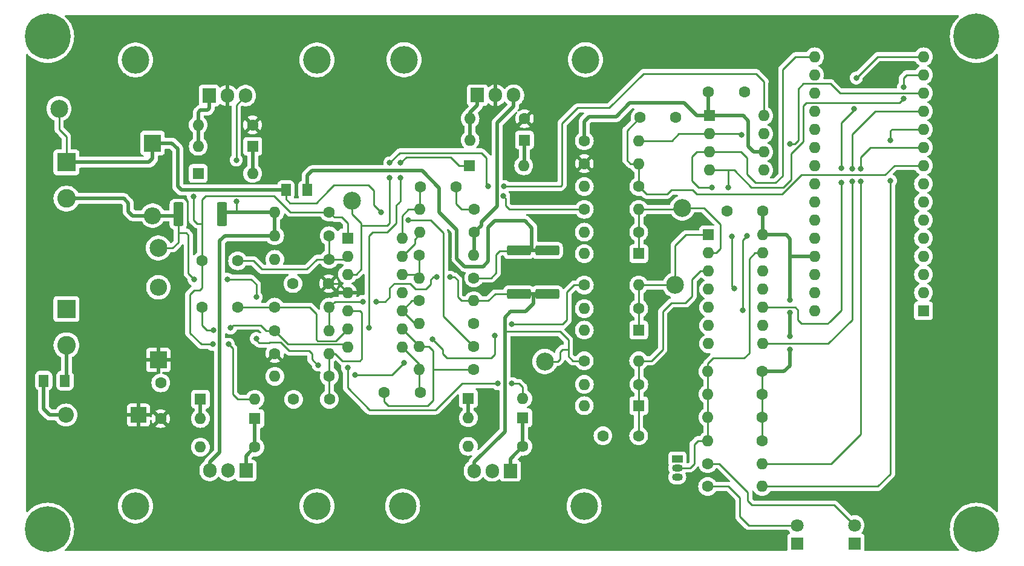
<source format=gbr>
%TF.GenerationSoftware,KiCad,Pcbnew,7.0.7*%
%TF.CreationDate,2023-10-10T01:29:58-06:00*%
%TF.ProjectId,USB_curve_tracer,5553425f-6375-4727-9665-5f7472616365,3*%
%TF.SameCoordinates,Original*%
%TF.FileFunction,Copper,L1,Top*%
%TF.FilePolarity,Positive*%
%FSLAX46Y46*%
G04 Gerber Fmt 4.6, Leading zero omitted, Abs format (unit mm)*
G04 Created by KiCad (PCBNEW 7.0.7) date 2023-10-10 01:29:58*
%MOMM*%
%LPD*%
G01*
G04 APERTURE LIST*
G04 Aperture macros list*
%AMRoundRect*
0 Rectangle with rounded corners*
0 $1 Rounding radius*
0 $2 $3 $4 $5 $6 $7 $8 $9 X,Y pos of 4 corners*
0 Add a 4 corners polygon primitive as box body*
4,1,4,$2,$3,$4,$5,$6,$7,$8,$9,$2,$3,0*
0 Add four circle primitives for the rounded corners*
1,1,$1+$1,$2,$3*
1,1,$1+$1,$4,$5*
1,1,$1+$1,$6,$7*
1,1,$1+$1,$8,$9*
0 Add four rect primitives between the rounded corners*
20,1,$1+$1,$2,$3,$4,$5,0*
20,1,$1+$1,$4,$5,$6,$7,0*
20,1,$1+$1,$6,$7,$8,$9,0*
20,1,$1+$1,$8,$9,$2,$3,0*%
G04 Aperture macros list end*
%TA.AperFunction,ComponentPad*%
%ADD10R,1.600000X1.600000*%
%TD*%
%TA.AperFunction,ComponentPad*%
%ADD11O,1.600000X1.600000*%
%TD*%
%TA.AperFunction,ComponentPad*%
%ADD12C,1.600000*%
%TD*%
%TA.AperFunction,ComponentPad*%
%ADD13R,1.800000X1.800000*%
%TD*%
%TA.AperFunction,ComponentPad*%
%ADD14C,1.800000*%
%TD*%
%TA.AperFunction,ComponentPad*%
%ADD15R,1.500000X1.050000*%
%TD*%
%TA.AperFunction,ComponentPad*%
%ADD16O,1.500000X1.050000*%
%TD*%
%TA.AperFunction,ComponentPad*%
%ADD17C,2.500000*%
%TD*%
%TA.AperFunction,ComponentPad*%
%ADD18R,2.600000X2.600000*%
%TD*%
%TA.AperFunction,ComponentPad*%
%ADD19C,2.600000*%
%TD*%
%TA.AperFunction,SMDPad,CuDef*%
%ADD20RoundRect,0.250001X-0.462499X-0.624999X0.462499X-0.624999X0.462499X0.624999X-0.462499X0.624999X0*%
%TD*%
%TA.AperFunction,ComponentPad*%
%ADD21R,1.905000X2.000000*%
%TD*%
%TA.AperFunction,ComponentPad*%
%ADD22O,1.905000X2.000000*%
%TD*%
%TA.AperFunction,ComponentPad*%
%ADD23C,3.860000*%
%TD*%
%TA.AperFunction,SMDPad,CuDef*%
%ADD24RoundRect,0.249999X0.450001X1.425001X-0.450001X1.425001X-0.450001X-1.425001X0.450001X-1.425001X0*%
%TD*%
%TA.AperFunction,ComponentPad*%
%ADD25C,0.800000*%
%TD*%
%TA.AperFunction,ComponentPad*%
%ADD26C,6.400000*%
%TD*%
%TA.AperFunction,SMDPad,CuDef*%
%ADD27RoundRect,0.249999X-1.425001X0.450001X-1.425001X-0.450001X1.425001X-0.450001X1.425001X0.450001X0*%
%TD*%
%TA.AperFunction,ComponentPad*%
%ADD28R,2.400000X2.400000*%
%TD*%
%TA.AperFunction,ComponentPad*%
%ADD29O,2.400000X2.400000*%
%TD*%
%TA.AperFunction,SMDPad,CuDef*%
%ADD30RoundRect,0.250001X0.462499X0.624999X-0.462499X0.624999X-0.462499X-0.624999X0.462499X-0.624999X0*%
%TD*%
%TA.AperFunction,ComponentPad*%
%ADD31R,2.200000X2.200000*%
%TD*%
%TA.AperFunction,ComponentPad*%
%ADD32O,2.200000X2.200000*%
%TD*%
%TA.AperFunction,ViaPad*%
%ADD33C,0.800000*%
%TD*%
%TA.AperFunction,Conductor*%
%ADD34C,0.500000*%
%TD*%
%TA.AperFunction,Conductor*%
%ADD35C,0.250000*%
%TD*%
G04 APERTURE END LIST*
D10*
%TO.P,D13,1,K*%
%TO.N,Net-(D12-A)*%
X105040000Y-82190000D03*
D11*
%TO.P,D13,2,A*%
%TO.N,Net-(D13-A)*%
X97420000Y-82190000D03*
%TD*%
D12*
%TO.P,C2,1*%
%TO.N,Net-(A1-D6)*%
X159270000Y-78110000D03*
%TO.P,C2,2*%
%TO.N,GND*%
X164270000Y-78110000D03*
%TD*%
D13*
%TO.P,D6,1,K*%
%TO.N,GND*%
X181270000Y-137810000D03*
D14*
%TO.P,D6,2,A*%
%TO.N,Net-(D6-A)*%
X181270000Y-135270000D03*
%TD*%
D15*
%TO.P,U4,1*%
%TO.N,N/C*%
X164470000Y-125940000D03*
D16*
%TO.P,U4,2,K*%
%TO.N,Net-(U3-Vref)*%
X164470000Y-127210000D03*
%TO.P,U4,3,A*%
%TO.N,GND*%
X164470000Y-128480000D03*
%TD*%
D10*
%TO.P,U3,1,CH0*%
%TO.N,/IV_Variation/DUT_V*%
X168850000Y-94590000D03*
D11*
%TO.P,U3,2,CH1*%
%TO.N,/IV_Variation/DUT_I*%
X168850000Y-97130000D03*
%TO.P,U3,3,CH2*%
%TO.N,/IV_Variation/Vmiddle*%
X168850000Y-99670000D03*
%TO.P,U3,4,CH3*%
%TO.N,unconnected-(U3-CH3-Pad4)*%
X168850000Y-102210000D03*
%TO.P,U3,5,NC*%
%TO.N,unconnected-(U3-NC-Pad5)*%
X168850000Y-104750000D03*
%TO.P,U3,6,NC*%
%TO.N,unconnected-(U3-NC-Pad6)*%
X168850000Y-107290000D03*
%TO.P,U3,7,DGND*%
%TO.N,GND*%
X168850000Y-109830000D03*
%TO.P,U3,8,~{CS}/SHDN*%
%TO.N,Net-(A1-D9)*%
X176470000Y-109830000D03*
%TO.P,U3,9,Din*%
%TO.N,Net-(A1-D11)*%
X176470000Y-107290000D03*
%TO.P,U3,10,Dout*%
%TO.N,Net-(A1-D12)*%
X176470000Y-104750000D03*
%TO.P,U3,11,CLK*%
%TO.N,Net-(A1-D13)*%
X176470000Y-102210000D03*
%TO.P,U3,12,AGND*%
%TO.N,GND*%
X176470000Y-99670000D03*
%TO.P,U3,13,Vref*%
%TO.N,Net-(U3-Vref)*%
X176470000Y-97130000D03*
%TO.P,U3,14,Vdd*%
%TO.N,+5V*%
X176470000Y-94590000D03*
%TD*%
D12*
%TO.P,R17,1*%
%TO.N,Net-(U2C-+)*%
X128370000Y-103810000D03*
D11*
%TO.P,R17,2*%
%TO.N,V{slash}2*%
X135990000Y-103810000D03*
%TD*%
D12*
%TO.P,R7,1*%
%TO.N,Net-(U2A--)*%
X115740000Y-94710000D03*
D11*
%TO.P,R7,2*%
%TO.N,/IV_Variation/Sweep Voltage Buffer/Sweep_Amplified*%
X108120000Y-94710000D03*
%TD*%
D12*
%TO.P,R29,1*%
%TO.N,V{slash}2*%
X151450000Y-112210000D03*
D11*
%TO.P,R29,2*%
%TO.N,/IV_Variation/Vmiddle*%
X159070000Y-112210000D03*
%TD*%
D17*
%TO.P,TP5,1,1*%
%TO.N,Net-(D2-A1)*%
X77930000Y-76910000D03*
%TD*%
D12*
%TO.P,C6,1*%
%TO.N,+12V*%
X115670000Y-101410000D03*
%TO.P,C6,2*%
%TO.N,GND*%
X110670000Y-101410000D03*
%TD*%
%TO.P,R27,1*%
%TO.N,+5V*%
X176380000Y-113710000D03*
D11*
%TO.P,R27,2*%
%TO.N,Net-(U3-Vref)*%
X168760000Y-113710000D03*
%TD*%
D18*
%TO.P,J1,1,Pin_1*%
%TO.N,Net-(D2-A1)*%
X78967056Y-84427056D03*
D19*
%TO.P,J1,2,Pin_2*%
%TO.N,Net-(D2-A2)*%
X78967056Y-89507056D03*
%TD*%
D20*
%TO.P,F2,1*%
%TO.N,Net-(D2-A1)*%
X109682500Y-88310000D03*
%TO.P,F2,2*%
%TO.N,Net-(F2-Pad2)*%
X112657500Y-88310000D03*
%TD*%
D12*
%TO.P,R3,1*%
%TO.N,Net-(U2B-+)*%
X115750000Y-114390000D03*
D11*
%TO.P,R3,2*%
%TO.N,GND*%
X108130000Y-114390000D03*
%TD*%
D12*
%TO.P,R8,1*%
%TO.N,Net-(F2-Pad2)*%
X135990000Y-100610000D03*
D11*
%TO.P,R8,2*%
%TO.N,Net-(U2D-+)*%
X128370000Y-100610000D03*
%TD*%
D21*
%TO.P,Q3,1,B*%
%TO.N,Net-(D13-A)*%
X98950000Y-75090000D03*
D22*
%TO.P,Q3,2,C*%
%TO.N,+12V*%
X101490000Y-75090000D03*
%TO.P,Q3,3,E*%
%TO.N,/IV_Variation/Sweep Voltage Buffer/Sweep_Amplified*%
X104030000Y-75090000D03*
%TD*%
D12*
%TO.P,R19,1*%
%TO.N,Net-(U2D--)*%
X136070000Y-91010000D03*
D11*
%TO.P,R19,2*%
%TO.N,Net-(C7-Pad2)*%
X128450000Y-91010000D03*
%TD*%
D12*
%TO.P,R34,1*%
%TO.N,+12V*%
X105030000Y-79190000D03*
D11*
%TO.P,R34,2*%
%TO.N,Net-(D13-A)*%
X97410000Y-79190000D03*
%TD*%
D12*
%TO.P,R14,1*%
%TO.N,Net-(U2C--)*%
X135990000Y-113410000D03*
D11*
%TO.P,R14,2*%
%TO.N,Net-(C8-Pad2)*%
X128370000Y-113410000D03*
%TD*%
D12*
%TO.P,C11,1*%
%TO.N,Net-(D12-K)*%
X97930000Y-98210000D03*
%TO.P,C11,2*%
%TO.N,Net-(U2A--)*%
X102930000Y-98210000D03*
%TD*%
D23*
%TO.P,HS4,1*%
%TO.N,N/C*%
X126030000Y-132570000D03*
%TO.P,HS4,2*%
X151430000Y-132570000D03*
%TD*%
D13*
%TO.P,D7,1,K*%
%TO.N,GND*%
X189270000Y-137785000D03*
D14*
%TO.P,D7,2,A*%
%TO.N,Net-(D7-A)*%
X189270000Y-135245000D03*
%TD*%
D12*
%TO.P,C3,1*%
%TO.N,+12V*%
X92170000Y-120310000D03*
%TO.P,C3,2*%
%TO.N,GND*%
X92170000Y-115310000D03*
%TD*%
D10*
%TO.P,D3,1,K*%
%TO.N,/IV_Variation/DUT_V*%
X159080000Y-107910000D03*
D11*
%TO.P,D3,2,A*%
%TO.N,GND*%
X151460000Y-107910000D03*
%TD*%
D12*
%TO.P,C9,1*%
%TO.N,Net-(U2B--)*%
X102930000Y-104710000D03*
%TO.P,C9,2*%
%TO.N,Net-(D10-K)*%
X97930000Y-104710000D03*
%TD*%
D17*
%TO.P,TP6,1,1*%
%TO.N,/IV_Variation/Sweep_Input*%
X118970000Y-89810000D03*
%TD*%
D10*
%TO.P,D12,1,K*%
%TO.N,Net-(D12-K)*%
X97410000Y-85990000D03*
D11*
%TO.P,D12,2,A*%
%TO.N,Net-(D12-A)*%
X105030000Y-85990000D03*
%TD*%
D12*
%TO.P,R30,1*%
%TO.N,/IV_Variation/Vmiddle*%
X159090000Y-115510000D03*
D11*
%TO.P,R30,2*%
%TO.N,GND*%
X151470000Y-115510000D03*
%TD*%
D12*
%TO.P,R23,1*%
%TO.N,Net-(C7-Pad2)*%
X151460000Y-91010000D03*
D11*
%TO.P,R23,2*%
%TO.N,/IV_Variation/DUT_I*%
X159080000Y-91010000D03*
%TD*%
D24*
%TO.P,R36,1*%
%TO.N,/IV_Variation/Sweep Voltage Buffer/Sweep_Amplified*%
X100720000Y-91710000D03*
%TO.P,R36,2*%
%TO.N,Net-(D2-A2)*%
X94620000Y-91710000D03*
%TD*%
D10*
%TO.P,D10,1,K*%
%TO.N,Net-(D10-K)*%
X135360000Y-84910000D03*
D11*
%TO.P,D10,2,A*%
%TO.N,Net-(D10-A)*%
X142980000Y-84910000D03*
%TD*%
D10*
%TO.P,D4,1,K*%
%TO.N,/IV_Variation/DUT_I*%
X159080000Y-97210000D03*
D11*
%TO.P,D4,2,A*%
%TO.N,GND*%
X151460000Y-97210000D03*
%TD*%
D23*
%TO.P,HS1,1*%
%TO.N,N/C*%
X88630000Y-70090000D03*
%TO.P,HS1,2*%
X114030000Y-70090000D03*
%TD*%
D12*
%TO.P,R25,1*%
%TO.N,+5V*%
X176380000Y-120110000D03*
D11*
%TO.P,R25,2*%
%TO.N,Net-(U3-Vref)*%
X168760000Y-120110000D03*
%TD*%
D17*
%TO.P,TP2,1,1*%
%TO.N,V{slash}2*%
X145930000Y-112310000D03*
%TD*%
D25*
%TO.P,H1,1,1*%
%TO.N,GND*%
X73930000Y-66810000D03*
X74632944Y-65112944D03*
X74632944Y-68507056D03*
X76330000Y-64410000D03*
D26*
X76330000Y-66810000D03*
D25*
X76330000Y-69210000D03*
X78027056Y-65112944D03*
X78027056Y-68507056D03*
X78730000Y-66810000D03*
%TD*%
D23*
%TO.P,HS2,1*%
%TO.N,N/C*%
X88630000Y-132570000D03*
%TO.P,HS2,2*%
X114030000Y-132570000D03*
%TD*%
D25*
%TO.P,H4,1,1*%
%TO.N,GND*%
X203930000Y-135810000D03*
X204632944Y-134112944D03*
X204632944Y-137507056D03*
X206330000Y-133410000D03*
D26*
X206330000Y-135810000D03*
D25*
X206330000Y-138210000D03*
X208027056Y-134112944D03*
X208027056Y-137507056D03*
X208730000Y-135810000D03*
%TD*%
D12*
%TO.P,R1,1*%
%TO.N,+5V*%
X151460000Y-81410000D03*
D11*
%TO.P,R1,2*%
%TO.N,Net-(A1-D10)*%
X159080000Y-81410000D03*
%TD*%
D25*
%TO.P,H2,1,1*%
%TO.N,GND*%
X73930000Y-135810000D03*
X74632944Y-134112944D03*
X74632944Y-137507056D03*
X76330000Y-133410000D03*
D26*
X76330000Y-135810000D03*
D25*
X76330000Y-138210000D03*
X78027056Y-134112944D03*
X78027056Y-137507056D03*
X78730000Y-135810000D03*
%TD*%
D27*
%TO.P,R13,1*%
%TO.N,Net-(F2-Pad2)*%
X146270000Y-96760000D03*
%TO.P,R13,2*%
%TO.N,V{slash}2*%
X146270000Y-102860000D03*
%TD*%
D10*
%TO.P,D5,1,K*%
%TO.N,/IV_Variation/Vmiddle*%
X159080000Y-118510000D03*
D11*
%TO.P,D5,2,A*%
%TO.N,GND*%
X151460000Y-118510000D03*
%TD*%
D12*
%TO.P,R32,1*%
%TO.N,Net-(D10-K)*%
X108120000Y-108010000D03*
D11*
%TO.P,R32,2*%
%TO.N,V{slash}2*%
X115740000Y-108010000D03*
%TD*%
D12*
%TO.P,C1,1*%
%TO.N,+5V*%
X176470000Y-91270000D03*
%TO.P,C1,2*%
%TO.N,GND*%
X171470000Y-91270000D03*
%TD*%
%TO.P,R28,1*%
%TO.N,/IV_Variation/DUT_I*%
X159080000Y-94210000D03*
D11*
%TO.P,R28,2*%
%TO.N,GND*%
X151460000Y-94210000D03*
%TD*%
D10*
%TO.P,U2,1*%
%TO.N,Net-(D12-K)*%
X118330000Y-95030000D03*
D11*
%TO.P,U2,2,-*%
%TO.N,Net-(U2A--)*%
X118330000Y-97570000D03*
%TO.P,U2,3,+*%
%TO.N,/IV_Variation/Sweep_Input*%
X118330000Y-100110000D03*
%TO.P,U2,4,V+*%
%TO.N,+12V*%
X118330000Y-102650000D03*
%TO.P,U2,5,+*%
%TO.N,Net-(U2B-+)*%
X118330000Y-105190000D03*
%TO.P,U2,6,-*%
%TO.N,Net-(U2B--)*%
X118330000Y-107730000D03*
%TO.P,U2,7*%
%TO.N,Net-(D10-K)*%
X118330000Y-110270000D03*
%TO.P,U2,8*%
%TO.N,Net-(C8-Pad2)*%
X125950000Y-110270000D03*
%TO.P,U2,9,-*%
%TO.N,Net-(U2C--)*%
X125950000Y-107730000D03*
%TO.P,U2,10,+*%
%TO.N,Net-(U2C-+)*%
X125950000Y-105190000D03*
%TO.P,U2,11,V-*%
%TO.N,GND*%
X125950000Y-102650000D03*
%TO.P,U2,12,+*%
%TO.N,Net-(U2D-+)*%
X125950000Y-100110000D03*
%TO.P,U2,13,-*%
%TO.N,Net-(U2D--)*%
X125950000Y-97570000D03*
%TO.P,U2,14*%
%TO.N,Net-(C7-Pad2)*%
X125950000Y-95030000D03*
%TD*%
D12*
%TO.P,C10,1*%
%TO.N,/IV_Variation/Vmiddle*%
X159070000Y-122710000D03*
%TO.P,C10,2*%
%TO.N,GND*%
X154070000Y-122710000D03*
%TD*%
%TO.P,C4,1*%
%TO.N,Net-(U2B-+)*%
X115770000Y-117610000D03*
%TO.P,C4,2*%
%TO.N,GND*%
X110770000Y-117610000D03*
%TD*%
D21*
%TO.P,Q2,1,B*%
%TO.N,Net-(D9-K)*%
X141110000Y-127625000D03*
D22*
%TO.P,Q2,2,C*%
%TO.N,GND*%
X138570000Y-127625000D03*
%TO.P,Q2,3,E*%
%TO.N,V{slash}2*%
X136030000Y-127625000D03*
%TD*%
D12*
%TO.P,R10,1*%
%TO.N,Net-(U2D-+)*%
X128370000Y-97410000D03*
D11*
%TO.P,R10,2*%
%TO.N,V{slash}2*%
X135990000Y-97410000D03*
%TD*%
D12*
%TO.P,R9,1*%
%TO.N,Net-(D12-K)*%
X115750000Y-91410000D03*
D11*
%TO.P,R9,2*%
%TO.N,/IV_Variation/Sweep Voltage Buffer/Sweep_Amplified*%
X108130000Y-91410000D03*
%TD*%
D12*
%TO.P,R20,1*%
%TO.N,/IV_Variation/DUT_V*%
X159080000Y-104910000D03*
D11*
%TO.P,R20,2*%
%TO.N,GND*%
X151460000Y-104910000D03*
%TD*%
D28*
%TO.P,D2,1,A1*%
%TO.N,Net-(D2-A1)*%
X91030000Y-81730000D03*
D29*
%TO.P,D2,2,A2*%
%TO.N,Net-(D2-A2)*%
X91030000Y-91890000D03*
%TD*%
D12*
%TO.P,R16,1*%
%TO.N,Net-(D2-A2)*%
X135980000Y-107010000D03*
D11*
%TO.P,R16,2*%
%TO.N,Net-(U2C-+)*%
X128360000Y-107010000D03*
%TD*%
D10*
%TO.P,D15,1,K*%
%TO.N,Net-(D15-K)*%
X105340000Y-120290000D03*
D11*
%TO.P,D15,2,A*%
%TO.N,Net-(D14-K)*%
X97720000Y-120290000D03*
%TD*%
D10*
%TO.P,A1,1,D1/TX*%
%TO.N,unconnected-(A1-D1{slash}TX-Pad1)*%
X198940000Y-105210000D03*
D11*
%TO.P,A1,2,D0/RX*%
%TO.N,unconnected-(A1-D0{slash}RX-Pad2)*%
X198940000Y-102670000D03*
%TO.P,A1,3,~{RESET}*%
%TO.N,unconnected-(A1-~{RESET}-Pad3)*%
X198940000Y-100130000D03*
%TO.P,A1,4,GND*%
%TO.N,GND*%
X198940000Y-97590000D03*
%TO.P,A1,5,D2*%
%TO.N,unconnected-(A1-D2-Pad5)*%
X198940000Y-95050000D03*
%TO.P,A1,6,D3*%
%TO.N,unconnected-(A1-D3-Pad6)*%
X198940000Y-92510000D03*
%TO.P,A1,7,D4*%
%TO.N,unconnected-(A1-D4-Pad7)*%
X198940000Y-89970000D03*
%TO.P,A1,8,D5*%
%TO.N,unconnected-(A1-D5-Pad8)*%
X198940000Y-87430000D03*
%TO.P,A1,9,D6*%
%TO.N,Net-(A1-D6)*%
X198940000Y-84890000D03*
%TO.P,A1,10,D7*%
%TO.N,Net-(A1-D7)*%
X198940000Y-82350000D03*
%TO.P,A1,11,D8*%
%TO.N,Net-(A1-D8)*%
X198940000Y-79810000D03*
%TO.P,A1,12,D9*%
%TO.N,Net-(A1-D9)*%
X198940000Y-77270000D03*
%TO.P,A1,13,D10*%
%TO.N,Net-(A1-D10)*%
X198940000Y-74730000D03*
%TO.P,A1,14,D11*%
%TO.N,Net-(A1-D11)*%
X198940000Y-72190000D03*
%TO.P,A1,15,D12*%
%TO.N,Net-(A1-D12)*%
X198940000Y-69650000D03*
%TO.P,A1,16,D13*%
%TO.N,Net-(A1-D13)*%
X183700000Y-69650000D03*
%TO.P,A1,17,3V3*%
%TO.N,unconnected-(A1-3V3-Pad17)*%
X183700000Y-72190000D03*
%TO.P,A1,18,AREF*%
%TO.N,unconnected-(A1-AREF-Pad18)*%
X183700000Y-74730000D03*
%TO.P,A1,19,A0*%
%TO.N,unconnected-(A1-A0-Pad19)*%
X183700000Y-77270000D03*
%TO.P,A1,20,A1*%
%TO.N,unconnected-(A1-A1-Pad20)*%
X183700000Y-79810000D03*
%TO.P,A1,21,A2*%
%TO.N,unconnected-(A1-A2-Pad21)*%
X183700000Y-82350000D03*
%TO.P,A1,22,A3*%
%TO.N,unconnected-(A1-A3-Pad22)*%
X183700000Y-84890000D03*
%TO.P,A1,23,A4*%
%TO.N,unconnected-(A1-A4-Pad23)*%
X183700000Y-87430000D03*
%TO.P,A1,24,A5*%
%TO.N,unconnected-(A1-A5-Pad24)*%
X183700000Y-89970000D03*
%TO.P,A1,25,A6*%
%TO.N,unconnected-(A1-A6-Pad25)*%
X183700000Y-92510000D03*
%TO.P,A1,26,A7*%
%TO.N,unconnected-(A1-A7-Pad26)*%
X183700000Y-95050000D03*
%TO.P,A1,27,+5V*%
%TO.N,+5V*%
X183700000Y-97590000D03*
%TO.P,A1,28,~{RESET}*%
%TO.N,unconnected-(A1-~{RESET}-Pad28)*%
X183700000Y-100130000D03*
%TO.P,A1,29,GND*%
%TO.N,GND*%
X183700000Y-102670000D03*
%TO.P,A1,30,VIN*%
%TO.N,unconnected-(A1-VIN-Pad30)*%
X183700000Y-105210000D03*
%TD*%
D10*
%TO.P,U1,1,Vdd*%
%TO.N,+5V*%
X168950000Y-77895000D03*
D11*
%TO.P,U1,2,~{CS}*%
%TO.N,Net-(A1-D10)*%
X168950000Y-80435000D03*
%TO.P,U1,3,SCK*%
%TO.N,Net-(A1-D13)*%
X168950000Y-82975000D03*
%TO.P,U1,4,SDI*%
%TO.N,Net-(A1-D11)*%
X168950000Y-85515000D03*
%TO.P,U1,5,~{LDAC}*%
%TO.N,GND*%
X176570000Y-85515000D03*
%TO.P,U1,6,Vref*%
%TO.N,+5V*%
X176570000Y-82975000D03*
%TO.P,U1,7,Vss*%
%TO.N,GND*%
X176570000Y-80435000D03*
%TO.P,U1,8,Vout*%
%TO.N,/IV_Variation/Sweep_Input*%
X176570000Y-77895000D03*
%TD*%
D12*
%TO.P,R26,1*%
%TO.N,+5V*%
X176380000Y-116910000D03*
D11*
%TO.P,R26,2*%
%TO.N,Net-(U3-Vref)*%
X168760000Y-116910000D03*
%TD*%
D10*
%TO.P,D9,1,K*%
%TO.N,Net-(D9-K)*%
X142840000Y-120190000D03*
D11*
%TO.P,D9,2,A*%
%TO.N,Net-(D11-K)*%
X135220000Y-120190000D03*
%TD*%
D25*
%TO.P,H3,1,1*%
%TO.N,GND*%
X203930000Y-66810000D03*
X204632944Y-65112944D03*
X204632944Y-68507056D03*
X206330000Y-64410000D03*
D26*
X206330000Y-66810000D03*
D25*
X206330000Y-69210000D03*
X208027056Y-65112944D03*
X208027056Y-68507056D03*
X208730000Y-66810000D03*
%TD*%
D23*
%TO.P,HS3,1*%
%TO.N,N/C*%
X126230000Y-70060000D03*
%TO.P,HS3,2*%
X151630000Y-70060000D03*
%TD*%
D12*
%TO.P,R18,1*%
%TO.N,V{slash}2*%
X136070000Y-94210000D03*
D11*
%TO.P,R18,2*%
%TO.N,Net-(U2D--)*%
X128450000Y-94210000D03*
%TD*%
D17*
%TO.P,TP1,1,1*%
%TO.N,Net-(D2-A2)*%
X91830000Y-96410000D03*
%TD*%
D12*
%TO.P,R24,1*%
%TO.N,+5V*%
X176380000Y-123410000D03*
D11*
%TO.P,R24,2*%
%TO.N,Net-(U3-Vref)*%
X168760000Y-123410000D03*
%TD*%
D12*
%TO.P,R33,1*%
%TO.N,Net-(U2B--)*%
X108120000Y-104710000D03*
D11*
%TO.P,R33,2*%
%TO.N,V{slash}2*%
X115740000Y-104710000D03*
%TD*%
D12*
%TO.P,R15,1*%
%TO.N,Net-(D2-A1)*%
X135980000Y-110210000D03*
D11*
%TO.P,R15,2*%
%TO.N,Net-(U2C--)*%
X128360000Y-110210000D03*
%TD*%
D17*
%TO.P,TP3,1,1*%
%TO.N,/IV_Variation/DUT_I*%
X165170000Y-90810000D03*
%TD*%
D10*
%TO.P,D14,1,K*%
%TO.N,Net-(D14-K)*%
X97720000Y-117590000D03*
D11*
%TO.P,D14,2,A*%
%TO.N,Net-(D12-K)*%
X105340000Y-117590000D03*
%TD*%
D10*
%TO.P,D8,1,K*%
%TO.N,Net-(D10-A)*%
X143080000Y-81310000D03*
D11*
%TO.P,D8,2,A*%
%TO.N,Net-(D8-A)*%
X135460000Y-81310000D03*
%TD*%
D30*
%TO.P,F1,1*%
%TO.N,Net-(J2-Pin_2)*%
X78754556Y-115007056D03*
%TO.P,F1,2*%
%TO.N,Net-(D16-A)*%
X75779556Y-115007056D03*
%TD*%
D10*
%TO.P,D11,1,K*%
%TO.N,Net-(D11-K)*%
X135220000Y-117490000D03*
D11*
%TO.P,D11,2,A*%
%TO.N,Net-(D10-K)*%
X142840000Y-117490000D03*
%TD*%
D12*
%TO.P,R12,1*%
%TO.N,Net-(D7-A)*%
X168720000Y-126610000D03*
D11*
%TO.P,R12,2*%
%TO.N,Net-(A1-D7)*%
X176340000Y-126610000D03*
%TD*%
D21*
%TO.P,Q1,1,B*%
%TO.N,Net-(D8-A)*%
X136490000Y-75035000D03*
D22*
%TO.P,Q1,2,C*%
%TO.N,+12V*%
X139030000Y-75035000D03*
%TO.P,Q1,3,E*%
%TO.N,V{slash}2*%
X141570000Y-75035000D03*
%TD*%
D12*
%TO.P,R4,1*%
%TO.N,+12V*%
X143080000Y-78310000D03*
D11*
%TO.P,R4,2*%
%TO.N,Net-(D8-A)*%
X135460000Y-78310000D03*
%TD*%
D12*
%TO.P,R31,1*%
%TO.N,Net-(D9-K)*%
X142840000Y-124190000D03*
D11*
%TO.P,R31,2*%
%TO.N,GND*%
X135220000Y-124190000D03*
%TD*%
D27*
%TO.P,R37,1*%
%TO.N,Net-(F2-Pad2)*%
X142270000Y-96760000D03*
%TO.P,R37,2*%
%TO.N,V{slash}2*%
X142270000Y-102860000D03*
%TD*%
D12*
%TO.P,C7,1*%
%TO.N,Net-(U2D--)*%
X133490000Y-87830000D03*
%TO.P,C7,2*%
%TO.N,Net-(C7-Pad2)*%
X128490000Y-87830000D03*
%TD*%
%TO.P,R6,1*%
%TO.N,Net-(U2A--)*%
X115750000Y-98010000D03*
D11*
%TO.P,R6,2*%
%TO.N,GND*%
X108130000Y-98010000D03*
%TD*%
D31*
%TO.P,D16,1,K*%
%TO.N,+12V*%
X89050000Y-119810000D03*
D32*
%TO.P,D16,2,A*%
%TO.N,Net-(D16-A)*%
X78890000Y-119810000D03*
%TD*%
D12*
%TO.P,C8,1*%
%TO.N,Net-(U2C--)*%
X123470000Y-116610000D03*
%TO.P,C8,2*%
%TO.N,Net-(C8-Pad2)*%
X128470000Y-116610000D03*
%TD*%
%TO.P,R2,1*%
%TO.N,+12V*%
X108120000Y-111190000D03*
D11*
%TO.P,R2,2*%
%TO.N,Net-(U2B-+)*%
X115740000Y-111190000D03*
%TD*%
D28*
%TO.P,D1,1,K*%
%TO.N,+12V*%
X91830000Y-112090000D03*
D29*
%TO.P,D1,2,A*%
%TO.N,GND*%
X91830000Y-101930000D03*
%TD*%
D17*
%TO.P,TP4,1,1*%
%TO.N,/IV_Variation/DUT_V*%
X164170000Y-101610000D03*
%TD*%
D12*
%TO.P,R21,1*%
%TO.N,+12V*%
X151460000Y-84610000D03*
D11*
%TO.P,R21,2*%
%TO.N,Net-(A1-D6)*%
X159080000Y-84610000D03*
%TD*%
D12*
%TO.P,R5,1*%
%TO.N,Net-(C8-Pad2)*%
X151460000Y-101610000D03*
D11*
%TO.P,R5,2*%
%TO.N,/IV_Variation/DUT_V*%
X159080000Y-101610000D03*
%TD*%
D18*
%TO.P,J2,1,Pin_1*%
%TO.N,GND*%
X78967056Y-104962056D03*
D19*
%TO.P,J2,2,Pin_2*%
%TO.N,Net-(J2-Pin_2)*%
X78967056Y-110042056D03*
%TD*%
D12*
%TO.P,R35,1*%
%TO.N,Net-(D15-K)*%
X105340000Y-124290000D03*
D11*
%TO.P,R35,2*%
%TO.N,GND*%
X97720000Y-124290000D03*
%TD*%
D12*
%TO.P,R11,1*%
%TO.N,Net-(D6-A)*%
X168720000Y-129810000D03*
D11*
%TO.P,R11,2*%
%TO.N,Net-(A1-D8)*%
X176340000Y-129810000D03*
%TD*%
D12*
%TO.P,C5,1*%
%TO.N,+5V*%
X168850000Y-74595000D03*
%TO.P,C5,2*%
%TO.N,GND*%
X173850000Y-74595000D03*
%TD*%
%TO.P,R22,1*%
%TO.N,Net-(A1-D6)*%
X159080000Y-87810000D03*
D11*
%TO.P,R22,2*%
%TO.N,GND*%
X151460000Y-87810000D03*
%TD*%
D21*
%TO.P,Q4,1,B*%
%TO.N,Net-(D15-K)*%
X104110000Y-127570000D03*
D22*
%TO.P,Q4,2,C*%
%TO.N,GND*%
X101570000Y-127570000D03*
%TO.P,Q4,3,E*%
%TO.N,/IV_Variation/Sweep Voltage Buffer/Sweep_Amplified*%
X99030000Y-127570000D03*
%TD*%
D33*
%TO.N,+5V*%
X180230000Y-108810000D03*
X180230000Y-103710000D03*
X180230000Y-105510000D03*
X180230000Y-110610000D03*
%TO.N,Net-(A1-D7)*%
X190130000Y-87110000D03*
X190130000Y-85310000D03*
%TO.N,Net-(A1-D8)*%
X194330000Y-81310000D03*
X194330000Y-87010000D03*
%TO.N,Net-(A1-D9)*%
X188930000Y-85310000D03*
X188930000Y-87110000D03*
%TO.N,Net-(A1-D10)*%
X180230000Y-81810000D03*
X173430000Y-80610000D03*
%TO.N,Net-(A1-D11)*%
X174230000Y-94710000D03*
X171630000Y-87910000D03*
X196130000Y-75510000D03*
X173630000Y-105110000D03*
X196130000Y-73910000D03*
%TO.N,+12V*%
X137630000Y-77910000D03*
X103430000Y-109310000D03*
X133430000Y-79310000D03*
X107130000Y-101910000D03*
%TO.N,Net-(A1-D12)*%
X187430000Y-85210000D03*
X187430000Y-87310000D03*
X189230000Y-76910000D03*
X189530000Y-72610000D03*
%TO.N,Net-(A1-D13)*%
X172130000Y-94810000D03*
X169330000Y-87910000D03*
X172430000Y-102110000D03*
%TO.N,Net-(C7-Pad2)*%
X140130000Y-89110000D03*
%TO.N,Net-(C8-Pad2)*%
X138930000Y-108710000D03*
X130230000Y-109210000D03*
X141330000Y-107110000D03*
%TO.N,V{slash}2*%
X120430000Y-103910000D03*
X130830000Y-100510000D03*
X132630000Y-100510000D03*
X122330000Y-103910000D03*
%TO.N,Net-(D10-K)*%
X101930000Y-107610000D03*
X141330000Y-115410000D03*
X118330000Y-113210000D03*
X125730000Y-84510000D03*
X139330000Y-115410000D03*
X125730000Y-86610000D03*
X121330000Y-107610000D03*
X99530000Y-107910000D03*
%TO.N,Net-(D12-K)*%
X96730000Y-89210000D03*
X101630000Y-109910000D03*
X99430000Y-109910000D03*
%TO.N,Net-(D2-A1)*%
X126830000Y-92510000D03*
X123030000Y-91410000D03*
%TO.N,Net-(D2-A2)*%
X101530000Y-100810000D03*
X105530000Y-103310000D03*
X105530000Y-109110000D03*
X126230000Y-112510000D03*
X114230000Y-112810000D03*
X96830000Y-100810000D03*
X119330000Y-114210000D03*
%TO.N,/IV_Variation/Sweep Voltage Buffer/Sweep_Amplified*%
X102730000Y-89910000D03*
X102730000Y-84110000D03*
%TO.N,/IV_Variation/Sweep_Input*%
X138030000Y-87810000D03*
X140230000Y-87810000D03*
X124230000Y-86610000D03*
X124230000Y-84510000D03*
%TD*%
D34*
%TO.N,+5V*%
X151460000Y-78680000D02*
X152130000Y-78010000D01*
X179430000Y-113710000D02*
X176380000Y-113710000D01*
X180230000Y-95110000D02*
X180230000Y-97010000D01*
X176470000Y-94590000D02*
X179710000Y-94590000D01*
X180250000Y-97590000D02*
X180230000Y-97610000D01*
X180230000Y-97010000D02*
X180230000Y-97610000D01*
X174430000Y-78610000D02*
X174430000Y-82210000D01*
X168850000Y-77795000D02*
X168950000Y-77895000D01*
X168950000Y-77895000D02*
X173715000Y-77895000D01*
X173715000Y-77895000D02*
X174430000Y-78610000D01*
D35*
X176380000Y-123410000D02*
X176380000Y-120110000D01*
D34*
X155930000Y-78010000D02*
X157830000Y-76110000D01*
X183700000Y-97590000D02*
X180250000Y-97590000D01*
X179710000Y-94590000D02*
X180230000Y-95110000D01*
D35*
X176380000Y-113710000D02*
X176380000Y-116910000D01*
X176380000Y-120110000D02*
X176380000Y-116910000D01*
D34*
X151460000Y-81410000D02*
X151460000Y-78680000D01*
X157830000Y-76110000D02*
X165430000Y-76110000D01*
X175195000Y-82975000D02*
X176570000Y-82975000D01*
X180230000Y-112910000D02*
X179430000Y-113710000D01*
X176470000Y-94590000D02*
X176470000Y-91270000D01*
X167215000Y-77895000D02*
X168950000Y-77895000D01*
X168850000Y-74595000D02*
X168850000Y-77795000D01*
X152130000Y-78010000D02*
X155930000Y-78010000D01*
X180230000Y-110610000D02*
X180230000Y-112910000D01*
X180230000Y-97610000D02*
X180230000Y-103710000D01*
X165430000Y-76110000D02*
X167215000Y-77895000D01*
X180230000Y-105510000D02*
X180230000Y-108810000D01*
X174430000Y-82210000D02*
X175195000Y-82975000D01*
D35*
%TO.N,Net-(A1-D6)*%
X159080000Y-87810000D02*
X160180000Y-88910000D01*
X166630000Y-88310000D02*
X167230000Y-88910000D01*
X157930000Y-84610000D02*
X157430000Y-84110000D01*
X194850000Y-84890000D02*
X198940000Y-84890000D01*
X159080000Y-84610000D02*
X159080000Y-87810000D01*
X163030000Y-88910000D02*
X163630000Y-88310000D01*
X157430000Y-79950000D02*
X159270000Y-78110000D01*
X157430000Y-84110000D02*
X157430000Y-79950000D01*
X159080000Y-84610000D02*
X157930000Y-84610000D01*
X167230000Y-88910000D02*
X179130000Y-88910000D01*
X181830000Y-86210000D02*
X193530000Y-86210000D01*
X193530000Y-86210000D02*
X194850000Y-84890000D01*
X163630000Y-88310000D02*
X166630000Y-88310000D01*
X179130000Y-88910000D02*
X181830000Y-86210000D01*
X160180000Y-88910000D02*
X163030000Y-88910000D01*
%TO.N,Net-(A1-D7)*%
X189130000Y-123510000D02*
X190130000Y-122510000D01*
X191490000Y-82350000D02*
X198940000Y-82350000D01*
X190130000Y-83710000D02*
X191490000Y-82350000D01*
X176340000Y-126610000D02*
X186030000Y-126610000D01*
X190130000Y-85310000D02*
X190130000Y-83710000D01*
X186030000Y-126610000D02*
X189130000Y-123510000D01*
X190130000Y-122510000D02*
X190130000Y-87110000D01*
%TO.N,Net-(A1-D8)*%
X176340000Y-129810000D02*
X192530000Y-129810000D01*
X198940000Y-79810000D02*
X194530000Y-79810000D01*
X194330000Y-80010000D02*
X194330000Y-81310000D01*
X194530000Y-79810000D02*
X194330000Y-80010000D01*
X192530000Y-129810000D02*
X194280000Y-128060000D01*
X194330000Y-87010000D02*
X194330000Y-128010000D01*
X194330000Y-128010000D02*
X194280000Y-128060000D01*
%TO.N,Net-(A1-D9)*%
X188930000Y-85310000D02*
X188930000Y-80510000D01*
X185610000Y-109830000D02*
X188930000Y-106510000D01*
X179030000Y-109830000D02*
X185610000Y-109830000D01*
X188930000Y-106510000D02*
X188930000Y-87110000D01*
X192170000Y-77270000D02*
X198940000Y-77270000D01*
X188930000Y-80510000D02*
X192170000Y-77270000D01*
X176470000Y-109830000D02*
X179030000Y-109830000D01*
%TO.N,Net-(A1-D10)*%
X180230000Y-81810000D02*
X180930000Y-81810000D01*
X168950000Y-80435000D02*
X173255000Y-80435000D01*
X181430000Y-74110000D02*
X182130000Y-73410000D01*
X182130000Y-73410000D02*
X185930000Y-73410000D01*
X163730000Y-81410000D02*
X164705000Y-80435000D01*
X173255000Y-80435000D02*
X173430000Y-80610000D01*
X185930000Y-73410000D02*
X187250000Y-74730000D01*
X164705000Y-80435000D02*
X168950000Y-80435000D01*
X180930000Y-81810000D02*
X181430000Y-81310000D01*
X159080000Y-81410000D02*
X163730000Y-81410000D01*
X187250000Y-74730000D02*
X198940000Y-74730000D01*
X181430000Y-81310000D02*
X181430000Y-74110000D01*
%TO.N,Net-(A1-D11)*%
X174230000Y-94710000D02*
X173630000Y-95310000D01*
X172435000Y-85515000D02*
X174830000Y-87910000D01*
X182130000Y-81510000D02*
X182130000Y-76510000D01*
X171630000Y-85515000D02*
X171630000Y-87910000D01*
X179330000Y-87910000D02*
X180430000Y-86810000D01*
X196130000Y-72610000D02*
X196550000Y-72190000D01*
X196550000Y-72190000D02*
X198940000Y-72190000D01*
X180430000Y-86810000D02*
X180430000Y-83210000D01*
X182130000Y-76510000D02*
X182530000Y-76110000D01*
X174830000Y-87910000D02*
X177430000Y-87910000D01*
X177430000Y-87910000D02*
X179330000Y-87910000D01*
X168950000Y-85515000D02*
X171630000Y-85515000D01*
X182530000Y-76110000D02*
X195530000Y-76110000D01*
X173630000Y-95310000D02*
X173630000Y-105110000D01*
X196130000Y-73910000D02*
X196130000Y-72610000D01*
X171630000Y-85515000D02*
X172435000Y-85515000D01*
X180430000Y-83210000D02*
X182130000Y-81510000D01*
X195530000Y-76110000D02*
X196130000Y-75510000D01*
%TO.N,+12V*%
X117090000Y-101410000D02*
X118330000Y-102650000D01*
X115670000Y-101410000D02*
X117090000Y-101410000D01*
%TO.N,Net-(A1-D12)*%
X189230000Y-77110000D02*
X189230000Y-76910000D01*
X185530000Y-107010000D02*
X185830000Y-106710000D01*
X185830000Y-106710000D02*
X187430000Y-105110000D01*
X187430000Y-105110000D02*
X187430000Y-87310000D01*
X188130000Y-78210000D02*
X189230000Y-77110000D01*
X187430000Y-85210000D02*
X187430000Y-78910000D01*
X181330000Y-105110000D02*
X181330000Y-106510000D01*
X181830000Y-107010000D02*
X185530000Y-107010000D01*
X198940000Y-69650000D02*
X192490000Y-69650000D01*
X176470000Y-104750000D02*
X180970000Y-104750000D01*
X180970000Y-104750000D02*
X181330000Y-105110000D01*
X187430000Y-78910000D02*
X188130000Y-78210000D01*
X192490000Y-69650000D02*
X189530000Y-72610000D01*
X181330000Y-106510000D02*
X181830000Y-107010000D01*
%TO.N,Net-(A1-D13)*%
X166530000Y-85710000D02*
X166530000Y-87010000D01*
X180990000Y-69650000D02*
X183700000Y-69650000D01*
X179230000Y-86310000D02*
X179230000Y-71410000D01*
X167130000Y-87610000D02*
X167430000Y-87910000D01*
X172130000Y-101810000D02*
X172430000Y-102110000D01*
X173395000Y-82975000D02*
X174230000Y-83810000D01*
X174230000Y-83810000D02*
X174230000Y-86110000D01*
X167430000Y-87910000D02*
X169330000Y-87910000D01*
X166530000Y-83610000D02*
X166530000Y-85710000D01*
X179230000Y-71410000D02*
X180990000Y-69650000D01*
X172130000Y-94810000D02*
X172130000Y-101810000D01*
X178230000Y-87310000D02*
X179230000Y-86310000D01*
X168950000Y-82975000D02*
X173395000Y-82975000D01*
X166530000Y-87010000D02*
X167130000Y-87610000D01*
X175430000Y-87310000D02*
X178230000Y-87310000D01*
X167165000Y-82975000D02*
X166530000Y-83610000D01*
X168950000Y-82975000D02*
X167165000Y-82975000D01*
X174230000Y-86110000D02*
X175430000Y-87310000D01*
%TO.N,Net-(U2B-+)*%
X117630000Y-112210000D02*
X116610000Y-111190000D01*
X116610000Y-111190000D02*
X115740000Y-111190000D01*
X115750000Y-114390000D02*
X115750000Y-117590000D01*
X115750000Y-117590000D02*
X115770000Y-117610000D01*
X120030000Y-112210000D02*
X117630000Y-112210000D01*
X120330000Y-111910000D02*
X120030000Y-112210000D01*
X115740000Y-114380000D02*
X115750000Y-114390000D01*
X120010000Y-105190000D02*
X120330000Y-105510000D01*
X115740000Y-111190000D02*
X115740000Y-114380000D01*
X118330000Y-105190000D02*
X120010000Y-105190000D01*
X120330000Y-105510000D02*
X120330000Y-111910000D01*
%TO.N,Net-(C7-Pad2)*%
X140130000Y-89210000D02*
X140130000Y-89110000D01*
X151460000Y-91010000D02*
X140930000Y-91010000D01*
X128450000Y-91010000D02*
X126830000Y-91010000D01*
X128450000Y-87870000D02*
X128490000Y-87830000D01*
X125930000Y-91910000D02*
X125950000Y-91930000D01*
X140930000Y-91010000D02*
X140430000Y-90510000D01*
X128450000Y-91010000D02*
X128450000Y-87870000D01*
X140430000Y-90510000D02*
X140430000Y-89510000D01*
X126830000Y-91010000D02*
X125930000Y-91910000D01*
X125950000Y-91930000D02*
X125950000Y-95030000D01*
X140430000Y-89510000D02*
X140130000Y-89210000D01*
%TO.N,Net-(C8-Pad2)*%
X128370000Y-112690000D02*
X128370000Y-113410000D01*
X145730000Y-107110000D02*
X141330000Y-107110000D01*
X128370000Y-116510000D02*
X128470000Y-116610000D01*
X149030000Y-106510000D02*
X148430000Y-107110000D01*
X128370000Y-113410000D02*
X128370000Y-116510000D01*
X151460000Y-101610000D02*
X150030000Y-101610000D01*
X150030000Y-101610000D02*
X149030000Y-102610000D01*
X132230000Y-111810000D02*
X131630000Y-111210000D01*
X132430000Y-111810000D02*
X132230000Y-111810000D01*
X138930000Y-108710000D02*
X138930000Y-111310000D01*
X149030000Y-102610000D02*
X149030000Y-106510000D01*
X138930000Y-111310000D02*
X138430000Y-111810000D01*
X131630000Y-110610000D02*
X130230000Y-109210000D01*
X131630000Y-111210000D02*
X131630000Y-110610000D01*
X125950000Y-110270000D02*
X128370000Y-112690000D01*
X148430000Y-107110000D02*
X145730000Y-107110000D01*
X138430000Y-111810000D02*
X132430000Y-111810000D01*
%TO.N,Net-(D6-A)*%
X174490000Y-135270000D02*
X181270000Y-135270000D01*
X171630000Y-129810000D02*
X173230000Y-131410000D01*
X173230000Y-131410000D02*
X173230000Y-134010000D01*
X173230000Y-134010000D02*
X174490000Y-135270000D01*
X168720000Y-129810000D02*
X171630000Y-129810000D01*
%TO.N,Net-(D7-A)*%
X186435000Y-132410000D02*
X189270000Y-135245000D01*
X168720000Y-126610000D02*
X170330000Y-126610000D01*
X170330000Y-126610000D02*
X174330000Y-130610000D01*
X174330000Y-130610000D02*
X174330000Y-131810000D01*
X174330000Y-131810000D02*
X174930000Y-132410000D01*
X174930000Y-132410000D02*
X186435000Y-132410000D01*
D34*
%TO.N,Net-(J2-Pin_2)*%
X78967056Y-114794556D02*
X78754556Y-115007056D01*
X78967056Y-110042056D02*
X78967056Y-114794556D01*
%TO.N,Net-(F2-Pad2)*%
X131130000Y-88010000D02*
X128730000Y-85610000D01*
X138930000Y-92610000D02*
X138030000Y-93510000D01*
X131130000Y-91410000D02*
X131130000Y-88010000D01*
X133630000Y-93910000D02*
X131130000Y-91410000D01*
X133630000Y-97910000D02*
X133630000Y-93910000D01*
X138030000Y-93510000D02*
X138030000Y-98310000D01*
X142270000Y-96760000D02*
X144230000Y-96760000D01*
D35*
X139130000Y-99910000D02*
X139130000Y-97310000D01*
D34*
X144130000Y-96660000D02*
X144130000Y-93610000D01*
X113330000Y-85610000D02*
X112657500Y-86282500D01*
D35*
X135990000Y-100610000D02*
X138430000Y-100610000D01*
D34*
X144230000Y-96760000D02*
X146270000Y-96760000D01*
X144130000Y-93610000D02*
X143130000Y-92610000D01*
D35*
X142220000Y-96810000D02*
X142270000Y-96760000D01*
X138430000Y-100610000D02*
X139130000Y-99910000D01*
D34*
X112657500Y-86282500D02*
X112657500Y-88310000D01*
X144230000Y-96760000D02*
X144130000Y-96660000D01*
X138030000Y-98310000D02*
X137330000Y-99010000D01*
D35*
X139630000Y-96810000D02*
X142220000Y-96810000D01*
D34*
X134730000Y-99010000D02*
X133630000Y-97910000D01*
X128730000Y-85610000D02*
X113330000Y-85610000D01*
D35*
X139130000Y-97310000D02*
X139630000Y-96810000D01*
D34*
X137330000Y-99010000D02*
X134730000Y-99010000D01*
X143130000Y-92610000D02*
X138930000Y-92610000D01*
D35*
%TO.N,/IV_Variation/Vmiddle*%
X160830000Y-112210000D02*
X162430000Y-110610000D01*
X162430000Y-105310000D02*
X163630000Y-104110000D01*
X166530000Y-103210000D02*
X166530000Y-100810000D01*
X165630000Y-104110000D02*
X166530000Y-103210000D01*
X163630000Y-104110000D02*
X165630000Y-104110000D01*
X159070000Y-118520000D02*
X159080000Y-118510000D01*
X159080000Y-118510000D02*
X159080000Y-115520000D01*
X159070000Y-112210000D02*
X160830000Y-112210000D01*
X166530000Y-100810000D02*
X167670000Y-99670000D01*
X162430000Y-110610000D02*
X162430000Y-105310000D01*
X159090000Y-112230000D02*
X159070000Y-112210000D01*
X159080000Y-115520000D02*
X159090000Y-115510000D01*
X159070000Y-122710000D02*
X159070000Y-118520000D01*
X167670000Y-99670000D02*
X168850000Y-99670000D01*
X159090000Y-115510000D02*
X159090000Y-112230000D01*
%TO.N,V{slash}2*%
X129930000Y-100910000D02*
X129930000Y-101510000D01*
D34*
X144330000Y-104210000D02*
X143230000Y-105310000D01*
D35*
X140330000Y-108110000D02*
X148030000Y-108110000D01*
D34*
X137030000Y-92810000D02*
X137030000Y-93250000D01*
X141570000Y-76570000D02*
X139230000Y-78910000D01*
D35*
X133730000Y-103310000D02*
X133730000Y-100910000D01*
X133330000Y-100510000D02*
X132630000Y-100510000D01*
D34*
X141570000Y-75035000D02*
X141570000Y-76570000D01*
X139230000Y-78910000D02*
X139230000Y-90610000D01*
X140330000Y-122110000D02*
X136030000Y-126410000D01*
D35*
X130830000Y-100510000D02*
X130330000Y-100510000D01*
X138980000Y-102860000D02*
X142270000Y-102860000D01*
X149230000Y-110610000D02*
X149230000Y-111610000D01*
X133730000Y-100910000D02*
X133430000Y-100610000D01*
X130330000Y-100510000D02*
X129930000Y-100910000D01*
D34*
X139230000Y-90610000D02*
X137030000Y-92810000D01*
D35*
X116540000Y-103910000D02*
X120430000Y-103910000D01*
D34*
X140330000Y-108110000D02*
X140330000Y-122110000D01*
D35*
X134230000Y-103810000D02*
X133730000Y-103310000D01*
D34*
X136030000Y-126410000D02*
X136030000Y-127625000D01*
D35*
X148030000Y-112010000D02*
X148030000Y-111010000D01*
X124230000Y-102010000D02*
X124230000Y-103310000D01*
D34*
X136070000Y-97330000D02*
X135990000Y-97410000D01*
D35*
X133430000Y-100610000D02*
X133330000Y-100510000D01*
D34*
X142270000Y-102860000D02*
X144330000Y-102860000D01*
D35*
X149230000Y-111610000D02*
X149830000Y-112210000D01*
X123630000Y-103910000D02*
X122330000Y-103910000D01*
X115740000Y-104710000D02*
X116540000Y-103910000D01*
D34*
X140330000Y-106110000D02*
X140330000Y-108110000D01*
D35*
X148030000Y-111010000D02*
X148430000Y-110610000D01*
X149230000Y-109310000D02*
X149230000Y-110610000D01*
X124830000Y-101410000D02*
X124230000Y-102010000D01*
X135990000Y-103810000D02*
X134230000Y-103810000D01*
X124230000Y-103310000D02*
X123630000Y-103910000D01*
D34*
X144330000Y-102860000D02*
X144330000Y-104210000D01*
D35*
X148430000Y-110610000D02*
X149230000Y-110610000D01*
X129930000Y-101510000D02*
X129230000Y-102210000D01*
D34*
X141130000Y-105310000D02*
X140330000Y-106110000D01*
D35*
X145930000Y-112310000D02*
X147730000Y-112310000D01*
X127030000Y-101410000D02*
X124830000Y-101410000D01*
D34*
X136070000Y-94210000D02*
X136070000Y-97330000D01*
X143230000Y-105310000D02*
X141130000Y-105310000D01*
X137030000Y-93250000D02*
X136070000Y-94210000D01*
D35*
X115740000Y-108010000D02*
X115740000Y-104710000D01*
X129230000Y-102210000D02*
X127830000Y-102210000D01*
X147730000Y-112310000D02*
X148030000Y-112010000D01*
X127830000Y-102210000D02*
X127030000Y-101410000D01*
X135990000Y-103810000D02*
X138030000Y-103810000D01*
D34*
X144330000Y-102860000D02*
X146270000Y-102860000D01*
D35*
X148030000Y-108110000D02*
X149230000Y-109310000D01*
X149830000Y-112210000D02*
X151450000Y-112210000D01*
X138030000Y-103810000D02*
X138980000Y-102860000D01*
%TO.N,Net-(U2B--)*%
X113930000Y-105610000D02*
X113930000Y-109210000D01*
X108120000Y-104710000D02*
X113030000Y-104710000D01*
X102930000Y-104710000D02*
X108120000Y-104710000D01*
X113030000Y-104710000D02*
X113930000Y-105610000D01*
X114130000Y-109410000D02*
X116650000Y-109410000D01*
X113930000Y-109210000D02*
X114130000Y-109410000D01*
X116650000Y-109410000D02*
X118330000Y-107730000D01*
%TO.N,Net-(D10-K)*%
X121330000Y-94710000D02*
X121330000Y-107610000D01*
X98230000Y-107510000D02*
X98630000Y-107910000D01*
X141330000Y-115410000D02*
X142330000Y-115410000D01*
X125730000Y-86610000D02*
X125730000Y-89810000D01*
X142840000Y-115920000D02*
X142840000Y-117490000D01*
X126530000Y-83710000D02*
X132730000Y-83710000D01*
X123830000Y-94210000D02*
X122930000Y-94210000D01*
X97930000Y-104710000D02*
X97930000Y-107210000D01*
X130630000Y-119110000D02*
X132330000Y-117410000D01*
X117920000Y-109860000D02*
X109970000Y-109860000D01*
X106930000Y-108010000D02*
X108120000Y-108010000D01*
X142330000Y-115410000D02*
X142840000Y-115920000D01*
X122930000Y-94210000D02*
X121830000Y-94210000D01*
X118330000Y-113210000D02*
X118330000Y-116010000D01*
X118330000Y-116010000D02*
X121430000Y-119110000D01*
X134330000Y-115410000D02*
X139330000Y-115410000D01*
X106130000Y-107210000D02*
X106930000Y-108010000D01*
X133930000Y-84910000D02*
X135360000Y-84910000D01*
X125430000Y-90110000D02*
X125130000Y-90410000D01*
X125130000Y-90410000D02*
X125130000Y-92910000D01*
X125730000Y-89810000D02*
X125430000Y-90110000D01*
X102330000Y-107210000D02*
X106130000Y-107210000D01*
X125130000Y-92910000D02*
X123830000Y-94210000D01*
X132330000Y-117410000D02*
X134330000Y-115410000D01*
X132730000Y-83710000D02*
X133930000Y-84910000D01*
X125730000Y-84510000D02*
X126530000Y-83710000D01*
X98630000Y-107910000D02*
X99530000Y-107910000D01*
X97930000Y-107210000D02*
X98230000Y-107510000D01*
X121830000Y-94210000D02*
X121330000Y-94710000D01*
X109970000Y-109860000D02*
X108120000Y-108010000D01*
X118330000Y-110270000D02*
X117920000Y-109860000D01*
X121430000Y-119110000D02*
X130630000Y-119110000D01*
X101930000Y-107610000D02*
X102330000Y-107210000D01*
%TO.N,Net-(U2A--)*%
X115740000Y-98000000D02*
X115750000Y-98010000D01*
X105130000Y-98210000D02*
X106330000Y-99410000D01*
X114030000Y-98010000D02*
X115750000Y-98010000D01*
X115740000Y-94710000D02*
X115740000Y-98000000D01*
X117890000Y-98010000D02*
X118330000Y-97570000D01*
X115750000Y-98010000D02*
X117890000Y-98010000D01*
X112630000Y-99410000D02*
X114030000Y-98010000D01*
X102930000Y-98210000D02*
X105130000Y-98210000D01*
X106330000Y-99410000D02*
X112630000Y-99410000D01*
%TO.N,Net-(D12-K)*%
X96830000Y-102310000D02*
X96230000Y-102910000D01*
X105340000Y-117590000D02*
X102910000Y-117590000D01*
X108030000Y-89110000D02*
X110330000Y-91410000D01*
X96230000Y-108310000D02*
X97830000Y-109910000D01*
X110330000Y-91410000D02*
X115750000Y-91410000D01*
X118330000Y-92910000D02*
X118330000Y-95030000D01*
X98430000Y-89110000D02*
X108030000Y-89110000D01*
X102910000Y-117590000D02*
X102230000Y-116910000D01*
X102230000Y-110510000D02*
X101630000Y-109910000D01*
X96930000Y-92710000D02*
X96730000Y-92510000D01*
X97630000Y-102310000D02*
X96830000Y-102310000D01*
X97930000Y-102010000D02*
X97630000Y-102310000D01*
X97930000Y-93010000D02*
X97230000Y-93010000D01*
X116450000Y-92110000D02*
X117530000Y-92110000D01*
X97230000Y-93010000D02*
X96930000Y-92710000D01*
X102230000Y-116910000D02*
X102230000Y-110510000D01*
X97930000Y-93010000D02*
X97930000Y-89610000D01*
X97930000Y-98210000D02*
X97930000Y-102010000D01*
X97830000Y-109910000D02*
X99430000Y-109910000D01*
X117530000Y-92110000D02*
X118330000Y-92910000D01*
X96230000Y-102910000D02*
X96230000Y-108310000D01*
X97930000Y-98210000D02*
X97930000Y-93010000D01*
X96730000Y-92510000D02*
X96730000Y-89210000D01*
X97930000Y-89610000D02*
X98430000Y-89110000D01*
X115750000Y-91410000D02*
X116450000Y-92110000D01*
%TO.N,Net-(U2D-+)*%
X125950000Y-100110000D02*
X127870000Y-100110000D01*
X128370000Y-97410000D02*
X128370000Y-100610000D01*
X127870000Y-100110000D02*
X128370000Y-100610000D01*
%TO.N,Net-(D2-A1)*%
X131730000Y-105960000D02*
X135980000Y-110210000D01*
X131730000Y-94310000D02*
X131730000Y-105960000D01*
X120030000Y-87610000D02*
X121230000Y-87610000D01*
X122030000Y-90410000D02*
X123030000Y-91410000D01*
X109682500Y-89562500D02*
X110230000Y-90110000D01*
X129930000Y-92510000D02*
X131730000Y-94310000D01*
D34*
X78967056Y-84427056D02*
X90512944Y-84427056D01*
X94530000Y-82510000D02*
X94530000Y-87810000D01*
D35*
X122030000Y-88410000D02*
X122030000Y-90410000D01*
D34*
X95030000Y-88310000D02*
X109682500Y-88310000D01*
D35*
X77930000Y-76910000D02*
X77930000Y-79810000D01*
D34*
X90512944Y-84427056D02*
X91030000Y-83910000D01*
D35*
X116430000Y-87610000D02*
X120030000Y-87610000D01*
X78967056Y-80847056D02*
X78967056Y-84427056D01*
D34*
X91030000Y-81730000D02*
X93750000Y-81730000D01*
D35*
X121230000Y-87610000D02*
X122030000Y-88410000D01*
X115630000Y-88410000D02*
X116430000Y-87610000D01*
X126830000Y-92510000D02*
X129930000Y-92510000D01*
X110230000Y-90110000D02*
X113930000Y-90110000D01*
D34*
X93750000Y-81730000D02*
X94530000Y-82510000D01*
D35*
X113930000Y-90110000D02*
X115630000Y-88410000D01*
X109682500Y-88310000D02*
X109682500Y-89562500D01*
D34*
X94530000Y-87810000D02*
X95030000Y-88310000D01*
D35*
X77930000Y-79810000D02*
X78967056Y-80847056D01*
D34*
X91030000Y-83910000D02*
X91030000Y-81730000D01*
D35*
%TO.N,Net-(U2C--)*%
X130430000Y-113410000D02*
X135990000Y-113410000D01*
X125950000Y-107730000D02*
X128360000Y-110140000D01*
X129730000Y-110210000D02*
X128360000Y-110210000D01*
X130330000Y-113510000D02*
X130430000Y-113410000D01*
X124030000Y-118510000D02*
X129530000Y-118510000D01*
X128360000Y-110140000D02*
X128360000Y-110210000D01*
X129530000Y-118510000D02*
X130330000Y-117710000D01*
X130330000Y-117710000D02*
X130330000Y-113510000D01*
X130330000Y-110810000D02*
X129730000Y-110210000D01*
X123470000Y-116610000D02*
X123470000Y-117950000D01*
X123470000Y-117950000D02*
X124030000Y-118510000D01*
X130330000Y-113510000D02*
X130330000Y-113210000D01*
X130330000Y-113210000D02*
X130330000Y-110810000D01*
%TO.N,/IV_Variation/DUT_V*%
X159080000Y-101610000D02*
X164170000Y-101610000D01*
X159080000Y-107910000D02*
X159080000Y-104910000D01*
X164170000Y-96070000D02*
X165650000Y-94590000D01*
X164170000Y-101610000D02*
X164170000Y-96070000D01*
X159080000Y-101610000D02*
X159080000Y-104910000D01*
X165650000Y-94590000D02*
X168850000Y-94590000D01*
%TO.N,Net-(U2C-+)*%
X127770000Y-107010000D02*
X128360000Y-107010000D01*
X125950000Y-105190000D02*
X127770000Y-107010000D01*
X127330000Y-103810000D02*
X128370000Y-103810000D01*
X125950000Y-105190000D02*
X127330000Y-103810000D01*
%TO.N,Net-(U2D--)*%
X128450000Y-94490000D02*
X127730000Y-95210000D01*
X127730000Y-95790000D02*
X125950000Y-97570000D01*
X134230000Y-91010000D02*
X136070000Y-91010000D01*
X128450000Y-94210000D02*
X128450000Y-94490000D01*
X133490000Y-90270000D02*
X134230000Y-91010000D01*
X127730000Y-95210000D02*
X127730000Y-95790000D01*
X133490000Y-87830000D02*
X133490000Y-90270000D01*
%TO.N,/IV_Variation/DUT_I*%
X170530000Y-96510000D02*
X169910000Y-97130000D01*
X164970000Y-91010000D02*
X165170000Y-90810000D01*
X170530000Y-93110000D02*
X170530000Y-96510000D01*
X159080000Y-91010000D02*
X164970000Y-91010000D01*
X159080000Y-91010000D02*
X159080000Y-94210000D01*
X159080000Y-97210000D02*
X159080000Y-94210000D01*
X165170000Y-90810000D02*
X168230000Y-90810000D01*
X169910000Y-97130000D02*
X168850000Y-97130000D01*
X168230000Y-90810000D02*
X170530000Y-93110000D01*
%TO.N,Net-(D2-A2)*%
X94620000Y-91710000D02*
X94620000Y-94310000D01*
X101530000Y-100810000D02*
X104830000Y-100810000D01*
X105930000Y-109710000D02*
X105530000Y-109310000D01*
D34*
X94440000Y-91890000D02*
X94620000Y-91710000D01*
D35*
X96030000Y-100010000D02*
X96830000Y-100810000D01*
X93830000Y-96410000D02*
X91830000Y-96410000D01*
X105530000Y-101510000D02*
X105530000Y-103310000D01*
X124530000Y-114210000D02*
X126230000Y-112510000D01*
X119330000Y-114210000D02*
X124530000Y-114210000D01*
X107330000Y-109710000D02*
X105930000Y-109710000D01*
D34*
X87630000Y-90110000D02*
X87630000Y-91310000D01*
D35*
X112930000Y-110810000D02*
X110130000Y-110810000D01*
X95730000Y-94310000D02*
X96030000Y-94610000D01*
D34*
X87027056Y-89507056D02*
X87630000Y-90110000D01*
X88210000Y-91890000D02*
X91030000Y-91890000D01*
D35*
X110130000Y-110810000D02*
X108930000Y-109610000D01*
X114230000Y-112810000D02*
X114130000Y-112810000D01*
X94620000Y-95620000D02*
X93830000Y-96410000D01*
X94620000Y-94310000D02*
X94620000Y-95620000D01*
X94620000Y-94310000D02*
X95730000Y-94310000D01*
X113330000Y-112010000D02*
X113330000Y-111210000D01*
X113330000Y-111210000D02*
X112930000Y-110810000D01*
X105530000Y-109310000D02*
X105530000Y-109110000D01*
D34*
X87630000Y-91310000D02*
X88210000Y-91890000D01*
D35*
X104830000Y-100810000D02*
X105530000Y-101510000D01*
X107430000Y-109610000D02*
X107330000Y-109710000D01*
D34*
X91030000Y-91890000D02*
X94440000Y-91890000D01*
D35*
X96030000Y-94610000D02*
X96030000Y-100010000D01*
D34*
X78967056Y-89507056D02*
X87027056Y-89507056D01*
D35*
X108930000Y-109610000D02*
X107430000Y-109610000D01*
X114130000Y-112810000D02*
X113330000Y-112010000D01*
D34*
%TO.N,Net-(D10-A)*%
X143080000Y-84810000D02*
X142980000Y-84910000D01*
X143080000Y-81310000D02*
X143080000Y-84810000D01*
%TO.N,Net-(D8-A)*%
X135460000Y-78310000D02*
X135460000Y-81310000D01*
X135460000Y-78310000D02*
X135460000Y-77480000D01*
X135460000Y-77480000D02*
X136490000Y-76450000D01*
X136490000Y-76450000D02*
X136490000Y-75035000D01*
%TO.N,Net-(D9-K)*%
X142840000Y-120190000D02*
X142840000Y-124190000D01*
X141110000Y-125920000D02*
X142840000Y-124190000D01*
X141110000Y-127625000D02*
X141110000Y-125920000D01*
%TO.N,Net-(D11-K)*%
X135220000Y-117490000D02*
X135220000Y-120190000D01*
%TO.N,Net-(D12-A)*%
X105040000Y-85980000D02*
X105030000Y-85990000D01*
X105040000Y-82190000D02*
X105040000Y-85980000D01*
%TO.N,Net-(D13-A)*%
X98950000Y-75090000D02*
X98950000Y-76890000D01*
X98730000Y-77110000D02*
X97730000Y-77110000D01*
X97730000Y-77110000D02*
X97410000Y-77430000D01*
X97410000Y-77430000D02*
X97410000Y-79190000D01*
X98950000Y-76890000D02*
X98730000Y-77110000D01*
X97420000Y-79200000D02*
X97410000Y-79190000D01*
X97420000Y-82190000D02*
X97420000Y-79200000D01*
%TO.N,Net-(D14-K)*%
X97720000Y-117590000D02*
X97720000Y-120290000D01*
%TO.N,Net-(D15-K)*%
X104110000Y-127570000D02*
X104110000Y-125520000D01*
X104110000Y-125520000D02*
X105340000Y-124290000D01*
X105340000Y-120290000D02*
X105340000Y-124290000D01*
%TO.N,/IV_Variation/Sweep Voltage Buffer/Sweep_Amplified*%
X101020000Y-91410000D02*
X102730000Y-91410000D01*
X99030000Y-127570000D02*
X99030000Y-126410000D01*
D35*
X102730000Y-76390000D02*
X104030000Y-75090000D01*
D34*
X102730000Y-91410000D02*
X108130000Y-91410000D01*
D35*
X102730000Y-91410000D02*
X102730000Y-89910000D01*
D34*
X108130000Y-91410000D02*
X108130000Y-94700000D01*
X108130000Y-94700000D02*
X108120000Y-94710000D01*
X100720000Y-91710000D02*
X101020000Y-91410000D01*
X101130000Y-94710000D02*
X108120000Y-94710000D01*
D35*
X102730000Y-84110000D02*
X102730000Y-76390000D01*
D34*
X100430000Y-125010000D02*
X100430000Y-95410000D01*
X100430000Y-95410000D02*
X101130000Y-94710000D01*
X99030000Y-126410000D02*
X100430000Y-125010000D01*
D35*
%TO.N,Net-(U3-Vref)*%
X166830000Y-123910000D02*
X167330000Y-123410000D01*
X175310000Y-97130000D02*
X176470000Y-97130000D01*
X169530000Y-111810000D02*
X173830000Y-111810000D01*
X174530000Y-111110000D02*
X174530000Y-97910000D01*
X167330000Y-123410000D02*
X168760000Y-123410000D01*
X173830000Y-111810000D02*
X174530000Y-111110000D01*
X168760000Y-113710000D02*
X168760000Y-112580000D01*
X168760000Y-123410000D02*
X168760000Y-120110000D01*
X168760000Y-116910000D02*
X168760000Y-113710000D01*
X166230000Y-127210000D02*
X166830000Y-126610000D01*
X164470000Y-127210000D02*
X166230000Y-127210000D01*
X168760000Y-120110000D02*
X168760000Y-116910000D01*
X166830000Y-126610000D02*
X166830000Y-123910000D01*
X174530000Y-97910000D02*
X175310000Y-97130000D01*
X168760000Y-112580000D02*
X169530000Y-111810000D01*
%TO.N,/IV_Variation/Sweep_Input*%
X150530000Y-76810000D02*
X154930000Y-76810000D01*
X131430000Y-83110000D02*
X137030000Y-83110000D01*
X148330000Y-79010000D02*
X150530000Y-76810000D01*
X140230000Y-87810000D02*
X148130000Y-87810000D01*
X175530000Y-72010000D02*
X176630000Y-73110000D01*
X154930000Y-76810000D02*
X159730000Y-72010000D01*
X120230000Y-93310000D02*
X123830000Y-93310000D01*
X118970000Y-91650000D02*
X118970000Y-89810000D01*
X123830000Y-93310000D02*
X124230000Y-92910000D01*
X148130000Y-87810000D02*
X148330000Y-87610000D01*
X137730000Y-87510000D02*
X138030000Y-87810000D01*
X120230000Y-99410000D02*
X120230000Y-93310000D01*
X137030000Y-83110000D02*
X137730000Y-83810000D01*
X124230000Y-84510000D02*
X125630000Y-83110000D01*
X118330000Y-100110000D02*
X119530000Y-100110000D01*
X148330000Y-87610000D02*
X148330000Y-79010000D01*
X124230000Y-92910000D02*
X124230000Y-86610000D01*
X120230000Y-93310000D02*
X120230000Y-92910000D01*
X120230000Y-92910000D02*
X118970000Y-91650000D01*
X176630000Y-73110000D02*
X176570000Y-73170000D01*
X125630000Y-83110000D02*
X131430000Y-83110000D01*
X176570000Y-73170000D02*
X176570000Y-77895000D01*
X119530000Y-100110000D02*
X120230000Y-99410000D01*
X159730000Y-72010000D02*
X175530000Y-72010000D01*
X137730000Y-83810000D02*
X137730000Y-87510000D01*
D34*
%TO.N,Net-(D16-A)*%
X75779556Y-115007056D02*
X75779556Y-118959556D01*
X76630000Y-119810000D02*
X78890000Y-119810000D01*
X75779556Y-118959556D02*
X76630000Y-119810000D01*
%TD*%
%TA.AperFunction,Conductor*%
%TO.N,+12V*%
G36*
X203858701Y-63829685D02*
G01*
X203904456Y-63882489D01*
X203914400Y-63951647D01*
X203885375Y-64015203D01*
X203869698Y-64030366D01*
X203845128Y-64050262D01*
X203845120Y-64050269D01*
X203570269Y-64325120D01*
X203570262Y-64325128D01*
X203325637Y-64627214D01*
X203113940Y-64953201D01*
X202937469Y-65299543D01*
X202798169Y-65662430D01*
X202697561Y-66037904D01*
X202697561Y-66037906D01*
X202636754Y-66421824D01*
X202616411Y-66810000D01*
X202636754Y-67198176D01*
X202697562Y-67582099D01*
X202726462Y-67689957D01*
X202798169Y-67957569D01*
X202937469Y-68320456D01*
X203113940Y-68666799D01*
X203325637Y-68992785D01*
X203325641Y-68992790D01*
X203325643Y-68992793D01*
X203570266Y-69294876D01*
X203845124Y-69569734D01*
X204147207Y-69814357D01*
X204147211Y-69814359D01*
X204147214Y-69814362D01*
X204473200Y-70026059D01*
X204473205Y-70026062D01*
X204819547Y-70202532D01*
X205182438Y-70341833D01*
X205557901Y-70442438D01*
X205941824Y-70503246D01*
X206308530Y-70522463D01*
X206329999Y-70523589D01*
X206330000Y-70523589D01*
X206330001Y-70523589D01*
X206350343Y-70522522D01*
X206718176Y-70503246D01*
X207102099Y-70442438D01*
X207477562Y-70341833D01*
X207840453Y-70202532D01*
X208186795Y-70026062D01*
X208512793Y-69814357D01*
X208814876Y-69569734D01*
X209089734Y-69294876D01*
X209109634Y-69270300D01*
X209167120Y-69230590D01*
X209236950Y-69228262D01*
X209296955Y-69264056D01*
X209328082Y-69326609D01*
X209330000Y-69348337D01*
X209330000Y-133271663D01*
X209310315Y-133338702D01*
X209257511Y-133384457D01*
X209188353Y-133394401D01*
X209124797Y-133365376D01*
X209109635Y-133349700D01*
X209100729Y-133338702D01*
X209089734Y-133325124D01*
X208814876Y-133050266D01*
X208512793Y-132805643D01*
X208512790Y-132805641D01*
X208512785Y-132805637D01*
X208186799Y-132593940D01*
X207840456Y-132417469D01*
X207477569Y-132278169D01*
X207477562Y-132278167D01*
X207102099Y-132177562D01*
X207102095Y-132177561D01*
X207102094Y-132177561D01*
X206718177Y-132116754D01*
X206330001Y-132096411D01*
X206329999Y-132096411D01*
X205941822Y-132116754D01*
X205557906Y-132177561D01*
X205557904Y-132177561D01*
X205182430Y-132278169D01*
X204819543Y-132417469D01*
X204473201Y-132593940D01*
X204147214Y-132805637D01*
X203845128Y-133050262D01*
X203845120Y-133050269D01*
X203570269Y-133325120D01*
X203570262Y-133325128D01*
X203325637Y-133627214D01*
X203113940Y-133953201D01*
X202937469Y-134299543D01*
X202798169Y-134662430D01*
X202697561Y-135037904D01*
X202697561Y-135037906D01*
X202636754Y-135421822D01*
X202616411Y-135809999D01*
X202616411Y-135810000D01*
X202636754Y-136198177D01*
X202669989Y-136408011D01*
X202697562Y-136582099D01*
X202756162Y-136800799D01*
X202798169Y-136957569D01*
X202937469Y-137320456D01*
X203113940Y-137666799D01*
X203325637Y-137992785D01*
X203325641Y-137992790D01*
X203325643Y-137992793D01*
X203570266Y-138294876D01*
X203845124Y-138569734D01*
X203845128Y-138569737D01*
X203869698Y-138589634D01*
X203909410Y-138647122D01*
X203911737Y-138716953D01*
X203875941Y-138776956D01*
X203813387Y-138808082D01*
X203791662Y-138810000D01*
X190802500Y-138810000D01*
X190735461Y-138790315D01*
X190689706Y-138737511D01*
X190678500Y-138686000D01*
X190678500Y-136836362D01*
X190678499Y-136836345D01*
X190674676Y-136800795D01*
X190671989Y-136775799D01*
X190620889Y-136638796D01*
X190533261Y-136521739D01*
X190416204Y-136434111D01*
X190413062Y-136432939D01*
X190346037Y-136407939D01*
X190290104Y-136366067D01*
X190265688Y-136300602D01*
X190280541Y-136232329D01*
X190298138Y-136207780D01*
X190385314Y-136113083D01*
X190512984Y-135917669D01*
X190606749Y-135703907D01*
X190664051Y-135477626D01*
X190681255Y-135270005D01*
X190683327Y-135245005D01*
X190683327Y-135244994D01*
X190670476Y-135089916D01*
X190664051Y-135012374D01*
X190606749Y-134786093D01*
X190512984Y-134572331D01*
X190420380Y-134430589D01*
X190385313Y-134376915D01*
X190227223Y-134205185D01*
X190227222Y-134205184D01*
X190227220Y-134205182D01*
X190043017Y-134061810D01*
X190043015Y-134061809D01*
X190043014Y-134061808D01*
X190043011Y-134061806D01*
X189837733Y-133950716D01*
X189837730Y-133950715D01*
X189837727Y-133950713D01*
X189837721Y-133950711D01*
X189837719Y-133950710D01*
X189616954Y-133874920D01*
X189444271Y-133846105D01*
X189386712Y-133836500D01*
X189153288Y-133836500D01*
X189038168Y-133855710D01*
X188923048Y-133874920D01*
X188901548Y-133882301D01*
X188831749Y-133885450D01*
X188773605Y-133852700D01*
X186942088Y-132021183D01*
X186932187Y-132008823D01*
X186931977Y-132008998D01*
X186927002Y-132002986D01*
X186927000Y-132002982D01*
X186900658Y-131978245D01*
X186875922Y-131955016D01*
X186854768Y-131933863D01*
X186852792Y-131932331D01*
X186849183Y-131929531D01*
X186844750Y-131925744D01*
X186810321Y-131893414D01*
X186810319Y-131893412D01*
X186792431Y-131883578D01*
X186776170Y-131872897D01*
X186760039Y-131860384D01*
X186716693Y-131841627D01*
X186711445Y-131839056D01*
X186684251Y-131824106D01*
X186670060Y-131816305D01*
X186666660Y-131815432D01*
X186650287Y-131811228D01*
X186631881Y-131804926D01*
X186613144Y-131796818D01*
X186613146Y-131796818D01*
X186566496Y-131789430D01*
X186560781Y-131788246D01*
X186540612Y-131783068D01*
X186515032Y-131776500D01*
X186515030Y-131776500D01*
X186494616Y-131776500D01*
X186475217Y-131774973D01*
X186455058Y-131771780D01*
X186455057Y-131771780D01*
X186408034Y-131776225D01*
X186402196Y-131776500D01*
X175243766Y-131776500D01*
X175176727Y-131756815D01*
X175156089Y-131740185D01*
X174999816Y-131583912D01*
X174966334Y-131522591D01*
X174963500Y-131496233D01*
X174963500Y-130693631D01*
X174965238Y-130677881D01*
X174964968Y-130677856D01*
X174965701Y-130670094D01*
X174965702Y-130670091D01*
X174963500Y-130600041D01*
X174963500Y-130570144D01*
X174962614Y-130563136D01*
X174962156Y-130557315D01*
X174960712Y-130511372D01*
X174978281Y-130443751D01*
X175029622Y-130396360D01*
X175098434Y-130384248D01*
X175162870Y-130411262D01*
X175197031Y-130455071D01*
X175202477Y-130466749D01*
X175333802Y-130654300D01*
X175495700Y-130816198D01*
X175683251Y-130947523D01*
X175740690Y-130974307D01*
X175890750Y-131044281D01*
X175890752Y-131044281D01*
X175890757Y-131044284D01*
X176111913Y-131103543D01*
X176274832Y-131117796D01*
X176339998Y-131123498D01*
X176340000Y-131123498D01*
X176340002Y-131123498D01*
X176397021Y-131118509D01*
X176568087Y-131103543D01*
X176789243Y-131044284D01*
X176996749Y-130947523D01*
X177184300Y-130816198D01*
X177346198Y-130654300D01*
X177456779Y-130496374D01*
X177511354Y-130452751D01*
X177558352Y-130443500D01*
X192446366Y-130443500D01*
X192462113Y-130445238D01*
X192462139Y-130444968D01*
X192469905Y-130445701D01*
X192469909Y-130445702D01*
X192539958Y-130443500D01*
X192569856Y-130443500D01*
X192569857Y-130443500D01*
X192571222Y-130443327D01*
X192576862Y-130442614D01*
X192582685Y-130442156D01*
X192608708Y-130441338D01*
X192629890Y-130440673D01*
X192639681Y-130437827D01*
X192649481Y-130434980D01*
X192668538Y-130431032D01*
X192688797Y-130428474D01*
X192732721Y-130411082D01*
X192738221Y-130409199D01*
X192783593Y-130396018D01*
X192801165Y-130385625D01*
X192818632Y-130377068D01*
X192837617Y-130369552D01*
X192875826Y-130341790D01*
X192880704Y-130338585D01*
X192921362Y-130314542D01*
X192935802Y-130300100D01*
X192950592Y-130287470D01*
X192967107Y-130275472D01*
X192997222Y-130239067D01*
X193001126Y-130234776D01*
X194718816Y-128517086D01*
X194731178Y-128507185D01*
X194731004Y-128506975D01*
X194737013Y-128502002D01*
X194737018Y-128502000D01*
X194784999Y-128450904D01*
X194806135Y-128429769D01*
X194810458Y-128424195D01*
X194814257Y-128419747D01*
X194846585Y-128385322D01*
X194856420Y-128367432D01*
X194867098Y-128351174D01*
X194879614Y-128335040D01*
X194898374Y-128291686D01*
X194900935Y-128286458D01*
X194923695Y-128245060D01*
X194928774Y-128225274D01*
X194935072Y-128206882D01*
X194943181Y-128188145D01*
X194950569Y-128141497D01*
X194951751Y-128135786D01*
X194963500Y-128090030D01*
X194963500Y-128069606D01*
X194965026Y-128050222D01*
X194968220Y-128030057D01*
X194963775Y-127983033D01*
X194963500Y-127977195D01*
X194963500Y-87711756D01*
X194983185Y-87644717D01*
X194995346Y-87628788D01*
X195069040Y-87546944D01*
X195164527Y-87381556D01*
X195223542Y-87199928D01*
X195243504Y-87010000D01*
X195223542Y-86820072D01*
X195164527Y-86638444D01*
X195069040Y-86473056D01*
X194941253Y-86331134D01*
X194796838Y-86226210D01*
X194786755Y-86218884D01*
X194786754Y-86218883D01*
X194786752Y-86218882D01*
X194695743Y-86178362D01*
X194642508Y-86133113D01*
X194622187Y-86066264D01*
X194641232Y-85999040D01*
X194658500Y-85977403D01*
X194671655Y-85964249D01*
X195076085Y-85559819D01*
X195137409Y-85526334D01*
X195163767Y-85523500D01*
X197721648Y-85523500D01*
X197788687Y-85543185D01*
X197823220Y-85576373D01*
X197933802Y-85734300D01*
X198095700Y-85896198D01*
X198274378Y-86021310D01*
X198283251Y-86027523D01*
X198326345Y-86047618D01*
X198378784Y-86093791D01*
X198397936Y-86160984D01*
X198377720Y-86227865D01*
X198326345Y-86272382D01*
X198283251Y-86292476D01*
X198187818Y-86359300D01*
X198095700Y-86423802D01*
X198095698Y-86423803D01*
X198095695Y-86423806D01*
X197933806Y-86585695D01*
X197933803Y-86585698D01*
X197933802Y-86585700D01*
X197891055Y-86646749D01*
X197802476Y-86773252D01*
X197802475Y-86773254D01*
X197705718Y-86980750D01*
X197705714Y-86980761D01*
X197646457Y-87201910D01*
X197646456Y-87201918D01*
X197626502Y-87429998D01*
X197626502Y-87430001D01*
X197646456Y-87658081D01*
X197646457Y-87658089D01*
X197705714Y-87879238D01*
X197705718Y-87879249D01*
X197796669Y-88074294D01*
X197802477Y-88086749D01*
X197933802Y-88274300D01*
X198095700Y-88436198D01*
X198274792Y-88561600D01*
X198283251Y-88567523D01*
X198326345Y-88587618D01*
X198378784Y-88633791D01*
X198397936Y-88700984D01*
X198377720Y-88767865D01*
X198326345Y-88812382D01*
X198283251Y-88832476D01*
X198189482Y-88898135D01*
X198095700Y-88963802D01*
X198095698Y-88963803D01*
X198095695Y-88963806D01*
X197933806Y-89125695D01*
X197933803Y-89125698D01*
X197933802Y-89125700D01*
X197874774Y-89210000D01*
X197802476Y-89313252D01*
X197802475Y-89313254D01*
X197705718Y-89520750D01*
X197705714Y-89520761D01*
X197646457Y-89741910D01*
X197646456Y-89741918D01*
X197626502Y-89969998D01*
X197626502Y-89970001D01*
X197646456Y-90198081D01*
X197646457Y-90198089D01*
X197705714Y-90419238D01*
X197705718Y-90419249D01*
X197799662Y-90620712D01*
X197802477Y-90626749D01*
X197933802Y-90814300D01*
X198095700Y-90976198D01*
X198265626Y-91095182D01*
X198283251Y-91107523D01*
X198326345Y-91127618D01*
X198378784Y-91173791D01*
X198397936Y-91240984D01*
X198377720Y-91307865D01*
X198326345Y-91352382D01*
X198283251Y-91372476D01*
X198178508Y-91445819D01*
X198095700Y-91503802D01*
X198095698Y-91503803D01*
X198095695Y-91503806D01*
X197933806Y-91665695D01*
X197933803Y-91665698D01*
X197933802Y-91665700D01*
X197880210Y-91742237D01*
X197802476Y-91853252D01*
X197802475Y-91853254D01*
X197705718Y-92060750D01*
X197705714Y-92060761D01*
X197646457Y-92281910D01*
X197646456Y-92281918D01*
X197626502Y-92509998D01*
X197626502Y-92510001D01*
X197646456Y-92738081D01*
X197646457Y-92738089D01*
X197705714Y-92959238D01*
X197705718Y-92959249D01*
X197785661Y-93130687D01*
X197802477Y-93166749D01*
X197933802Y-93354300D01*
X198095700Y-93516198D01*
X198280162Y-93645360D01*
X198283251Y-93647523D01*
X198326345Y-93667618D01*
X198378784Y-93713791D01*
X198397936Y-93780984D01*
X198377720Y-93847865D01*
X198326345Y-93892382D01*
X198283251Y-93912476D01*
X198184079Y-93981918D01*
X198095700Y-94043802D01*
X198095698Y-94043803D01*
X198095695Y-94043806D01*
X197933806Y-94205695D01*
X197933803Y-94205698D01*
X197933802Y-94205700D01*
X197886639Y-94273056D01*
X197802476Y-94393252D01*
X197802475Y-94393254D01*
X197705718Y-94600750D01*
X197705714Y-94600761D01*
X197646457Y-94821910D01*
X197646456Y-94821918D01*
X197626502Y-95049998D01*
X197626502Y-95050001D01*
X197646456Y-95278081D01*
X197646457Y-95278089D01*
X197705714Y-95499238D01*
X197705718Y-95499249D01*
X197799344Y-95700030D01*
X197802477Y-95706749D01*
X197933802Y-95894300D01*
X198095700Y-96056198D01*
X198254688Y-96167523D01*
X198283251Y-96187523D01*
X198326345Y-96207618D01*
X198378784Y-96253791D01*
X198397936Y-96320984D01*
X198377720Y-96387865D01*
X198326345Y-96432382D01*
X198283251Y-96452476D01*
X198171760Y-96530544D01*
X198095700Y-96583802D01*
X198095698Y-96583803D01*
X198095695Y-96583806D01*
X197933806Y-96745695D01*
X197933803Y-96745698D01*
X197933802Y-96745700D01*
X197896726Y-96798650D01*
X197802476Y-96933252D01*
X197802475Y-96933254D01*
X197705718Y-97140750D01*
X197705714Y-97140761D01*
X197646457Y-97361910D01*
X197646456Y-97361918D01*
X197626502Y-97589998D01*
X197626502Y-97590001D01*
X197646456Y-97818081D01*
X197646457Y-97818089D01*
X197705714Y-98039238D01*
X197705718Y-98039249D01*
X197798435Y-98238081D01*
X197802477Y-98246749D01*
X197933802Y-98434300D01*
X198095700Y-98596198D01*
X198254684Y-98707520D01*
X198283251Y-98727523D01*
X198326345Y-98747618D01*
X198378784Y-98793791D01*
X198397936Y-98860984D01*
X198377720Y-98927865D01*
X198326345Y-98972382D01*
X198283251Y-98992476D01*
X198172554Y-99069988D01*
X198095700Y-99123802D01*
X198095698Y-99123803D01*
X198095695Y-99123806D01*
X197933806Y-99285695D01*
X197933803Y-99285698D01*
X197933802Y-99285700D01*
X197866824Y-99381354D01*
X197802476Y-99473252D01*
X197802475Y-99473254D01*
X197705718Y-99680750D01*
X197705714Y-99680761D01*
X197646457Y-99901910D01*
X197646456Y-99901918D01*
X197626502Y-100129998D01*
X197626502Y-100130001D01*
X197646456Y-100358081D01*
X197646457Y-100358089D01*
X197705714Y-100579238D01*
X197705718Y-100579249D01*
X197802475Y-100786745D01*
X197802477Y-100786749D01*
X197933802Y-100974300D01*
X198095700Y-101136198D01*
X198271960Y-101259617D01*
X198283251Y-101267523D01*
X198326345Y-101287618D01*
X198378784Y-101333791D01*
X198397936Y-101400984D01*
X198377720Y-101467865D01*
X198326345Y-101512382D01*
X198283251Y-101532476D01*
X198163685Y-101616198D01*
X198095700Y-101663802D01*
X198095698Y-101663803D01*
X198095695Y-101663806D01*
X197933806Y-101825695D01*
X197933803Y-101825698D01*
X197933802Y-101825700D01*
X197892055Y-101885321D01*
X197802476Y-102013252D01*
X197802475Y-102013254D01*
X197705718Y-102220750D01*
X197705714Y-102220761D01*
X197646457Y-102441910D01*
X197646456Y-102441918D01*
X197626502Y-102669998D01*
X197626502Y-102670001D01*
X197646456Y-102898081D01*
X197646457Y-102898089D01*
X197705714Y-103119238D01*
X197705718Y-103119249D01*
X197784289Y-103287744D01*
X197802477Y-103326749D01*
X197933802Y-103514300D01*
X198095700Y-103676198D01*
X198103370Y-103681568D01*
X198146993Y-103736144D01*
X198154185Y-103805642D01*
X198122663Y-103867997D01*
X198062433Y-103903410D01*
X198045501Y-103906430D01*
X198030797Y-103908011D01*
X198030795Y-103908011D01*
X197893795Y-103959111D01*
X197776739Y-104046739D01*
X197689111Y-104163795D01*
X197638011Y-104300795D01*
X197638011Y-104300797D01*
X197631500Y-104361345D01*
X197631500Y-106058654D01*
X197638011Y-106119202D01*
X197638011Y-106119204D01*
X197674189Y-106216198D01*
X197689111Y-106256204D01*
X197776739Y-106373261D01*
X197893796Y-106460889D01*
X198030799Y-106511989D01*
X198058050Y-106514918D01*
X198091345Y-106518499D01*
X198091362Y-106518500D01*
X199788638Y-106518500D01*
X199788654Y-106518499D01*
X199815692Y-106515591D01*
X199849201Y-106511989D01*
X199986204Y-106460889D01*
X200103261Y-106373261D01*
X200190889Y-106256204D01*
X200238576Y-106128352D01*
X200241988Y-106119204D01*
X200241988Y-106119203D01*
X200241989Y-106119201D01*
X200246258Y-106079495D01*
X200248499Y-106058654D01*
X200248500Y-106058637D01*
X200248500Y-104361362D01*
X200248499Y-104361345D01*
X200244180Y-104321183D01*
X200241989Y-104300799D01*
X200241973Y-104300757D01*
X200205812Y-104203806D01*
X200190889Y-104163796D01*
X200103261Y-104046739D01*
X199986204Y-103959111D01*
X199966654Y-103951819D01*
X199849203Y-103908011D01*
X199834498Y-103906430D01*
X199769947Y-103879691D01*
X199730100Y-103822298D01*
X199727607Y-103752473D01*
X199763261Y-103692385D01*
X199776624Y-103681572D01*
X199784300Y-103676198D01*
X199946198Y-103514300D01*
X200077523Y-103326749D01*
X200174284Y-103119243D01*
X200233543Y-102898087D01*
X200253281Y-102672476D01*
X200253498Y-102670001D01*
X200253498Y-102669998D01*
X200242422Y-102543397D01*
X200233543Y-102441913D01*
X200174284Y-102220757D01*
X200171988Y-102215834D01*
X200126367Y-102117998D01*
X200077523Y-102013251D01*
X199946198Y-101825700D01*
X199784300Y-101663802D01*
X199596749Y-101532477D01*
X199591559Y-101530057D01*
X199553655Y-101512382D01*
X199501215Y-101466210D01*
X199482063Y-101399017D01*
X199502278Y-101332136D01*
X199553655Y-101287618D01*
X199556882Y-101286112D01*
X199596749Y-101267523D01*
X199784300Y-101136198D01*
X199946198Y-100974300D01*
X200077523Y-100786749D01*
X200174284Y-100579243D01*
X200233543Y-100358087D01*
X200253498Y-100130000D01*
X200252830Y-100122370D01*
X200244616Y-100028474D01*
X200233543Y-99901913D01*
X200174284Y-99680757D01*
X200169268Y-99670001D01*
X200131969Y-99590012D01*
X200077523Y-99473251D01*
X199946198Y-99285700D01*
X199784300Y-99123802D01*
X199596749Y-98992477D01*
X199574525Y-98982114D01*
X199553655Y-98972382D01*
X199501215Y-98926210D01*
X199482063Y-98859017D01*
X199502278Y-98792136D01*
X199553655Y-98747618D01*
X199556882Y-98746112D01*
X199596749Y-98727523D01*
X199784300Y-98596198D01*
X199946198Y-98434300D01*
X200077523Y-98246749D01*
X200174284Y-98039243D01*
X200233543Y-97818087D01*
X200253498Y-97590000D01*
X200253344Y-97588245D01*
X200247023Y-97515989D01*
X200233543Y-97361913D01*
X200174284Y-97140757D01*
X200169268Y-97130001D01*
X200113316Y-97010010D01*
X200077523Y-96933251D01*
X199946198Y-96745700D01*
X199784300Y-96583802D01*
X199596749Y-96452477D01*
X199553856Y-96432476D01*
X199553655Y-96432382D01*
X199501215Y-96386210D01*
X199482063Y-96319017D01*
X199502278Y-96252136D01*
X199553655Y-96207618D01*
X199561838Y-96203802D01*
X199596749Y-96187523D01*
X199784300Y-96056198D01*
X199946198Y-95894300D01*
X200077523Y-95706749D01*
X200174284Y-95499243D01*
X200233543Y-95278087D01*
X200252912Y-95056696D01*
X200253498Y-95050001D01*
X200253498Y-95049998D01*
X200238872Y-94882822D01*
X200233543Y-94821913D01*
X200174284Y-94600757D01*
X200172722Y-94597408D01*
X200118865Y-94481910D01*
X200077523Y-94393251D01*
X199946198Y-94205700D01*
X199784300Y-94043802D01*
X199596749Y-93912477D01*
X199585475Y-93907220D01*
X199553655Y-93892382D01*
X199501215Y-93846210D01*
X199482063Y-93779017D01*
X199502278Y-93712136D01*
X199553655Y-93667618D01*
X199560258Y-93664539D01*
X199596749Y-93647523D01*
X199784300Y-93516198D01*
X199946198Y-93354300D01*
X200077523Y-93166749D01*
X200174284Y-92959243D01*
X200233543Y-92738087D01*
X200252742Y-92518638D01*
X200253498Y-92510001D01*
X200253498Y-92509998D01*
X200244670Y-92409094D01*
X200233543Y-92281913D01*
X200174284Y-92060757D01*
X200168437Y-92048219D01*
X200132881Y-91971968D01*
X200077523Y-91853251D01*
X199946198Y-91665700D01*
X199784300Y-91503802D01*
X199596749Y-91372477D01*
X199596743Y-91372474D01*
X199553653Y-91352380D01*
X199501214Y-91306207D01*
X199482063Y-91239014D01*
X199502280Y-91172133D01*
X199553654Y-91127618D01*
X199596749Y-91107523D01*
X199784300Y-90976198D01*
X199946198Y-90814300D01*
X200077523Y-90626749D01*
X200174284Y-90419243D01*
X200233543Y-90198087D01*
X200252933Y-89976456D01*
X200253498Y-89970001D01*
X200253498Y-89969998D01*
X200241782Y-89836085D01*
X200233543Y-89741913D01*
X200174284Y-89520757D01*
X200171634Y-89515075D01*
X200119845Y-89404011D01*
X200077523Y-89313251D01*
X199946198Y-89125700D01*
X199784300Y-88963802D01*
X199596749Y-88832477D01*
X199561838Y-88816198D01*
X199553655Y-88812382D01*
X199501215Y-88766210D01*
X199482063Y-88699017D01*
X199502278Y-88632136D01*
X199553655Y-88587618D01*
X199556882Y-88586112D01*
X199596749Y-88567523D01*
X199784300Y-88436198D01*
X199946198Y-88274300D01*
X200077523Y-88086749D01*
X200174284Y-87879243D01*
X200233543Y-87658087D01*
X200252618Y-87440058D01*
X200253498Y-87430001D01*
X200253498Y-87429998D01*
X200242999Y-87309999D01*
X200233543Y-87201913D01*
X200174284Y-86980757D01*
X200174146Y-86980462D01*
X200119460Y-86863185D01*
X200077523Y-86773251D01*
X199946198Y-86585700D01*
X199784300Y-86423802D01*
X199596749Y-86292477D01*
X199553655Y-86272382D01*
X199501215Y-86226210D01*
X199482063Y-86159017D01*
X199502278Y-86092136D01*
X199553655Y-86047618D01*
X199565072Y-86042294D01*
X199596749Y-86027523D01*
X199784300Y-85896198D01*
X199946198Y-85734300D01*
X200077523Y-85546749D01*
X200174284Y-85339243D01*
X200233543Y-85118087D01*
X200252525Y-84901118D01*
X200253498Y-84890001D01*
X200253498Y-84889998D01*
X200243266Y-84773050D01*
X200233543Y-84661913D01*
X200174284Y-84440757D01*
X200167464Y-84426132D01*
X200117667Y-84319340D01*
X200077523Y-84233251D01*
X199946198Y-84045700D01*
X199784300Y-83883802D01*
X199596749Y-83752477D01*
X199557952Y-83734386D01*
X199553655Y-83732382D01*
X199501215Y-83686210D01*
X199482063Y-83619017D01*
X199502278Y-83552136D01*
X199553655Y-83507618D01*
X199564881Y-83502383D01*
X199596749Y-83487523D01*
X199784300Y-83356198D01*
X199946198Y-83194300D01*
X200077523Y-83006749D01*
X200174284Y-82799243D01*
X200233543Y-82578087D01*
X200253151Y-82353965D01*
X200253498Y-82350001D01*
X200253498Y-82349998D01*
X200242055Y-82219204D01*
X200233543Y-82121913D01*
X200174284Y-81900757D01*
X200171981Y-81895819D01*
X200114647Y-81772865D01*
X200077523Y-81693251D01*
X199946198Y-81505700D01*
X199784300Y-81343802D01*
X199596749Y-81212477D01*
X199553655Y-81192382D01*
X199501215Y-81146210D01*
X199482063Y-81079017D01*
X199502278Y-81012136D01*
X199553655Y-80967618D01*
X199556882Y-80966112D01*
X199596749Y-80947523D01*
X199784300Y-80816198D01*
X199946198Y-80654300D01*
X200077523Y-80466749D01*
X200174284Y-80259243D01*
X200233543Y-80038087D01*
X200253498Y-79810000D01*
X200251816Y-79790780D01*
X200247561Y-79742139D01*
X200233543Y-79581913D01*
X200174284Y-79360757D01*
X200166716Y-79344528D01*
X200114647Y-79232865D01*
X200077523Y-79153251D01*
X199946198Y-78965700D01*
X199784300Y-78803802D01*
X199596749Y-78672477D01*
X199590997Y-78669795D01*
X199553655Y-78652382D01*
X199501215Y-78606210D01*
X199482063Y-78539017D01*
X199502278Y-78472136D01*
X199553655Y-78427618D01*
X199556882Y-78426112D01*
X199596749Y-78407523D01*
X199784300Y-78276198D01*
X199946198Y-78114300D01*
X200077523Y-77926749D01*
X200174284Y-77719243D01*
X200233543Y-77498087D01*
X200251669Y-77290905D01*
X200253498Y-77270001D01*
X200253498Y-77269998D01*
X200245882Y-77182947D01*
X200233543Y-77041913D01*
X200174284Y-76820757D01*
X200166716Y-76804528D01*
X200120036Y-76704422D01*
X200077523Y-76613251D01*
X199946198Y-76425700D01*
X199784300Y-76263802D01*
X199596749Y-76132477D01*
X199553655Y-76112382D01*
X199501215Y-76066210D01*
X199482063Y-75999017D01*
X199502278Y-75932136D01*
X199553655Y-75887618D01*
X199556882Y-75886112D01*
X199596749Y-75867523D01*
X199784300Y-75736198D01*
X199946198Y-75574300D01*
X200077523Y-75386749D01*
X200174284Y-75179243D01*
X200233543Y-74958087D01*
X200253498Y-74730000D01*
X200251841Y-74711066D01*
X200240444Y-74580791D01*
X200233543Y-74501913D01*
X200174284Y-74280757D01*
X200145908Y-74219905D01*
X200129045Y-74183742D01*
X200077523Y-74073251D01*
X199946198Y-73885700D01*
X199784300Y-73723802D01*
X199596749Y-73592477D01*
X199588876Y-73588806D01*
X199553655Y-73572382D01*
X199501215Y-73526210D01*
X199482063Y-73459017D01*
X199502278Y-73392136D01*
X199553655Y-73347618D01*
X199556882Y-73346112D01*
X199596749Y-73327523D01*
X199784300Y-73196198D01*
X199946198Y-73034300D01*
X200077523Y-72846749D01*
X200174284Y-72639243D01*
X200233543Y-72418087D01*
X200253498Y-72190000D01*
X200233543Y-71961913D01*
X200174284Y-71740757D01*
X200170466Y-71732570D01*
X200112844Y-71608998D01*
X200077523Y-71533251D01*
X199946198Y-71345700D01*
X199784300Y-71183802D01*
X199596749Y-71052477D01*
X199553655Y-71032382D01*
X199501215Y-70986210D01*
X199482063Y-70919017D01*
X199502278Y-70852136D01*
X199553655Y-70807618D01*
X199556882Y-70806112D01*
X199596749Y-70787523D01*
X199784300Y-70656198D01*
X199946198Y-70494300D01*
X200077523Y-70306749D01*
X200174284Y-70099243D01*
X200233543Y-69878087D01*
X200253498Y-69650000D01*
X200233543Y-69421913D01*
X200174284Y-69200757D01*
X200169526Y-69190554D01*
X200103479Y-69048914D01*
X200077523Y-68993251D01*
X199946198Y-68805700D01*
X199784300Y-68643802D01*
X199596749Y-68512477D01*
X199596745Y-68512475D01*
X199389249Y-68415718D01*
X199389238Y-68415714D01*
X199168089Y-68356457D01*
X199168081Y-68356456D01*
X198940002Y-68336502D01*
X198939998Y-68336502D01*
X198711918Y-68356456D01*
X198711910Y-68356457D01*
X198490761Y-68415714D01*
X198490750Y-68415718D01*
X198283254Y-68512475D01*
X198283252Y-68512476D01*
X198283249Y-68512477D01*
X198283251Y-68512477D01*
X198095700Y-68643802D01*
X198095698Y-68643803D01*
X198095695Y-68643806D01*
X197933806Y-68805695D01*
X197933803Y-68805698D01*
X197933802Y-68805700D01*
X197823220Y-68963625D01*
X197768646Y-69007249D01*
X197721648Y-69016500D01*
X192573634Y-69016500D01*
X192557886Y-69014761D01*
X192557861Y-69015032D01*
X192550094Y-69014298D01*
X192550091Y-69014298D01*
X192480042Y-69016500D01*
X192450137Y-69016500D01*
X192443143Y-69017384D01*
X192437320Y-69017842D01*
X192390111Y-69019326D01*
X192390108Y-69019327D01*
X192370505Y-69025022D01*
X192351459Y-69028966D01*
X192331203Y-69031526D01*
X192331201Y-69031526D01*
X192331199Y-69031527D01*
X192287282Y-69048914D01*
X192281756Y-69050806D01*
X192236406Y-69063982D01*
X192218831Y-69074375D01*
X192201373Y-69082928D01*
X192182383Y-69090448D01*
X192144172Y-69118208D01*
X192139290Y-69121415D01*
X192098637Y-69145457D01*
X192084201Y-69159894D01*
X192069415Y-69172523D01*
X192052893Y-69184528D01*
X192052891Y-69184529D01*
X192052891Y-69184530D01*
X192052888Y-69184532D01*
X192022780Y-69220925D01*
X192018849Y-69225246D01*
X189578914Y-71665181D01*
X189517591Y-71698666D01*
X189491233Y-71701500D01*
X189434513Y-71701500D01*
X189247714Y-71741205D01*
X189073246Y-71818883D01*
X188918745Y-71931135D01*
X188790959Y-72073057D01*
X188695473Y-72238443D01*
X188695470Y-72238450D01*
X188637102Y-72418089D01*
X188636458Y-72420072D01*
X188616496Y-72610000D01*
X188636458Y-72799928D01*
X188636459Y-72799931D01*
X188695470Y-72981549D01*
X188695473Y-72981556D01*
X188790960Y-73146944D01*
X188918747Y-73288866D01*
X189073248Y-73401118D01*
X189247712Y-73478794D01*
X189434513Y-73518500D01*
X189625487Y-73518500D01*
X189812288Y-73478794D01*
X189986752Y-73401118D01*
X190141253Y-73288866D01*
X190269040Y-73146944D01*
X190364527Y-72981556D01*
X190423542Y-72799928D01*
X190440981Y-72633997D01*
X190467564Y-72569387D01*
X190476611Y-72559291D01*
X192716084Y-70319819D01*
X192777408Y-70286334D01*
X192803766Y-70283500D01*
X197721648Y-70283500D01*
X197788687Y-70303185D01*
X197823220Y-70336373D01*
X197933802Y-70494300D01*
X198095700Y-70656198D01*
X198283251Y-70787523D01*
X198326345Y-70807618D01*
X198378784Y-70853791D01*
X198397936Y-70920984D01*
X198377720Y-70987865D01*
X198326345Y-71032382D01*
X198283251Y-71052476D01*
X198158126Y-71140090D01*
X198095700Y-71183802D01*
X198095698Y-71183803D01*
X198095695Y-71183806D01*
X197933806Y-71345695D01*
X197933803Y-71345698D01*
X197933802Y-71345700D01*
X197823220Y-71503625D01*
X197768646Y-71547249D01*
X197721648Y-71556500D01*
X196633632Y-71556500D01*
X196617880Y-71554760D01*
X196617855Y-71555032D01*
X196610093Y-71554298D01*
X196610092Y-71554298D01*
X196540029Y-71556500D01*
X196510144Y-71556500D01*
X196510141Y-71556500D01*
X196510129Y-71556501D01*
X196503137Y-71557384D01*
X196497320Y-71557841D01*
X196450114Y-71559325D01*
X196450107Y-71559326D01*
X196430500Y-71565022D01*
X196411461Y-71568965D01*
X196391211Y-71571524D01*
X196391201Y-71571526D01*
X196347291Y-71588911D01*
X196341765Y-71590803D01*
X196296412Y-71603979D01*
X196296407Y-71603981D01*
X196278833Y-71614374D01*
X196261372Y-71622928D01*
X196242386Y-71630446D01*
X196242384Y-71630447D01*
X196204172Y-71658208D01*
X196199290Y-71661415D01*
X196158637Y-71685457D01*
X196144201Y-71699894D01*
X196129415Y-71712523D01*
X196112893Y-71724528D01*
X196112891Y-71724529D01*
X196112891Y-71724530D01*
X196112888Y-71724532D01*
X196082780Y-71760925D01*
X196078849Y-71765246D01*
X195741180Y-72102913D01*
X195728821Y-72112816D01*
X195728994Y-72113025D01*
X195722985Y-72117996D01*
X195675015Y-72169079D01*
X195653872Y-72190222D01*
X195653857Y-72190239D01*
X195649531Y-72195814D01*
X195645747Y-72200244D01*
X195613419Y-72234671D01*
X195613412Y-72234681D01*
X195603579Y-72252567D01*
X195592903Y-72268820D01*
X195580386Y-72284957D01*
X195580385Y-72284959D01*
X195561625Y-72328310D01*
X195559055Y-72333556D01*
X195536303Y-72374941D01*
X195536303Y-72374942D01*
X195531225Y-72394720D01*
X195524925Y-72413122D01*
X195516818Y-72431857D01*
X195509431Y-72478495D01*
X195508246Y-72484216D01*
X195496500Y-72529965D01*
X195496499Y-72529973D01*
X195496499Y-72550388D01*
X195494973Y-72569779D01*
X195491780Y-72589941D01*
X195491780Y-72589942D01*
X195496225Y-72636966D01*
X195496500Y-72642804D01*
X195496500Y-73208241D01*
X195476815Y-73275280D01*
X195464650Y-73291213D01*
X195390963Y-73373050D01*
X195390958Y-73373057D01*
X195295473Y-73538443D01*
X195295470Y-73538450D01*
X195236459Y-73720068D01*
X195236458Y-73720072D01*
X195216496Y-73910000D01*
X195221101Y-73953817D01*
X195221703Y-73959538D01*
X195209134Y-74028268D01*
X195161402Y-74079292D01*
X195098382Y-74096500D01*
X187563766Y-74096500D01*
X187496727Y-74076815D01*
X187476085Y-74060181D01*
X186437088Y-73021183D01*
X186427187Y-73008823D01*
X186426977Y-73008998D01*
X186422002Y-73002986D01*
X186422000Y-73002982D01*
X186395657Y-72978245D01*
X186370921Y-72955015D01*
X186349768Y-72933863D01*
X186347792Y-72932331D01*
X186344183Y-72929531D01*
X186339750Y-72925744D01*
X186333524Y-72919898D01*
X186305321Y-72893414D01*
X186305319Y-72893412D01*
X186287431Y-72883578D01*
X186271170Y-72872897D01*
X186255039Y-72860384D01*
X186211693Y-72841627D01*
X186206445Y-72839056D01*
X186179024Y-72823982D01*
X186165060Y-72816305D01*
X186161660Y-72815432D01*
X186145287Y-72811228D01*
X186126881Y-72804926D01*
X186108144Y-72796818D01*
X186108146Y-72796818D01*
X186061496Y-72789430D01*
X186055781Y-72788246D01*
X186035612Y-72783068D01*
X186010032Y-72776500D01*
X186010030Y-72776500D01*
X185989616Y-72776500D01*
X185970217Y-72774973D01*
X185950058Y-72771780D01*
X185950057Y-72771780D01*
X185903034Y-72776225D01*
X185897196Y-72776500D01*
X185059106Y-72776500D01*
X184992067Y-72756815D01*
X184946312Y-72704011D01*
X184936368Y-72634853D01*
X184939331Y-72620406D01*
X184993543Y-72418087D01*
X185013498Y-72190000D01*
X184993543Y-71961913D01*
X184934284Y-71740757D01*
X184930466Y-71732570D01*
X184872844Y-71608998D01*
X184837523Y-71533251D01*
X184706198Y-71345700D01*
X184544300Y-71183802D01*
X184356749Y-71052477D01*
X184356743Y-71052474D01*
X184313653Y-71032380D01*
X184261214Y-70986207D01*
X184242063Y-70919014D01*
X184262280Y-70852133D01*
X184313654Y-70807618D01*
X184356749Y-70787523D01*
X184544300Y-70656198D01*
X184706198Y-70494300D01*
X184837523Y-70306749D01*
X184934284Y-70099243D01*
X184993543Y-69878087D01*
X185013498Y-69650000D01*
X184993543Y-69421913D01*
X184934284Y-69200757D01*
X184929526Y-69190554D01*
X184863479Y-69048914D01*
X184837523Y-68993251D01*
X184706198Y-68805700D01*
X184544300Y-68643802D01*
X184356749Y-68512477D01*
X184356745Y-68512475D01*
X184149249Y-68415718D01*
X184149238Y-68415714D01*
X183928089Y-68356457D01*
X183928081Y-68356456D01*
X183700002Y-68336502D01*
X183699998Y-68336502D01*
X183471918Y-68356456D01*
X183471910Y-68356457D01*
X183250761Y-68415714D01*
X183250750Y-68415718D01*
X183043254Y-68512475D01*
X183043252Y-68512476D01*
X183043249Y-68512477D01*
X183043251Y-68512477D01*
X182855700Y-68643802D01*
X182855698Y-68643803D01*
X182855695Y-68643806D01*
X182693806Y-68805695D01*
X182693803Y-68805698D01*
X182693802Y-68805700D01*
X182583220Y-68963625D01*
X182528646Y-69007249D01*
X182481648Y-69016500D01*
X181073631Y-69016500D01*
X181057879Y-69014760D01*
X181057854Y-69015032D01*
X181050092Y-69014298D01*
X181050091Y-69014298D01*
X180980028Y-69016500D01*
X180950144Y-69016500D01*
X180950141Y-69016500D01*
X180950129Y-69016501D01*
X180943137Y-69017384D01*
X180937320Y-69017841D01*
X180890114Y-69019325D01*
X180890107Y-69019326D01*
X180870500Y-69025022D01*
X180851461Y-69028965D01*
X180831211Y-69031524D01*
X180831201Y-69031526D01*
X180787291Y-69048911D01*
X180781765Y-69050803D01*
X180736412Y-69063979D01*
X180736407Y-69063981D01*
X180718833Y-69074374D01*
X180701372Y-69082928D01*
X180682386Y-69090446D01*
X180682384Y-69090447D01*
X180644172Y-69118208D01*
X180639290Y-69121415D01*
X180598637Y-69145457D01*
X180584201Y-69159894D01*
X180569415Y-69172523D01*
X180552893Y-69184528D01*
X180552891Y-69184529D01*
X180552891Y-69184530D01*
X180552888Y-69184532D01*
X180522780Y-69220925D01*
X180518849Y-69225246D01*
X178841179Y-70902914D01*
X178828820Y-70912818D01*
X178828993Y-70913027D01*
X178822983Y-70917999D01*
X178775015Y-70969079D01*
X178753872Y-70990222D01*
X178753857Y-70990239D01*
X178749531Y-70995814D01*
X178745747Y-71000244D01*
X178713419Y-71034671D01*
X178713412Y-71034681D01*
X178703579Y-71052567D01*
X178692903Y-71068820D01*
X178680386Y-71084957D01*
X178680385Y-71084959D01*
X178661625Y-71128310D01*
X178659055Y-71133556D01*
X178636303Y-71174941D01*
X178636303Y-71174942D01*
X178631225Y-71194720D01*
X178624925Y-71213122D01*
X178616818Y-71231857D01*
X178609431Y-71278495D01*
X178608246Y-71284216D01*
X178596500Y-71329965D01*
X178596499Y-71329973D01*
X178596499Y-71350388D01*
X178594973Y-71369779D01*
X178591780Y-71389941D01*
X178591780Y-71389942D01*
X178596225Y-71436966D01*
X178596500Y-71442804D01*
X178596500Y-85996233D01*
X178576815Y-86063272D01*
X178560181Y-86083914D01*
X178003914Y-86640181D01*
X177942591Y-86673666D01*
X177916233Y-86676500D01*
X177558360Y-86676500D01*
X177491321Y-86656815D01*
X177445566Y-86604011D01*
X177435622Y-86534853D01*
X177464647Y-86471297D01*
X177470679Y-86464819D01*
X177519470Y-86416028D01*
X177576198Y-86359300D01*
X177707523Y-86171749D01*
X177804284Y-85964243D01*
X177863543Y-85743087D01*
X177883498Y-85515000D01*
X177883165Y-85511199D01*
X177877558Y-85447104D01*
X177863543Y-85286913D01*
X177804284Y-85065757D01*
X177801249Y-85059249D01*
X177758213Y-84966957D01*
X177707523Y-84858251D01*
X177576198Y-84670700D01*
X177414300Y-84508802D01*
X177226749Y-84377477D01*
X177196974Y-84363593D01*
X177183655Y-84357382D01*
X177131215Y-84311210D01*
X177112063Y-84244017D01*
X177132278Y-84177136D01*
X177183655Y-84132618D01*
X177186882Y-84131112D01*
X177226749Y-84112523D01*
X177414300Y-83981198D01*
X177576198Y-83819300D01*
X177707523Y-83631749D01*
X177804284Y-83424243D01*
X177863543Y-83203087D01*
X177883498Y-82975000D01*
X177863543Y-82746913D01*
X177804284Y-82525757D01*
X177803456Y-82523982D01*
X177743700Y-82395834D01*
X177707523Y-82318251D01*
X177576198Y-82130700D01*
X177414300Y-81968802D01*
X177226749Y-81837477D01*
X177220909Y-81834754D01*
X177183655Y-81817382D01*
X177131215Y-81771210D01*
X177112063Y-81704017D01*
X177132278Y-81637136D01*
X177183655Y-81592618D01*
X177186882Y-81591112D01*
X177226749Y-81572523D01*
X177414300Y-81441198D01*
X177576198Y-81279300D01*
X177707523Y-81091749D01*
X177804284Y-80884243D01*
X177863543Y-80663087D01*
X177883498Y-80435000D01*
X177882255Y-80420797D01*
X177871225Y-80294720D01*
X177863543Y-80206913D01*
X177804284Y-79985757D01*
X177796833Y-79969779D01*
X177746892Y-79862679D01*
X177707523Y-79778251D01*
X177576198Y-79590700D01*
X177414300Y-79428802D01*
X177226749Y-79297477D01*
X177183655Y-79277382D01*
X177131215Y-79231210D01*
X177112063Y-79164017D01*
X177132278Y-79097136D01*
X177183655Y-79052618D01*
X177198827Y-79045543D01*
X177226749Y-79032523D01*
X177414300Y-78901198D01*
X177576198Y-78739300D01*
X177707523Y-78551749D01*
X177804284Y-78344243D01*
X177863543Y-78123087D01*
X177883498Y-77895000D01*
X177882353Y-77881918D01*
X177875372Y-77802115D01*
X177863543Y-77666913D01*
X177804284Y-77445757D01*
X177784309Y-77402921D01*
X177749102Y-77327419D01*
X177707523Y-77238251D01*
X177576198Y-77050700D01*
X177414300Y-76888802D01*
X177385306Y-76868500D01*
X177256376Y-76778221D01*
X177212751Y-76723644D01*
X177203500Y-76676647D01*
X177203500Y-73409616D01*
X177217015Y-73353322D01*
X177230786Y-73326296D01*
X177232623Y-73318075D01*
X177239840Y-73295865D01*
X177241853Y-73291213D01*
X177243181Y-73288145D01*
X177252284Y-73230670D01*
X177253007Y-73226884D01*
X177259867Y-73196193D01*
X177265702Y-73170091D01*
X177265437Y-73161663D01*
X177266902Y-73138375D01*
X177268220Y-73130057D01*
X177262745Y-73072146D01*
X177262501Y-73068274D01*
X177260674Y-73010111D01*
X177258323Y-73002019D01*
X177253949Y-72979095D01*
X177253157Y-72970708D01*
X177233438Y-72915936D01*
X177232253Y-72912290D01*
X177216018Y-72856407D01*
X177211728Y-72849153D01*
X177201791Y-72828034D01*
X177200332Y-72823982D01*
X177198939Y-72820111D01*
X177196352Y-72816305D01*
X177166234Y-72771987D01*
X177164153Y-72768708D01*
X177134542Y-72718638D01*
X177128587Y-72712683D01*
X177113707Y-72694697D01*
X177108972Y-72687729D01*
X177065330Y-72649252D01*
X177062505Y-72646601D01*
X176037088Y-71621183D01*
X176027187Y-71608823D01*
X176026977Y-71608998D01*
X176022002Y-71602986D01*
X176022000Y-71602982D01*
X175988503Y-71571526D01*
X175970921Y-71555015D01*
X175949768Y-71533863D01*
X175947792Y-71532331D01*
X175944183Y-71529531D01*
X175939750Y-71525744D01*
X175905321Y-71493414D01*
X175905319Y-71493412D01*
X175887431Y-71483578D01*
X175871170Y-71472897D01*
X175855039Y-71460384D01*
X175811693Y-71441627D01*
X175806445Y-71439056D01*
X175779024Y-71423982D01*
X175765060Y-71416305D01*
X175761660Y-71415432D01*
X175745287Y-71411228D01*
X175726881Y-71404926D01*
X175708144Y-71396818D01*
X175708146Y-71396818D01*
X175661496Y-71389430D01*
X175655781Y-71388246D01*
X175635612Y-71383068D01*
X175610032Y-71376500D01*
X175610030Y-71376500D01*
X175589616Y-71376500D01*
X175570217Y-71374973D01*
X175550058Y-71371780D01*
X175550057Y-71371780D01*
X175503034Y-71376225D01*
X175497196Y-71376500D01*
X159813634Y-71376500D01*
X159797886Y-71374761D01*
X159797861Y-71375032D01*
X159790094Y-71374298D01*
X159790091Y-71374298D01*
X159720042Y-71376500D01*
X159690137Y-71376500D01*
X159683143Y-71377384D01*
X159677320Y-71377842D01*
X159630111Y-71379326D01*
X159630108Y-71379327D01*
X159610505Y-71385022D01*
X159591459Y-71388966D01*
X159571203Y-71391526D01*
X159571201Y-71391526D01*
X159571199Y-71391527D01*
X159527282Y-71408914D01*
X159521756Y-71410806D01*
X159476406Y-71423982D01*
X159458831Y-71434375D01*
X159441373Y-71442928D01*
X159422383Y-71450448D01*
X159384172Y-71478208D01*
X159379290Y-71481415D01*
X159338637Y-71505457D01*
X159324201Y-71519894D01*
X159309415Y-71532523D01*
X159292893Y-71544528D01*
X159292891Y-71544529D01*
X159292891Y-71544530D01*
X159292888Y-71544532D01*
X159262780Y-71580925D01*
X159258849Y-71585246D01*
X154703914Y-76140181D01*
X154642591Y-76173666D01*
X154616233Y-76176500D01*
X150613631Y-76176500D01*
X150597879Y-76174760D01*
X150597854Y-76175032D01*
X150590092Y-76174298D01*
X150590091Y-76174298D01*
X150520028Y-76176500D01*
X150490144Y-76176500D01*
X150490141Y-76176500D01*
X150490129Y-76176501D01*
X150483137Y-76177384D01*
X150477320Y-76177841D01*
X150430114Y-76179325D01*
X150430107Y-76179326D01*
X150410500Y-76185022D01*
X150391461Y-76188965D01*
X150371211Y-76191524D01*
X150371201Y-76191526D01*
X150327291Y-76208911D01*
X150321765Y-76210803D01*
X150276412Y-76223979D01*
X150276407Y-76223981D01*
X150258833Y-76234374D01*
X150241372Y-76242928D01*
X150222386Y-76250446D01*
X150222384Y-76250447D01*
X150184172Y-76278208D01*
X150179290Y-76281415D01*
X150138637Y-76305457D01*
X150124201Y-76319894D01*
X150109415Y-76332523D01*
X150092893Y-76344528D01*
X150092891Y-76344529D01*
X150092891Y-76344530D01*
X150092888Y-76344532D01*
X150062780Y-76380925D01*
X150058849Y-76385246D01*
X147941179Y-78502914D01*
X147928820Y-78512818D01*
X147928993Y-78513027D01*
X147922982Y-78517999D01*
X147875015Y-78569079D01*
X147853871Y-78590222D01*
X147853863Y-78590231D01*
X147849531Y-78595814D01*
X147845746Y-78600245D01*
X147813416Y-78634675D01*
X147813412Y-78634681D01*
X147803579Y-78652567D01*
X147792903Y-78668820D01*
X147780386Y-78684957D01*
X147780385Y-78684959D01*
X147761625Y-78728310D01*
X147759055Y-78733556D01*
X147736303Y-78774941D01*
X147736303Y-78774942D01*
X147731225Y-78794720D01*
X147724925Y-78813122D01*
X147716818Y-78831857D01*
X147709431Y-78878495D01*
X147708246Y-78884216D01*
X147696500Y-78929965D01*
X147696500Y-78950384D01*
X147694973Y-78969783D01*
X147691780Y-78989941D01*
X147691780Y-78989942D01*
X147696225Y-79036966D01*
X147696500Y-79042804D01*
X147696500Y-87052500D01*
X147676815Y-87119539D01*
X147624011Y-87165294D01*
X147572500Y-87176500D01*
X140937309Y-87176500D01*
X140870270Y-87156815D01*
X140845160Y-87135473D01*
X140841254Y-87131135D01*
X140826028Y-87120072D01*
X140686752Y-87018882D01*
X140512288Y-86941206D01*
X140512286Y-86941205D01*
X140325487Y-86901500D01*
X140134513Y-86901500D01*
X140134512Y-86901500D01*
X140128056Y-86902179D01*
X140127816Y-86899903D01*
X140068601Y-86895378D01*
X140012872Y-86853235D01*
X139988774Y-86787652D01*
X139988500Y-86779409D01*
X139988500Y-84910001D01*
X141666502Y-84910001D01*
X141686456Y-85138081D01*
X141686457Y-85138089D01*
X141745714Y-85359238D01*
X141745718Y-85359249D01*
X141839773Y-85560950D01*
X141842477Y-85566749D01*
X141973802Y-85754300D01*
X142135700Y-85916198D01*
X142323251Y-86047523D01*
X142415024Y-86090317D01*
X142530750Y-86144281D01*
X142530752Y-86144281D01*
X142530757Y-86144284D01*
X142751913Y-86203543D01*
X142914832Y-86217796D01*
X142979998Y-86223498D01*
X142980000Y-86223498D01*
X142980002Y-86223498D01*
X143041917Y-86218081D01*
X143208087Y-86203543D01*
X143429243Y-86144284D01*
X143636749Y-86047523D01*
X143824300Y-85916198D01*
X143986198Y-85754300D01*
X144117523Y-85566749D01*
X144214284Y-85359243D01*
X144273543Y-85138087D01*
X144292248Y-84924285D01*
X144293498Y-84910001D01*
X144293498Y-84909998D01*
X144286658Y-84831815D01*
X144273543Y-84681913D01*
X144214284Y-84460757D01*
X144213752Y-84459617D01*
X144168976Y-84363593D01*
X144117523Y-84253251D01*
X143986198Y-84065700D01*
X143874819Y-83954321D01*
X143841334Y-83892998D01*
X143838500Y-83866640D01*
X143838500Y-82739574D01*
X143858185Y-82672535D01*
X143910989Y-82626780D01*
X143949245Y-82616285D01*
X143989201Y-82611989D01*
X143989204Y-82611988D01*
X144024371Y-82598871D01*
X144126204Y-82560889D01*
X144243261Y-82473261D01*
X144330889Y-82356204D01*
X144381989Y-82219201D01*
X144386879Y-82173717D01*
X144388499Y-82158654D01*
X144388500Y-82158637D01*
X144388500Y-80461362D01*
X144388499Y-80461345D01*
X144384139Y-80420797D01*
X144381989Y-80400799D01*
X144379105Y-80393068D01*
X144345946Y-80304165D01*
X144330889Y-80263796D01*
X144243261Y-80146739D01*
X144126204Y-80059111D01*
X144082484Y-80042804D01*
X143989203Y-80008011D01*
X143928654Y-80001500D01*
X143928638Y-80001500D01*
X142231362Y-80001500D01*
X142231345Y-80001500D01*
X142170797Y-80008011D01*
X142170795Y-80008011D01*
X142033795Y-80059111D01*
X141916739Y-80146739D01*
X141829111Y-80263795D01*
X141778011Y-80400795D01*
X141778011Y-80400797D01*
X141771500Y-80461345D01*
X141771500Y-82158654D01*
X141778011Y-82219202D01*
X141778011Y-82219204D01*
X141823408Y-82340914D01*
X141829111Y-82356204D01*
X141916739Y-82473261D01*
X142033796Y-82560889D01*
X142088828Y-82581415D01*
X142170795Y-82611988D01*
X142170798Y-82611989D01*
X142210755Y-82616285D01*
X142275306Y-82643023D01*
X142315155Y-82700415D01*
X142321500Y-82739574D01*
X142321500Y-83709152D01*
X142301815Y-83776191D01*
X142268624Y-83810726D01*
X142135699Y-83903802D01*
X141973806Y-84065695D01*
X141973803Y-84065698D01*
X141973802Y-84065700D01*
X141914630Y-84150206D01*
X141842476Y-84253252D01*
X141842475Y-84253254D01*
X141745718Y-84460750D01*
X141745714Y-84460761D01*
X141686457Y-84681910D01*
X141686456Y-84681918D01*
X141666502Y-84909998D01*
X141666502Y-84910001D01*
X139988500Y-84910001D01*
X139988500Y-79275542D01*
X140008185Y-79208503D01*
X140024814Y-79187866D01*
X141869555Y-77343124D01*
X141930876Y-77309641D01*
X142000568Y-77314625D01*
X142056501Y-77356497D01*
X142080918Y-77421961D01*
X142066066Y-77490234D01*
X142058809Y-77501931D01*
X141949866Y-77657517D01*
X141853734Y-77863673D01*
X141853730Y-77863682D01*
X141794860Y-78083389D01*
X141794858Y-78083400D01*
X141775034Y-78309997D01*
X141775034Y-78310002D01*
X141794858Y-78536599D01*
X141794860Y-78536610D01*
X141853730Y-78756317D01*
X141853734Y-78756326D01*
X141949865Y-78962481D01*
X141949866Y-78962483D01*
X142000973Y-79035471D01*
X142000973Y-79035472D01*
X142542580Y-78493865D01*
X142603903Y-78460380D01*
X142673594Y-78465364D01*
X142729528Y-78507235D01*
X142740742Y-78525246D01*
X142745547Y-78534676D01*
X142752358Y-78548044D01*
X142752363Y-78548050D01*
X142841949Y-78637636D01*
X142841951Y-78637637D01*
X142841955Y-78637641D01*
X142864747Y-78649254D01*
X142915542Y-78697228D01*
X142932337Y-78765049D01*
X142909799Y-78831184D01*
X142896132Y-78847419D01*
X142354526Y-79389025D01*
X142354526Y-79389026D01*
X142427512Y-79440131D01*
X142427516Y-79440133D01*
X142633673Y-79536265D01*
X142633682Y-79536269D01*
X142853389Y-79595139D01*
X142853400Y-79595141D01*
X143079998Y-79614966D01*
X143080002Y-79614966D01*
X143306599Y-79595141D01*
X143306610Y-79595139D01*
X143526317Y-79536269D01*
X143526331Y-79536264D01*
X143732478Y-79440136D01*
X143805472Y-79389025D01*
X143263866Y-78847419D01*
X143230381Y-78786096D01*
X143235365Y-78716404D01*
X143277237Y-78660471D01*
X143295245Y-78649258D01*
X143318045Y-78637641D01*
X143407641Y-78548045D01*
X143419254Y-78525252D01*
X143467225Y-78474458D01*
X143535046Y-78457661D01*
X143601181Y-78480197D01*
X143617419Y-78493866D01*
X144159025Y-79035472D01*
X144210136Y-78962478D01*
X144306264Y-78756331D01*
X144306269Y-78756317D01*
X144365139Y-78536610D01*
X144365141Y-78536599D01*
X144384966Y-78310002D01*
X144384966Y-78309997D01*
X144365141Y-78083400D01*
X144365139Y-78083389D01*
X144306269Y-77863682D01*
X144306265Y-77863673D01*
X144210133Y-77657516D01*
X144210131Y-77657512D01*
X144159026Y-77584526D01*
X144159025Y-77584526D01*
X143617419Y-78126132D01*
X143556096Y-78159617D01*
X143486404Y-78154633D01*
X143430471Y-78112761D01*
X143419256Y-78094751D01*
X143407641Y-78071955D01*
X143407637Y-78071951D01*
X143407636Y-78071949D01*
X143318050Y-77982363D01*
X143318044Y-77982358D01*
X143308109Y-77977296D01*
X143295250Y-77970744D01*
X143244456Y-77922773D01*
X143227660Y-77854952D01*
X143250197Y-77788817D01*
X143263865Y-77772580D01*
X143805472Y-77230973D01*
X143732483Y-77179866D01*
X143732481Y-77179865D01*
X143526326Y-77083734D01*
X143526317Y-77083730D01*
X143306610Y-77024860D01*
X143306599Y-77024858D01*
X143080002Y-77005034D01*
X143079998Y-77005034D01*
X142853400Y-77024858D01*
X142853389Y-77024860D01*
X142633682Y-77083730D01*
X142633673Y-77083734D01*
X142427517Y-77179866D01*
X142279916Y-77283218D01*
X142213710Y-77305545D01*
X142145942Y-77288535D01*
X142098129Y-77237587D01*
X142085451Y-77168877D01*
X142111932Y-77104221D01*
X142113802Y-77101938D01*
X142128016Y-77084998D01*
X142131675Y-77081005D01*
X142133588Y-77079092D01*
X142137581Y-77075100D01*
X142158135Y-77049104D01*
X142208032Y-76989640D01*
X142208033Y-76989637D01*
X142212004Y-76983601D01*
X142212045Y-76983628D01*
X142216219Y-76977076D01*
X142216176Y-76977050D01*
X142219962Y-76970911D01*
X142219967Y-76970905D01*
X142252775Y-76900547D01*
X142287609Y-76831188D01*
X142287610Y-76831182D01*
X142290077Y-76824405D01*
X142290124Y-76824422D01*
X142292675Y-76817083D01*
X142292629Y-76817068D01*
X142294900Y-76810210D01*
X142294903Y-76810206D01*
X142310607Y-76734149D01*
X142328500Y-76658656D01*
X142328500Y-76658653D01*
X142329339Y-76651483D01*
X142329386Y-76651488D01*
X142330177Y-76643757D01*
X142330130Y-76643753D01*
X142330759Y-76636562D01*
X142330184Y-76616815D01*
X142328500Y-76558920D01*
X142328500Y-76404137D01*
X142348185Y-76337098D01*
X142376338Y-76306284D01*
X142501442Y-76208911D01*
X142562900Y-76161076D01*
X142726886Y-75982940D01*
X142730308Y-75977703D01*
X142757785Y-75935645D01*
X142859315Y-75780242D01*
X142956575Y-75558512D01*
X143016013Y-75323797D01*
X143031000Y-75142927D01*
X143031000Y-74927073D01*
X143016013Y-74746203D01*
X142956575Y-74511488D01*
X142859315Y-74289758D01*
X142793714Y-74189348D01*
X142726888Y-74087062D01*
X142684802Y-74041345D01*
X142562900Y-73908924D01*
X142470212Y-73836782D01*
X142371832Y-73760209D01*
X142371827Y-73760206D01*
X142158894Y-73644973D01*
X142158891Y-73644972D01*
X142158888Y-73644970D01*
X142158882Y-73644968D01*
X142158880Y-73644967D01*
X141929886Y-73566352D01*
X141730080Y-73533011D01*
X141691062Y-73526500D01*
X141448938Y-73526500D01*
X141409920Y-73533011D01*
X141210113Y-73566352D01*
X140981119Y-73644967D01*
X140981105Y-73644973D01*
X140768172Y-73760206D01*
X140768167Y-73760209D01*
X140577102Y-73908922D01*
X140577100Y-73908923D01*
X140577100Y-73908924D01*
X140555989Y-73931857D01*
X140413115Y-74087058D01*
X140398729Y-74109077D01*
X140345581Y-74154431D01*
X140276349Y-74163852D01*
X140213015Y-74134348D01*
X140191113Y-74109071D01*
X140180153Y-74092295D01*
X140017126Y-73915202D01*
X140017116Y-73915193D01*
X139827168Y-73767350D01*
X139827159Y-73767344D01*
X139615468Y-73652784D01*
X139615454Y-73652778D01*
X139387791Y-73574619D01*
X139280000Y-73556633D01*
X139280000Y-74370347D01*
X139260315Y-74437386D01*
X139207511Y-74483141D01*
X139138353Y-74493085D01*
X139122547Y-74489749D01*
X139105598Y-74485000D01*
X139105596Y-74485000D01*
X138992378Y-74485000D01*
X138992376Y-74485000D01*
X138920884Y-74494826D01*
X138851789Y-74484453D01*
X138799270Y-74438371D01*
X138780000Y-74371981D01*
X138780000Y-73556633D01*
X138779999Y-73556633D01*
X138672208Y-73574619D01*
X138444545Y-73652778D01*
X138444531Y-73652784D01*
X138232840Y-73767344D01*
X138232838Y-73767345D01*
X138096869Y-73873175D01*
X138031875Y-73898817D01*
X137963335Y-73885250D01*
X137913010Y-73836782D01*
X137904529Y-73818664D01*
X137893389Y-73788796D01*
X137805761Y-73671739D01*
X137688704Y-73584111D01*
X137681704Y-73581500D01*
X137551703Y-73533011D01*
X137491154Y-73526500D01*
X137491138Y-73526500D01*
X135488862Y-73526500D01*
X135488845Y-73526500D01*
X135428297Y-73533011D01*
X135428295Y-73533011D01*
X135291295Y-73584111D01*
X135174239Y-73671739D01*
X135086611Y-73788795D01*
X135035511Y-73925795D01*
X135035511Y-73925797D01*
X135029000Y-73986345D01*
X135029000Y-76083654D01*
X135035511Y-76144202D01*
X135035511Y-76144204D01*
X135075139Y-76250447D01*
X135086611Y-76281204D01*
X135174239Y-76398261D01*
X135218370Y-76431297D01*
X135228282Y-76438717D01*
X135270153Y-76494651D01*
X135275137Y-76564343D01*
X135241652Y-76625665D01*
X134969122Y-76898195D01*
X134955495Y-76909973D01*
X134935941Y-76924531D01*
X134901977Y-76965006D01*
X134898330Y-76968987D01*
X134892418Y-76974900D01*
X134871863Y-77000896D01*
X134821967Y-77060360D01*
X134818001Y-77066391D01*
X134817963Y-77066366D01*
X134813782Y-77072928D01*
X134813821Y-77072952D01*
X134810033Y-77079092D01*
X134777219Y-77149461D01*
X134759316Y-77185106D01*
X134719632Y-77231026D01*
X134615702Y-77303800D01*
X134615696Y-77303805D01*
X134453806Y-77465695D01*
X134453803Y-77465698D01*
X134453802Y-77465700D01*
X134400722Y-77541506D01*
X134322476Y-77653252D01*
X134322475Y-77653254D01*
X134225718Y-77860750D01*
X134225714Y-77860761D01*
X134166457Y-78081910D01*
X134166456Y-78081918D01*
X134146502Y-78309998D01*
X134146502Y-78310001D01*
X134166456Y-78538081D01*
X134166457Y-78538089D01*
X134225714Y-78759238D01*
X134225718Y-78759249D01*
X134321988Y-78965700D01*
X134322477Y-78966749D01*
X134453802Y-79154300D01*
X134453805Y-79154303D01*
X134453806Y-79154304D01*
X134615695Y-79316194D01*
X134615698Y-79316196D01*
X134615700Y-79316198D01*
X134648623Y-79339250D01*
X134692247Y-79393824D01*
X134701500Y-79440825D01*
X134701500Y-80179174D01*
X134681815Y-80246213D01*
X134648626Y-80280746D01*
X134615700Y-80303802D01*
X134615696Y-80303805D01*
X134453806Y-80465695D01*
X134453803Y-80465698D01*
X134453802Y-80465700D01*
X134430579Y-80498866D01*
X134322476Y-80653252D01*
X134322475Y-80653254D01*
X134225718Y-80860750D01*
X134225714Y-80860761D01*
X134166457Y-81081910D01*
X134166456Y-81081918D01*
X134146502Y-81309998D01*
X134146502Y-81310001D01*
X134166456Y-81538081D01*
X134166457Y-81538089D01*
X134225714Y-81759238D01*
X134225718Y-81759249D01*
X134320222Y-81961913D01*
X134322477Y-81966749D01*
X134453802Y-82154300D01*
X134453806Y-82154304D01*
X134564321Y-82264819D01*
X134597806Y-82326142D01*
X134592822Y-82395834D01*
X134550950Y-82451767D01*
X134485486Y-82476184D01*
X134476640Y-82476500D01*
X125713634Y-82476500D01*
X125697886Y-82474761D01*
X125697861Y-82475032D01*
X125690094Y-82474298D01*
X125690091Y-82474298D01*
X125620042Y-82476500D01*
X125590137Y-82476500D01*
X125583143Y-82477384D01*
X125577320Y-82477842D01*
X125530112Y-82479326D01*
X125530109Y-82479327D01*
X125510506Y-82485022D01*
X125491458Y-82488966D01*
X125471203Y-82491526D01*
X125457834Y-82496819D01*
X125427285Y-82508913D01*
X125421759Y-82510805D01*
X125376407Y-82523981D01*
X125358833Y-82534374D01*
X125341372Y-82542928D01*
X125322386Y-82550446D01*
X125322384Y-82550447D01*
X125284172Y-82578208D01*
X125279290Y-82581415D01*
X125238637Y-82605457D01*
X125224201Y-82619894D01*
X125209415Y-82632523D01*
X125192893Y-82644528D01*
X125192891Y-82644529D01*
X125192891Y-82644530D01*
X125192888Y-82644532D01*
X125162780Y-82680925D01*
X125158849Y-82685246D01*
X124278914Y-83565181D01*
X124217591Y-83598666D01*
X124191233Y-83601500D01*
X124134513Y-83601500D01*
X123947714Y-83641205D01*
X123925258Y-83651203D01*
X123792596Y-83710268D01*
X123773246Y-83718883D01*
X123618745Y-83831135D01*
X123490959Y-83973057D01*
X123395473Y-84138443D01*
X123395470Y-84138450D01*
X123336459Y-84320068D01*
X123336458Y-84320072D01*
X123316496Y-84510000D01*
X123336458Y-84699928D01*
X123336459Y-84699930D01*
X123336839Y-84701718D01*
X123336758Y-84702776D01*
X123337138Y-84706390D01*
X123336477Y-84706459D01*
X123331524Y-84771385D01*
X123289387Y-84827119D01*
X123223808Y-84851225D01*
X123215549Y-84851500D01*
X113394294Y-84851500D01*
X113376324Y-84850191D01*
X113352206Y-84846658D01*
X113307029Y-84850612D01*
X113299573Y-84851264D01*
X113294172Y-84851500D01*
X113285819Y-84851500D01*
X113252903Y-84855347D01*
X113175574Y-84862112D01*
X113168506Y-84863572D01*
X113168496Y-84863528D01*
X113160906Y-84865210D01*
X113160917Y-84865254D01*
X113153893Y-84866919D01*
X113153887Y-84866920D01*
X113153887Y-84866921D01*
X113147098Y-84869392D01*
X113080933Y-84893473D01*
X113007257Y-84917887D01*
X113000720Y-84920936D01*
X113000700Y-84920894D01*
X112993696Y-84924285D01*
X112993717Y-84924326D01*
X112987269Y-84927564D01*
X112922394Y-84970233D01*
X112856352Y-85010967D01*
X112850683Y-85015450D01*
X112850653Y-85015413D01*
X112844627Y-85020322D01*
X112844657Y-85020357D01*
X112839132Y-85024993D01*
X112839126Y-85024998D01*
X112839126Y-85024999D01*
X112809570Y-85056326D01*
X112785836Y-85081482D01*
X112166622Y-85700695D01*
X112152995Y-85712473D01*
X112133441Y-85727031D01*
X112099477Y-85767506D01*
X112095830Y-85771487D01*
X112089918Y-85777400D01*
X112069363Y-85803396D01*
X112019467Y-85862860D01*
X112015501Y-85868891D01*
X112015463Y-85868866D01*
X112011282Y-85875428D01*
X112011321Y-85875452D01*
X112007532Y-85881594D01*
X111974720Y-85951959D01*
X111939891Y-86021310D01*
X111937423Y-86028093D01*
X111937378Y-86028076D01*
X111934822Y-86035432D01*
X111934866Y-86035447D01*
X111932596Y-86042295D01*
X111924744Y-86080322D01*
X111916892Y-86118350D01*
X111907554Y-86157751D01*
X111898998Y-86193851D01*
X111898161Y-86201019D01*
X111898113Y-86201013D01*
X111897323Y-86208744D01*
X111897370Y-86208749D01*
X111896740Y-86215938D01*
X111899000Y-86293579D01*
X111899000Y-86907186D01*
X111879315Y-86974225D01*
X111840097Y-87012724D01*
X111721352Y-87085967D01*
X111721348Y-87085970D01*
X111595970Y-87211348D01*
X111595967Y-87211352D01*
X111502884Y-87362261D01*
X111502883Y-87362264D01*
X111447113Y-87530571D01*
X111436500Y-87634448D01*
X111436500Y-88985551D01*
X111447113Y-89089428D01*
X111502882Y-89257733D01*
X111502884Y-89257737D01*
X111502885Y-89257738D01*
X111518358Y-89282824D01*
X111521183Y-89287403D01*
X111539623Y-89354796D01*
X111518700Y-89421459D01*
X111465058Y-89466229D01*
X111415644Y-89476500D01*
X110924356Y-89476500D01*
X110857317Y-89456815D01*
X110811562Y-89404011D01*
X110801618Y-89334853D01*
X110818817Y-89287403D01*
X110819074Y-89286986D01*
X110837115Y-89257738D01*
X110844065Y-89236766D01*
X110892886Y-89089428D01*
X110892885Y-89089428D01*
X110892887Y-89089425D01*
X110903500Y-88985544D01*
X110903500Y-87634456D01*
X110892887Y-87530575D01*
X110892886Y-87530571D01*
X110837116Y-87362264D01*
X110837115Y-87362261D01*
X110744032Y-87211352D01*
X110744029Y-87211348D01*
X110618651Y-87085970D01*
X110618647Y-87085967D01*
X110467738Y-86992884D01*
X110467735Y-86992883D01*
X110299428Y-86937113D01*
X110195551Y-86926500D01*
X110195544Y-86926500D01*
X109169456Y-86926500D01*
X109169448Y-86926500D01*
X109065571Y-86937113D01*
X108897264Y-86992883D01*
X108897261Y-86992884D01*
X108746352Y-87085967D01*
X108746348Y-87085970D01*
X108620970Y-87211348D01*
X108620967Y-87211352D01*
X108527884Y-87362261D01*
X108527883Y-87362264D01*
X108493343Y-87466503D01*
X108453571Y-87523948D01*
X108389056Y-87550772D01*
X108375637Y-87551500D01*
X95412500Y-87551500D01*
X95345461Y-87531815D01*
X95299706Y-87479011D01*
X95288500Y-87427500D01*
X95288500Y-86838654D01*
X96101500Y-86838654D01*
X96108011Y-86899202D01*
X96108011Y-86899204D01*
X96153051Y-87019957D01*
X96159111Y-87036204D01*
X96246739Y-87153261D01*
X96363796Y-87240889D01*
X96456001Y-87275280D01*
X96494294Y-87289563D01*
X96500799Y-87291989D01*
X96528050Y-87294918D01*
X96561345Y-87298499D01*
X96561362Y-87298500D01*
X98258638Y-87298500D01*
X98258654Y-87298499D01*
X98285692Y-87295591D01*
X98319201Y-87291989D01*
X98456204Y-87240889D01*
X98573261Y-87153261D01*
X98660889Y-87036204D01*
X98711989Y-86899201D01*
X98717673Y-86846334D01*
X98718499Y-86838654D01*
X98718500Y-86838637D01*
X98718500Y-85990001D01*
X103716502Y-85990001D01*
X103736456Y-86218081D01*
X103736457Y-86218089D01*
X103795714Y-86439238D01*
X103795718Y-86439249D01*
X103889414Y-86640181D01*
X103892477Y-86646749D01*
X104023802Y-86834300D01*
X104185700Y-86996198D01*
X104373251Y-87127523D01*
X104454252Y-87165294D01*
X104580750Y-87224281D01*
X104580752Y-87224281D01*
X104580757Y-87224284D01*
X104801913Y-87283543D01*
X104964832Y-87297796D01*
X105029998Y-87303498D01*
X105030000Y-87303498D01*
X105030002Y-87303498D01*
X105087139Y-87298499D01*
X105258087Y-87283543D01*
X105479243Y-87224284D01*
X105686749Y-87127523D01*
X105874300Y-86996198D01*
X106036198Y-86834300D01*
X106167523Y-86646749D01*
X106264284Y-86439243D01*
X106323543Y-86218087D01*
X106343498Y-85990000D01*
X106342033Y-85973260D01*
X106332375Y-85862860D01*
X106323543Y-85761913D01*
X106264284Y-85540757D01*
X106264015Y-85540181D01*
X106214900Y-85434853D01*
X106167523Y-85333251D01*
X106036198Y-85145700D01*
X105874300Y-84983802D01*
X105865867Y-84977897D01*
X105851374Y-84967748D01*
X105807750Y-84913170D01*
X105798500Y-84866175D01*
X105798500Y-83619574D01*
X105818185Y-83552535D01*
X105870989Y-83506780D01*
X105909245Y-83496285D01*
X105949201Y-83491989D01*
X105949204Y-83491988D01*
X105981698Y-83479868D01*
X106086204Y-83440889D01*
X106203261Y-83353261D01*
X106290889Y-83236204D01*
X106336994Y-83112592D01*
X106341988Y-83099204D01*
X106341988Y-83099203D01*
X106341989Y-83099201D01*
X106345591Y-83065692D01*
X106348499Y-83038654D01*
X106348500Y-83038637D01*
X106348500Y-81341362D01*
X106348499Y-81341345D01*
X106345128Y-81309998D01*
X106341989Y-81280799D01*
X106341431Y-81279304D01*
X106309011Y-81192382D01*
X106290889Y-81143796D01*
X106203261Y-81026739D01*
X106086204Y-80939111D01*
X106084413Y-80938443D01*
X105949203Y-80888011D01*
X105888654Y-80881500D01*
X105888638Y-80881500D01*
X104191362Y-80881500D01*
X104191345Y-80881500D01*
X104130797Y-80888011D01*
X104130795Y-80888011D01*
X103993795Y-80939111D01*
X103876739Y-81026739D01*
X103789111Y-81143795D01*
X103738011Y-81280795D01*
X103738011Y-81280797D01*
X103731500Y-81341345D01*
X103731500Y-83038654D01*
X103738011Y-83099202D01*
X103738011Y-83099204D01*
X103780304Y-83212593D01*
X103789111Y-83236204D01*
X103876739Y-83353261D01*
X103993796Y-83440889D01*
X104070564Y-83469522D01*
X104130795Y-83491988D01*
X104130798Y-83491989D01*
X104170755Y-83496285D01*
X104235306Y-83523023D01*
X104275155Y-83580415D01*
X104281500Y-83619574D01*
X104281500Y-84852171D01*
X104261815Y-84919210D01*
X104228625Y-84953745D01*
X104185702Y-84983800D01*
X104185696Y-84983805D01*
X104023806Y-85145695D01*
X104023803Y-85145698D01*
X104023802Y-85145700D01*
X103969550Y-85223180D01*
X103892476Y-85333252D01*
X103892475Y-85333254D01*
X103795718Y-85540750D01*
X103795714Y-85540761D01*
X103736457Y-85761910D01*
X103736456Y-85761918D01*
X103716502Y-85989998D01*
X103716502Y-85990001D01*
X98718500Y-85990001D01*
X98718500Y-85141362D01*
X98718499Y-85141345D01*
X98713436Y-85094260D01*
X98711989Y-85080799D01*
X98706114Y-85065049D01*
X98686024Y-85011185D01*
X98660889Y-84943796D01*
X98573261Y-84826739D01*
X98456204Y-84739111D01*
X98445579Y-84735148D01*
X98319203Y-84688011D01*
X98258654Y-84681500D01*
X98258638Y-84681500D01*
X96561362Y-84681500D01*
X96561345Y-84681500D01*
X96500797Y-84688011D01*
X96500795Y-84688011D01*
X96363795Y-84739111D01*
X96246739Y-84826739D01*
X96159111Y-84943795D01*
X96108011Y-85080795D01*
X96108011Y-85080797D01*
X96101500Y-85141345D01*
X96101500Y-86838654D01*
X95288500Y-86838654D01*
X95288500Y-82574294D01*
X95289809Y-82556324D01*
X95291962Y-82541627D01*
X95293341Y-82532211D01*
X95292776Y-82525757D01*
X95290306Y-82497525D01*
X95288735Y-82479573D01*
X95288500Y-82474172D01*
X95288500Y-82465824D01*
X95288499Y-82465813D01*
X95284652Y-82432903D01*
X95280810Y-82388983D01*
X95277887Y-82355574D01*
X95277885Y-82355570D01*
X95276427Y-82348503D01*
X95276473Y-82348493D01*
X95274790Y-82340902D01*
X95274744Y-82340914D01*
X95273080Y-82333895D01*
X95273079Y-82333887D01*
X95246526Y-82260934D01*
X95222114Y-82187262D01*
X95222113Y-82187260D01*
X95219061Y-82180715D01*
X95219105Y-82180694D01*
X95215717Y-82173695D01*
X95215674Y-82173717D01*
X95212436Y-82167269D01*
X95169766Y-82102394D01*
X95129030Y-82036349D01*
X95124553Y-82030687D01*
X95124590Y-82030656D01*
X95119681Y-82024629D01*
X95119645Y-82024660D01*
X95115005Y-82019131D01*
X95115003Y-82019129D01*
X95115001Y-82019126D01*
X95083891Y-81989775D01*
X95058517Y-81965835D01*
X94331804Y-81239123D01*
X94320022Y-81225490D01*
X94305472Y-81205946D01*
X94305471Y-81205945D01*
X94305469Y-81205942D01*
X94304595Y-81205208D01*
X94264987Y-81171972D01*
X94260998Y-81168317D01*
X94255102Y-81162421D01*
X94255101Y-81162420D01*
X94231548Y-81143796D01*
X94229102Y-81141862D01*
X94203133Y-81120072D01*
X94169640Y-81091968D01*
X94169635Y-81091965D01*
X94163605Y-81087999D01*
X94163630Y-81087959D01*
X94157069Y-81083779D01*
X94157045Y-81083820D01*
X94150904Y-81080031D01*
X94080540Y-81047220D01*
X94011185Y-81012389D01*
X94004401Y-81009920D01*
X94004416Y-81009876D01*
X93997071Y-81007322D01*
X93997057Y-81007367D01*
X93990205Y-81005096D01*
X93952177Y-80997244D01*
X93914149Y-80989392D01*
X93838656Y-80971500D01*
X93838654Y-80971500D01*
X93838646Y-80971498D01*
X93831482Y-80970661D01*
X93831487Y-80970612D01*
X93823757Y-80969822D01*
X93823753Y-80969870D01*
X93816562Y-80969240D01*
X93738920Y-80971500D01*
X92862500Y-80971500D01*
X92795461Y-80951815D01*
X92749706Y-80899011D01*
X92738500Y-80847500D01*
X92738500Y-80481362D01*
X92738499Y-80481345D01*
X92735157Y-80450270D01*
X92731989Y-80420799D01*
X92730299Y-80416269D01*
X92709522Y-80360564D01*
X92680889Y-80283796D01*
X92593261Y-80166739D01*
X92476204Y-80079111D01*
X92449305Y-80069078D01*
X92339203Y-80028011D01*
X92278654Y-80021500D01*
X92278638Y-80021500D01*
X89781362Y-80021500D01*
X89781345Y-80021500D01*
X89720797Y-80028011D01*
X89720795Y-80028011D01*
X89583795Y-80079111D01*
X89466739Y-80166739D01*
X89379111Y-80283795D01*
X89328011Y-80420795D01*
X89328011Y-80420797D01*
X89321500Y-80481345D01*
X89321500Y-82978654D01*
X89328011Y-83039202D01*
X89328011Y-83039204D01*
X89371404Y-83155542D01*
X89379111Y-83176204D01*
X89466739Y-83293261D01*
X89583796Y-83380889D01*
X89627790Y-83397298D01*
X89711108Y-83428375D01*
X89767041Y-83470246D01*
X89791457Y-83535711D01*
X89776605Y-83603984D01*
X89727199Y-83653389D01*
X89667773Y-83668556D01*
X80899556Y-83668556D01*
X80832517Y-83648871D01*
X80786762Y-83596067D01*
X80775556Y-83544556D01*
X80775556Y-83078418D01*
X80775555Y-83078401D01*
X80770813Y-83034300D01*
X80769045Y-83017855D01*
X80764901Y-83006745D01*
X80734031Y-82923980D01*
X80717945Y-82880852D01*
X80630317Y-82763795D01*
X80513260Y-82676167D01*
X80456553Y-82655016D01*
X80376259Y-82625067D01*
X80315710Y-82618556D01*
X80315694Y-82618556D01*
X79724556Y-82618556D01*
X79657517Y-82598871D01*
X79611762Y-82546067D01*
X79600556Y-82494556D01*
X79600556Y-80930688D01*
X79602295Y-80914936D01*
X79602024Y-80914911D01*
X79602756Y-80907155D01*
X79602758Y-80907148D01*
X79600556Y-80837084D01*
X79600556Y-80807200D01*
X79599670Y-80800197D01*
X79599213Y-80794378D01*
X79597730Y-80747169D01*
X79597730Y-80747167D01*
X79592030Y-80727548D01*
X79588087Y-80708502D01*
X79585530Y-80688260D01*
X79580391Y-80675280D01*
X79568137Y-80644330D01*
X79566260Y-80638848D01*
X79553075Y-80593463D01*
X79542676Y-80575880D01*
X79534122Y-80558419D01*
X79526608Y-80539439D01*
X79498849Y-80501232D01*
X79495642Y-80496350D01*
X79471600Y-80455697D01*
X79471599Y-80455696D01*
X79471598Y-80455694D01*
X79457164Y-80441260D01*
X79444527Y-80426465D01*
X79432528Y-80409949D01*
X79432526Y-80409946D01*
X79396129Y-80379837D01*
X79391807Y-80375903D01*
X78599819Y-79583914D01*
X78566334Y-79522591D01*
X78563500Y-79496233D01*
X78563500Y-79190001D01*
X96096502Y-79190001D01*
X96116456Y-79418081D01*
X96116457Y-79418089D01*
X96175714Y-79639238D01*
X96175718Y-79639249D01*
X96272475Y-79846745D01*
X96272477Y-79846749D01*
X96403802Y-80034300D01*
X96565700Y-80196198D01*
X96573071Y-80201359D01*
X96608624Y-80226254D01*
X96652249Y-80280831D01*
X96661500Y-80327828D01*
X96661500Y-81059174D01*
X96641815Y-81126213D01*
X96608626Y-81160746D01*
X96592595Y-81171972D01*
X96575696Y-81183805D01*
X96413806Y-81345695D01*
X96282476Y-81533252D01*
X96282475Y-81533254D01*
X96185718Y-81740750D01*
X96185714Y-81740761D01*
X96126457Y-81961910D01*
X96126456Y-81961918D01*
X96106502Y-82189998D01*
X96106502Y-82190001D01*
X96126456Y-82418081D01*
X96126457Y-82418089D01*
X96185714Y-82639238D01*
X96185718Y-82639249D01*
X96282473Y-82846741D01*
X96282477Y-82846749D01*
X96413802Y-83034300D01*
X96575700Y-83196198D01*
X96763251Y-83327523D01*
X96835294Y-83361117D01*
X96970750Y-83424281D01*
X96970752Y-83424281D01*
X96970757Y-83424284D01*
X97191913Y-83483543D01*
X97328137Y-83495461D01*
X97419998Y-83503498D01*
X97420000Y-83503498D01*
X97420002Y-83503498D01*
X97477127Y-83498500D01*
X97648087Y-83483543D01*
X97869243Y-83424284D01*
X98076749Y-83327523D01*
X98264300Y-83196198D01*
X98426198Y-83034300D01*
X98557523Y-82846749D01*
X98563152Y-82834679D01*
X98612815Y-82728174D01*
X98654284Y-82639243D01*
X98713543Y-82418087D01*
X98733498Y-82190000D01*
X98733258Y-82187262D01*
X98727541Y-82121910D01*
X98713543Y-81961913D01*
X98654284Y-81740757D01*
X98557523Y-81533251D01*
X98426198Y-81345700D01*
X98264300Y-81183802D01*
X98231374Y-81160747D01*
X98187751Y-81106171D01*
X98178500Y-81059174D01*
X98178500Y-80313823D01*
X98198185Y-80246784D01*
X98231378Y-80212247D01*
X98254300Y-80196198D01*
X98416198Y-80034300D01*
X98547523Y-79846749D01*
X98644284Y-79639243D01*
X98703543Y-79418087D01*
X98722484Y-79201588D01*
X98723498Y-79190001D01*
X98723498Y-79189998D01*
X98711972Y-79058260D01*
X98703543Y-78961913D01*
X98644284Y-78740757D01*
X98643606Y-78739304D01*
X98605736Y-78658091D01*
X98547523Y-78533251D01*
X98416198Y-78345700D01*
X98254300Y-78183802D01*
X98221374Y-78160747D01*
X98177751Y-78106171D01*
X98168500Y-78059174D01*
X98168500Y-77992500D01*
X98188185Y-77925461D01*
X98240989Y-77879706D01*
X98292500Y-77868500D01*
X98665706Y-77868500D01*
X98683676Y-77869809D01*
X98686174Y-77870174D01*
X98707789Y-77873341D01*
X98760426Y-77868735D01*
X98765828Y-77868500D01*
X98774175Y-77868500D01*
X98774180Y-77868500D01*
X98797835Y-77865734D01*
X98807096Y-77864652D01*
X98884419Y-77857888D01*
X98884422Y-77857887D01*
X98884426Y-77857887D01*
X98884429Y-77857885D01*
X98891493Y-77856427D01*
X98891502Y-77856474D01*
X98899097Y-77854790D01*
X98899087Y-77854744D01*
X98906107Y-77853079D01*
X98906113Y-77853079D01*
X98979065Y-77826526D01*
X99052738Y-77802114D01*
X99052746Y-77802108D01*
X99059284Y-77799061D01*
X99059305Y-77799106D01*
X99066302Y-77795719D01*
X99066280Y-77795675D01*
X99072729Y-77792436D01*
X99072728Y-77792436D01*
X99072732Y-77792435D01*
X99137605Y-77749766D01*
X99203651Y-77709030D01*
X99203655Y-77709025D01*
X99209319Y-77704548D01*
X99209350Y-77704587D01*
X99215374Y-77699680D01*
X99215342Y-77699642D01*
X99220864Y-77695007D01*
X99220874Y-77695001D01*
X99242823Y-77671735D01*
X99274163Y-77638518D01*
X99329732Y-77582947D01*
X99440886Y-77471793D01*
X99454506Y-77460023D01*
X99474058Y-77445469D01*
X99487218Y-77429785D01*
X99508015Y-77405000D01*
X99511675Y-77401005D01*
X99517580Y-77395101D01*
X99523153Y-77388051D01*
X99538133Y-77369107D01*
X99559933Y-77343126D01*
X99588032Y-77309640D01*
X99588037Y-77309629D01*
X99591999Y-77303607D01*
X99592040Y-77303634D01*
X99596218Y-77297076D01*
X99596176Y-77297050D01*
X99599962Y-77290911D01*
X99599967Y-77290905D01*
X99632775Y-77220547D01*
X99667609Y-77151188D01*
X99667610Y-77151182D01*
X99670077Y-77144405D01*
X99670124Y-77144422D01*
X99672675Y-77137083D01*
X99672629Y-77137068D01*
X99674900Y-77130210D01*
X99674903Y-77130206D01*
X99690607Y-77054149D01*
X99708500Y-76978656D01*
X99708500Y-76978653D01*
X99709339Y-76971483D01*
X99709386Y-76971488D01*
X99710177Y-76963757D01*
X99710130Y-76963753D01*
X99710759Y-76956562D01*
X99710716Y-76955100D01*
X99708500Y-76878920D01*
X99708500Y-76722500D01*
X99728185Y-76655461D01*
X99780989Y-76609706D01*
X99832500Y-76598500D01*
X99951138Y-76598500D01*
X99951154Y-76598499D01*
X99978192Y-76595591D01*
X100011701Y-76591989D01*
X100023576Y-76587560D01*
X100055984Y-76575472D01*
X100148704Y-76540889D01*
X100265761Y-76453261D01*
X100353389Y-76336204D01*
X100364526Y-76306342D01*
X100406396Y-76250411D01*
X100471860Y-76225994D01*
X100540133Y-76240845D01*
X100556870Y-76251825D01*
X100692837Y-76357653D01*
X100692840Y-76357655D01*
X100904531Y-76472215D01*
X100904545Y-76472221D01*
X101132207Y-76550379D01*
X101240000Y-76568366D01*
X101240000Y-75754652D01*
X101259685Y-75687613D01*
X101312489Y-75641858D01*
X101381647Y-75631914D01*
X101397447Y-75635248D01*
X101414404Y-75640000D01*
X101414406Y-75640000D01*
X101527622Y-75640000D01*
X101599116Y-75630173D01*
X101668210Y-75640545D01*
X101720729Y-75686627D01*
X101740000Y-75753018D01*
X101740000Y-76568365D01*
X101847790Y-76550380D01*
X101932236Y-76521389D01*
X102002035Y-76518239D01*
X102062456Y-76553324D01*
X102094317Y-76615507D01*
X102096500Y-76638670D01*
X102096500Y-83408241D01*
X102076815Y-83475280D01*
X102064650Y-83491213D01*
X101990963Y-83573050D01*
X101990958Y-83573057D01*
X101895473Y-83738443D01*
X101895470Y-83738450D01*
X101836459Y-83920068D01*
X101836458Y-83920072D01*
X101816496Y-84110000D01*
X101836458Y-84299928D01*
X101836459Y-84299931D01*
X101895470Y-84481549D01*
X101895473Y-84481556D01*
X101990960Y-84646944D01*
X102082689Y-84748819D01*
X102109873Y-84779011D01*
X102118747Y-84788866D01*
X102273248Y-84901118D01*
X102447712Y-84978794D01*
X102634513Y-85018500D01*
X102825487Y-85018500D01*
X103012288Y-84978794D01*
X103186752Y-84901118D01*
X103341253Y-84788866D01*
X103469040Y-84646944D01*
X103564527Y-84481556D01*
X103623542Y-84299928D01*
X103643504Y-84110000D01*
X103623542Y-83920072D01*
X103564527Y-83738444D01*
X103512812Y-83648871D01*
X103469041Y-83573057D01*
X103469036Y-83573050D01*
X103395350Y-83491213D01*
X103365120Y-83428221D01*
X103363500Y-83408241D01*
X103363500Y-79190002D01*
X103725034Y-79190002D01*
X103744858Y-79416599D01*
X103744860Y-79416610D01*
X103803730Y-79636317D01*
X103803734Y-79636326D01*
X103899865Y-79842481D01*
X103899866Y-79842483D01*
X103950973Y-79915471D01*
X103950973Y-79915472D01*
X104492580Y-79373865D01*
X104553903Y-79340380D01*
X104623594Y-79345364D01*
X104679528Y-79387235D01*
X104690742Y-79405246D01*
X104694495Y-79412611D01*
X104702358Y-79428044D01*
X104702363Y-79428050D01*
X104791949Y-79517636D01*
X104791951Y-79517637D01*
X104791955Y-79517641D01*
X104814747Y-79529254D01*
X104865542Y-79577228D01*
X104882337Y-79645049D01*
X104859799Y-79711184D01*
X104846132Y-79727419D01*
X104304526Y-80269025D01*
X104304526Y-80269026D01*
X104377512Y-80320131D01*
X104377516Y-80320133D01*
X104583673Y-80416265D01*
X104583682Y-80416269D01*
X104803389Y-80475139D01*
X104803400Y-80475141D01*
X105029998Y-80494966D01*
X105030002Y-80494966D01*
X105256599Y-80475141D01*
X105256610Y-80475139D01*
X105476317Y-80416269D01*
X105476331Y-80416264D01*
X105682478Y-80320136D01*
X105755472Y-80269025D01*
X105213866Y-79727419D01*
X105180381Y-79666096D01*
X105185365Y-79596404D01*
X105227237Y-79540471D01*
X105245245Y-79529258D01*
X105268045Y-79517641D01*
X105357641Y-79428045D01*
X105369254Y-79405252D01*
X105417225Y-79354458D01*
X105485046Y-79337661D01*
X105551181Y-79360197D01*
X105567419Y-79373866D01*
X106109025Y-79915472D01*
X106160136Y-79842478D01*
X106256264Y-79636331D01*
X106256269Y-79636317D01*
X106315139Y-79416610D01*
X106315141Y-79416599D01*
X106334966Y-79190002D01*
X106334966Y-79189997D01*
X106315141Y-78963400D01*
X106315139Y-78963389D01*
X106256269Y-78743682D01*
X106256265Y-78743673D01*
X106160133Y-78537516D01*
X106160131Y-78537512D01*
X106109026Y-78464526D01*
X106109025Y-78464526D01*
X105567419Y-79006132D01*
X105506096Y-79039617D01*
X105436404Y-79034633D01*
X105380471Y-78992761D01*
X105369256Y-78974751D01*
X105357641Y-78951955D01*
X105357637Y-78951951D01*
X105357636Y-78951949D01*
X105268050Y-78862363D01*
X105268044Y-78862358D01*
X105258109Y-78857296D01*
X105245250Y-78850744D01*
X105194456Y-78802773D01*
X105177660Y-78734952D01*
X105200197Y-78668817D01*
X105213865Y-78652580D01*
X105755472Y-78110973D01*
X105682483Y-78059866D01*
X105682481Y-78059865D01*
X105476326Y-77963734D01*
X105476317Y-77963730D01*
X105256610Y-77904860D01*
X105256599Y-77904858D01*
X105030002Y-77885034D01*
X105029998Y-77885034D01*
X104803400Y-77904858D01*
X104803389Y-77904860D01*
X104583682Y-77963730D01*
X104583673Y-77963734D01*
X104377513Y-78059868D01*
X104304526Y-78110973D01*
X104846133Y-78652580D01*
X104879618Y-78713903D01*
X104874634Y-78783595D01*
X104832762Y-78839528D01*
X104814748Y-78850745D01*
X104791956Y-78862358D01*
X104791949Y-78862363D01*
X104702363Y-78951949D01*
X104702358Y-78951956D01*
X104690745Y-78974748D01*
X104642770Y-79025544D01*
X104574949Y-79042338D01*
X104508814Y-79019800D01*
X104492580Y-79006133D01*
X103950973Y-78464526D01*
X103899868Y-78537513D01*
X103803734Y-78743673D01*
X103803730Y-78743682D01*
X103744860Y-78963389D01*
X103744858Y-78963400D01*
X103725034Y-79189997D01*
X103725034Y-79190002D01*
X103363500Y-79190002D01*
X103363500Y-76703766D01*
X103383185Y-76636727D01*
X103399819Y-76616085D01*
X103456923Y-76558981D01*
X103518246Y-76525496D01*
X103584867Y-76529381D01*
X103670117Y-76558648D01*
X103908938Y-76598500D01*
X104151061Y-76598500D01*
X104151062Y-76598500D01*
X104389883Y-76558648D01*
X104618888Y-76480030D01*
X104831830Y-76364792D01*
X105022900Y-76216076D01*
X105186886Y-76037940D01*
X105319315Y-75835242D01*
X105416575Y-75613512D01*
X105476013Y-75378797D01*
X105491000Y-75197927D01*
X105491000Y-74982073D01*
X105476013Y-74801203D01*
X105416575Y-74566488D01*
X105319315Y-74344758D01*
X105217781Y-74189348D01*
X105186888Y-74142062D01*
X105136429Y-74087249D01*
X105022900Y-73963924D01*
X104868556Y-73843793D01*
X104831832Y-73815209D01*
X104831827Y-73815206D01*
X104618894Y-73699973D01*
X104618891Y-73699972D01*
X104618888Y-73699970D01*
X104618882Y-73699968D01*
X104618880Y-73699967D01*
X104389886Y-73621352D01*
X104210767Y-73591462D01*
X104151062Y-73581500D01*
X103908938Y-73581500D01*
X103869920Y-73588011D01*
X103670113Y-73621352D01*
X103441119Y-73699967D01*
X103441105Y-73699973D01*
X103228172Y-73815206D01*
X103228167Y-73815209D01*
X103037102Y-73963922D01*
X103037100Y-73963923D01*
X103037100Y-73963924D01*
X103021022Y-73981389D01*
X102873115Y-74142058D01*
X102858729Y-74164077D01*
X102805581Y-74209431D01*
X102736349Y-74218852D01*
X102673015Y-74189348D01*
X102651113Y-74164071D01*
X102640153Y-74147295D01*
X102477126Y-73970202D01*
X102477116Y-73970193D01*
X102287168Y-73822350D01*
X102287159Y-73822344D01*
X102075468Y-73707784D01*
X102075454Y-73707778D01*
X101847791Y-73629619D01*
X101740000Y-73611633D01*
X101740000Y-74425347D01*
X101720315Y-74492386D01*
X101667511Y-74538141D01*
X101598353Y-74548085D01*
X101582547Y-74544749D01*
X101565598Y-74540000D01*
X101565596Y-74540000D01*
X101452378Y-74540000D01*
X101452376Y-74540000D01*
X101380884Y-74549826D01*
X101311789Y-74539453D01*
X101259270Y-74493371D01*
X101240000Y-74426981D01*
X101240000Y-73611633D01*
X101239999Y-73611633D01*
X101132208Y-73629619D01*
X100904545Y-73707778D01*
X100904531Y-73707784D01*
X100692840Y-73822344D01*
X100692838Y-73822345D01*
X100556869Y-73928175D01*
X100491875Y-73953817D01*
X100423335Y-73940250D01*
X100373010Y-73891782D01*
X100364529Y-73873664D01*
X100353389Y-73843796D01*
X100348138Y-73836782D01*
X100312216Y-73788796D01*
X100265761Y-73726739D01*
X100148704Y-73639111D01*
X100148704Y-73639110D01*
X100011703Y-73588011D01*
X99951154Y-73581500D01*
X99951138Y-73581500D01*
X97948862Y-73581500D01*
X97948845Y-73581500D01*
X97888297Y-73588011D01*
X97888295Y-73588011D01*
X97751295Y-73639111D01*
X97634239Y-73726739D01*
X97546611Y-73843795D01*
X97495511Y-73980795D01*
X97495511Y-73980797D01*
X97489000Y-74041345D01*
X97489000Y-76138654D01*
X97495511Y-76199202D01*
X97495511Y-76199203D01*
X97513428Y-76247240D01*
X97518412Y-76316931D01*
X97484927Y-76378254D01*
X97436253Y-76408278D01*
X97407260Y-76417886D01*
X97400713Y-76420939D01*
X97400693Y-76420896D01*
X97393702Y-76424280D01*
X97393724Y-76424323D01*
X97387269Y-76427564D01*
X97322400Y-76470228D01*
X97256352Y-76510968D01*
X97250682Y-76515451D01*
X97250652Y-76515413D01*
X97244627Y-76520322D01*
X97244657Y-76520357D01*
X97239132Y-76524993D01*
X97239126Y-76524998D01*
X97239126Y-76524999D01*
X97198211Y-76568366D01*
X97185836Y-76581482D01*
X96919122Y-76848195D01*
X96905495Y-76859973D01*
X96885941Y-76874531D01*
X96851977Y-76915006D01*
X96848330Y-76918987D01*
X96842418Y-76924900D01*
X96821863Y-76950896D01*
X96771967Y-77010360D01*
X96768001Y-77016391D01*
X96767963Y-77016366D01*
X96763782Y-77022928D01*
X96763821Y-77022952D01*
X96760032Y-77029094D01*
X96727220Y-77099459D01*
X96692391Y-77168810D01*
X96689923Y-77175593D01*
X96689878Y-77175576D01*
X96687322Y-77182932D01*
X96687366Y-77182947D01*
X96685096Y-77189795D01*
X96680466Y-77212220D01*
X96669392Y-77265850D01*
X96659672Y-77306862D01*
X96651498Y-77341351D01*
X96650661Y-77348519D01*
X96650613Y-77348513D01*
X96649823Y-77356244D01*
X96649870Y-77356249D01*
X96649240Y-77363438D01*
X96651500Y-77441079D01*
X96651500Y-78059174D01*
X96631815Y-78126213D01*
X96598626Y-78160746D01*
X96565700Y-78183802D01*
X96565696Y-78183805D01*
X96403806Y-78345695D01*
X96403803Y-78345698D01*
X96403802Y-78345700D01*
X96334289Y-78444975D01*
X96272476Y-78533252D01*
X96272475Y-78533254D01*
X96175718Y-78740750D01*
X96175714Y-78740761D01*
X96116457Y-78961910D01*
X96116456Y-78961918D01*
X96096502Y-79189998D01*
X96096502Y-79190001D01*
X78563500Y-79190001D01*
X78563500Y-78634624D01*
X78583185Y-78567585D01*
X78633697Y-78522905D01*
X78811716Y-78437176D01*
X79029481Y-78288706D01*
X79199785Y-78130687D01*
X79222682Y-78109442D01*
X79222682Y-78109440D01*
X79222686Y-78109438D01*
X79387015Y-77903376D01*
X79518796Y-77675124D01*
X79615087Y-77429780D01*
X79673735Y-77172826D01*
X79684782Y-77025417D01*
X79693431Y-76910004D01*
X79693431Y-76909995D01*
X79673735Y-76647176D01*
X79673036Y-76644112D01*
X79615087Y-76390220D01*
X79518796Y-76144876D01*
X79387015Y-75916624D01*
X79222686Y-75710562D01*
X79222685Y-75710561D01*
X79222682Y-75710557D01*
X79029481Y-75531294D01*
X78999423Y-75510801D01*
X78811716Y-75382824D01*
X78811712Y-75382822D01*
X78811711Y-75382821D01*
X78680758Y-75319757D01*
X78574254Y-75268468D01*
X78574248Y-75268466D01*
X78574240Y-75268463D01*
X78322405Y-75190783D01*
X78322395Y-75190780D01*
X78061788Y-75151500D01*
X78061781Y-75151500D01*
X77798219Y-75151500D01*
X77798211Y-75151500D01*
X77537604Y-75190780D01*
X77537598Y-75190782D01*
X77285745Y-75268468D01*
X77048288Y-75382822D01*
X77048286Y-75382823D01*
X77048285Y-75382824D01*
X76988265Y-75423745D01*
X76830521Y-75531292D01*
X76637317Y-75710557D01*
X76472985Y-75916624D01*
X76341204Y-76144875D01*
X76244915Y-76390214D01*
X76244910Y-76390231D01*
X76186264Y-76647176D01*
X76166569Y-76909995D01*
X76166569Y-76910004D01*
X76186264Y-77172823D01*
X76239057Y-77404123D01*
X76244913Y-77429780D01*
X76341204Y-77675124D01*
X76472985Y-77903376D01*
X76521116Y-77963730D01*
X76637317Y-78109442D01*
X76718591Y-78184852D01*
X76830519Y-78288706D01*
X77048285Y-78437176D01*
X77048287Y-78437177D01*
X77048292Y-78437180D01*
X77121644Y-78472504D01*
X77226302Y-78522905D01*
X77278161Y-78569726D01*
X77296500Y-78634624D01*
X77296500Y-79726366D01*
X77294761Y-79742113D01*
X77295032Y-79742139D01*
X77294298Y-79749905D01*
X77296500Y-79819957D01*
X77296500Y-79849859D01*
X77297384Y-79856856D01*
X77297842Y-79862679D01*
X77299326Y-79909889D01*
X77299327Y-79909891D01*
X77305022Y-79929495D01*
X77308967Y-79948542D01*
X77311526Y-79968797D01*
X77311527Y-79968800D01*
X77311528Y-79968803D01*
X77328914Y-80012716D01*
X77330806Y-80018244D01*
X77343981Y-80063592D01*
X77354372Y-80081162D01*
X77362932Y-80098635D01*
X77370447Y-80117617D01*
X77398209Y-80155827D01*
X77401416Y-80160710D01*
X77425458Y-80201362D01*
X77425462Y-80201366D01*
X77439889Y-80215793D01*
X77452526Y-80230588D01*
X77464528Y-80247107D01*
X77500931Y-80277222D01*
X77505231Y-80281135D01*
X77912355Y-80688259D01*
X78297237Y-81073141D01*
X78330722Y-81134464D01*
X78333556Y-81160822D01*
X78333556Y-82494556D01*
X78313871Y-82561595D01*
X78261067Y-82607350D01*
X78209556Y-82618556D01*
X77618401Y-82618556D01*
X77557853Y-82625067D01*
X77557851Y-82625067D01*
X77420851Y-82676167D01*
X77303795Y-82763795D01*
X77216167Y-82880851D01*
X77165067Y-83017851D01*
X77165067Y-83017853D01*
X77158556Y-83078401D01*
X77158556Y-85775710D01*
X77165067Y-85836258D01*
X77165067Y-85836260D01*
X77208222Y-85951959D01*
X77216167Y-85973260D01*
X77303795Y-86090317D01*
X77420852Y-86177945D01*
X77557855Y-86229045D01*
X77585106Y-86231974D01*
X77618401Y-86235555D01*
X77618418Y-86235556D01*
X80315694Y-86235556D01*
X80315710Y-86235555D01*
X80342748Y-86232647D01*
X80376257Y-86229045D01*
X80513260Y-86177945D01*
X80630317Y-86090317D01*
X80717945Y-85973260D01*
X80769042Y-85836265D01*
X80769044Y-85836260D01*
X80769044Y-85836259D01*
X80769045Y-85836257D01*
X80773348Y-85796233D01*
X80775555Y-85775710D01*
X80775556Y-85775693D01*
X80775556Y-85309556D01*
X80795241Y-85242517D01*
X80848045Y-85196762D01*
X80899556Y-85185556D01*
X90448650Y-85185556D01*
X90466620Y-85186865D01*
X90469118Y-85187230D01*
X90490733Y-85190397D01*
X90543370Y-85185791D01*
X90548772Y-85185556D01*
X90557119Y-85185556D01*
X90557124Y-85185556D01*
X90580779Y-85182790D01*
X90590040Y-85181708D01*
X90667363Y-85174944D01*
X90667366Y-85174943D01*
X90667370Y-85174943D01*
X90667373Y-85174941D01*
X90674437Y-85173483D01*
X90674446Y-85173530D01*
X90682041Y-85171846D01*
X90682031Y-85171800D01*
X90689051Y-85170135D01*
X90689057Y-85170135D01*
X90762009Y-85143582D01*
X90835682Y-85119170D01*
X90835690Y-85119164D01*
X90842228Y-85116117D01*
X90842249Y-85116162D01*
X90849246Y-85112775D01*
X90849224Y-85112731D01*
X90855673Y-85109492D01*
X90855672Y-85109492D01*
X90855676Y-85109491D01*
X90920549Y-85066822D01*
X90986595Y-85026086D01*
X90986599Y-85026081D01*
X90992263Y-85021604D01*
X90992294Y-85021643D01*
X90998318Y-85016736D01*
X90998286Y-85016698D01*
X91003808Y-85012063D01*
X91003818Y-85012057D01*
X91030479Y-84983798D01*
X91057107Y-84955574D01*
X91404439Y-84608241D01*
X91520880Y-84491799D01*
X91534506Y-84480023D01*
X91554058Y-84465469D01*
X91554245Y-84465246D01*
X91588015Y-84425000D01*
X91591675Y-84421005D01*
X91597581Y-84415100D01*
X91618135Y-84389104D01*
X91668032Y-84329640D01*
X91668033Y-84329637D01*
X91672004Y-84323601D01*
X91672045Y-84323628D01*
X91676219Y-84317076D01*
X91676176Y-84317050D01*
X91679962Y-84310911D01*
X91679967Y-84310905D01*
X91712775Y-84240547D01*
X91747609Y-84171188D01*
X91747610Y-84171182D01*
X91750077Y-84164405D01*
X91750124Y-84164422D01*
X91752675Y-84157083D01*
X91752629Y-84157068D01*
X91754900Y-84150210D01*
X91754903Y-84150206D01*
X91770607Y-84074149D01*
X91788500Y-83998656D01*
X91788500Y-83998653D01*
X91789339Y-83991483D01*
X91789386Y-83991488D01*
X91790177Y-83983757D01*
X91790130Y-83983753D01*
X91790759Y-83976562D01*
X91788500Y-83898920D01*
X91788500Y-83562500D01*
X91808185Y-83495461D01*
X91860989Y-83449706D01*
X91912500Y-83438500D01*
X92278638Y-83438500D01*
X92278654Y-83438499D01*
X92305692Y-83435591D01*
X92339201Y-83431989D01*
X92339561Y-83431855D01*
X92359867Y-83424281D01*
X92476204Y-83380889D01*
X92593261Y-83293261D01*
X92680889Y-83176204D01*
X92731989Y-83039201D01*
X92737673Y-82986334D01*
X92738499Y-82978654D01*
X92738500Y-82978637D01*
X92738500Y-82612500D01*
X92758185Y-82545461D01*
X92810989Y-82499706D01*
X92862500Y-82488500D01*
X93384457Y-82488500D01*
X93451496Y-82508185D01*
X93472138Y-82524819D01*
X93735181Y-82787862D01*
X93768666Y-82849185D01*
X93771500Y-82875543D01*
X93771500Y-87745706D01*
X93770191Y-87763676D01*
X93766658Y-87787791D01*
X93771264Y-87840420D01*
X93771500Y-87845827D01*
X93771500Y-87854178D01*
X93775347Y-87887096D01*
X93782112Y-87964427D01*
X93783572Y-87971494D01*
X93783526Y-87971503D01*
X93785209Y-87979094D01*
X93785254Y-87979084D01*
X93786919Y-87986110D01*
X93805838Y-88038088D01*
X93813473Y-88059065D01*
X93837123Y-88130436D01*
X93837886Y-88132737D01*
X93840940Y-88139286D01*
X93840896Y-88139306D01*
X93844284Y-88146304D01*
X93844327Y-88146283D01*
X93847568Y-88152737D01*
X93890232Y-88217604D01*
X93900810Y-88234754D01*
X93930970Y-88283651D01*
X93930972Y-88283653D01*
X93935451Y-88289318D01*
X93935413Y-88289347D01*
X93940320Y-88295372D01*
X93940357Y-88295342D01*
X93945002Y-88300878D01*
X94001482Y-88354163D01*
X94448196Y-88800877D01*
X94459978Y-88814510D01*
X94471338Y-88829770D01*
X94474531Y-88834058D01*
X94515012Y-88868025D01*
X94518986Y-88871667D01*
X94524900Y-88877581D01*
X94550895Y-88898135D01*
X94610360Y-88948032D01*
X94610361Y-88948032D01*
X94610363Y-88948034D01*
X94616396Y-88952002D01*
X94616370Y-88952041D01*
X94622927Y-88956218D01*
X94622953Y-88956178D01*
X94629091Y-88959964D01*
X94629095Y-88959967D01*
X94699452Y-88992775D01*
X94768812Y-89027609D01*
X94768818Y-89027610D01*
X94775606Y-89030082D01*
X94775589Y-89030128D01*
X94782924Y-89032677D01*
X94782940Y-89032632D01*
X94789789Y-89034902D01*
X94789794Y-89034903D01*
X94865850Y-89050607D01*
X94926454Y-89064971D01*
X94941339Y-89068499D01*
X94941340Y-89068499D01*
X94941344Y-89068500D01*
X94941348Y-89068500D01*
X94948517Y-89069338D01*
X94948511Y-89069386D01*
X94956242Y-89070177D01*
X94956247Y-89070130D01*
X94963437Y-89070759D01*
X94963441Y-89070758D01*
X94963442Y-89070759D01*
X95041080Y-89068500D01*
X95693652Y-89068500D01*
X95760691Y-89088185D01*
X95806446Y-89140989D01*
X95816973Y-89205458D01*
X95816496Y-89210000D01*
X95836458Y-89399928D01*
X95836459Y-89399931D01*
X95895470Y-89581549D01*
X95895473Y-89581556D01*
X95990607Y-89746334D01*
X95990960Y-89746944D01*
X96064649Y-89828784D01*
X96094880Y-89891775D01*
X96096500Y-89911756D01*
X96096500Y-92426366D01*
X96094761Y-92442113D01*
X96095032Y-92442139D01*
X96094298Y-92449905D01*
X96094298Y-92449908D01*
X96094298Y-92449909D01*
X96095021Y-92472893D01*
X96096500Y-92519957D01*
X96096500Y-92549859D01*
X96097384Y-92556856D01*
X96097842Y-92562679D01*
X96099326Y-92609889D01*
X96099327Y-92609891D01*
X96105022Y-92629495D01*
X96108967Y-92648542D01*
X96111526Y-92668797D01*
X96111527Y-92668800D01*
X96111528Y-92668803D01*
X96128914Y-92712716D01*
X96130806Y-92718244D01*
X96143981Y-92763592D01*
X96154372Y-92781162D01*
X96162932Y-92798635D01*
X96170447Y-92817617D01*
X96198209Y-92855827D01*
X96201416Y-92860710D01*
X96225458Y-92901362D01*
X96225462Y-92901366D01*
X96239889Y-92915793D01*
X96252526Y-92930588D01*
X96264528Y-92947107D01*
X96300931Y-92977222D01*
X96305231Y-92981135D01*
X96374188Y-93050092D01*
X96425458Y-93101362D01*
X96722913Y-93398818D01*
X96732822Y-93411185D01*
X96733032Y-93411012D01*
X96738005Y-93417024D01*
X96789079Y-93464984D01*
X96810224Y-93486130D01*
X96815813Y-93490466D01*
X96820245Y-93494252D01*
X96843611Y-93516193D01*
X96854680Y-93526587D01*
X96872562Y-93536417D01*
X96888829Y-93547102D01*
X96904960Y-93559615D01*
X96926838Y-93569081D01*
X96948307Y-93578371D01*
X96953533Y-93580931D01*
X96994940Y-93603695D01*
X97014716Y-93608772D01*
X97033124Y-93615075D01*
X97051850Y-93623179D01*
X97051852Y-93623180D01*
X97051853Y-93623180D01*
X97051855Y-93623181D01*
X97092784Y-93629663D01*
X97098503Y-93630569D01*
X97104212Y-93631751D01*
X97149970Y-93643500D01*
X97170384Y-93643500D01*
X97189767Y-93645024D01*
X97191892Y-93645361D01*
X97255027Y-93675286D01*
X97291962Y-93734595D01*
X97296500Y-93767835D01*
X97296500Y-96991647D01*
X97276815Y-97058686D01*
X97243624Y-97093221D01*
X97085699Y-97203802D01*
X96923802Y-97365699D01*
X96889074Y-97415296D01*
X96834497Y-97458921D01*
X96764998Y-97466113D01*
X96702644Y-97434590D01*
X96667231Y-97374360D01*
X96663500Y-97344172D01*
X96663500Y-94693631D01*
X96665238Y-94677881D01*
X96664968Y-94677856D01*
X96665701Y-94670094D01*
X96665702Y-94670091D01*
X96663500Y-94600042D01*
X96663500Y-94570144D01*
X96662614Y-94563136D01*
X96662156Y-94557314D01*
X96660673Y-94510111D01*
X96660672Y-94510109D01*
X96654979Y-94490515D01*
X96651032Y-94471459D01*
X96648474Y-94451203D01*
X96631084Y-94407283D01*
X96629195Y-94401763D01*
X96622258Y-94377886D01*
X96616018Y-94356407D01*
X96605622Y-94338829D01*
X96597066Y-94321362D01*
X96596546Y-94320048D01*
X96589552Y-94302383D01*
X96561794Y-94264179D01*
X96558587Y-94259296D01*
X96546225Y-94238393D01*
X96534542Y-94218638D01*
X96534540Y-94218636D01*
X96534535Y-94218630D01*
X96520107Y-94204202D01*
X96507469Y-94189405D01*
X96495472Y-94172893D01*
X96495472Y-94172892D01*
X96459079Y-94142786D01*
X96454767Y-94138863D01*
X96237087Y-93921182D01*
X96227180Y-93908816D01*
X96226971Y-93908990D01*
X96222003Y-93902984D01*
X96170921Y-93855016D01*
X96149768Y-93833863D01*
X96147792Y-93832331D01*
X96144183Y-93829531D01*
X96139750Y-93825744D01*
X96138084Y-93824180D01*
X96105321Y-93793414D01*
X96105319Y-93793412D01*
X96087431Y-93783578D01*
X96071170Y-93772897D01*
X96055039Y-93760384D01*
X96011693Y-93741627D01*
X96006445Y-93739056D01*
X95979251Y-93724106D01*
X95965060Y-93716305D01*
X95948823Y-93712136D01*
X95945287Y-93711228D01*
X95926881Y-93704926D01*
X95908144Y-93696818D01*
X95908146Y-93696818D01*
X95861496Y-93689430D01*
X95855785Y-93688247D01*
X95826774Y-93680799D01*
X95815282Y-93677848D01*
X95755244Y-93642109D01*
X95724060Y-93579585D01*
X95731628Y-93510126D01*
X95740581Y-93492650D01*
X95762115Y-93457739D01*
X95817887Y-93289427D01*
X95828500Y-93185546D01*
X95828500Y-90234454D01*
X95817887Y-90130573D01*
X95762115Y-89962261D01*
X95762111Y-89962255D01*
X95762110Y-89962252D01*
X95669032Y-89811351D01*
X95669029Y-89811347D01*
X95543652Y-89685970D01*
X95543648Y-89685967D01*
X95392747Y-89592889D01*
X95392741Y-89592886D01*
X95392739Y-89592885D01*
X95311106Y-89565835D01*
X95224428Y-89537113D01*
X95120553Y-89526500D01*
X95120546Y-89526500D01*
X94119454Y-89526500D01*
X94119446Y-89526500D01*
X94015571Y-89537113D01*
X93847263Y-89592884D01*
X93847252Y-89592889D01*
X93696351Y-89685967D01*
X93696347Y-89685970D01*
X93570970Y-89811347D01*
X93570967Y-89811351D01*
X93477889Y-89962252D01*
X93477884Y-89962263D01*
X93422113Y-90130571D01*
X93411500Y-90234446D01*
X93411500Y-91007500D01*
X93391815Y-91074539D01*
X93339011Y-91120294D01*
X93287500Y-91131500D01*
X92636477Y-91131500D01*
X92569438Y-91111815D01*
X92529090Y-91069500D01*
X92514631Y-91044456D01*
X92445587Y-90924869D01*
X92285931Y-90724666D01*
X92285930Y-90724665D01*
X92285927Y-90724661D01*
X92150091Y-90598625D01*
X92098219Y-90550495D01*
X92095354Y-90548542D01*
X91886649Y-90406248D01*
X91886638Y-90406241D01*
X91655940Y-90295144D01*
X91655921Y-90295137D01*
X91411248Y-90219666D01*
X91411238Y-90219663D01*
X91158041Y-90181500D01*
X91158034Y-90181500D01*
X90901966Y-90181500D01*
X90901958Y-90181500D01*
X90648761Y-90219663D01*
X90648755Y-90219665D01*
X90404061Y-90295143D01*
X90173362Y-90406241D01*
X90173361Y-90406242D01*
X90173355Y-90406245D01*
X90173355Y-90406246D01*
X90148509Y-90423185D01*
X89961780Y-90550495D01*
X89774072Y-90724661D01*
X89649281Y-90881146D01*
X89614413Y-90924869D01*
X89546835Y-91041918D01*
X89530910Y-91069500D01*
X89480343Y-91117716D01*
X89423523Y-91131500D01*
X88575543Y-91131500D01*
X88508504Y-91111815D01*
X88487867Y-91095186D01*
X88424815Y-91032134D01*
X88391333Y-90970816D01*
X88388500Y-90944466D01*
X88388500Y-90174294D01*
X88389809Y-90156324D01*
X88390565Y-90151163D01*
X88393341Y-90132211D01*
X88392499Y-90122591D01*
X88390517Y-90099928D01*
X88388735Y-90079573D01*
X88388500Y-90074172D01*
X88388500Y-90065824D01*
X88388499Y-90065813D01*
X88384652Y-90032903D01*
X88380736Y-89988144D01*
X88377887Y-89955574D01*
X88377885Y-89955570D01*
X88376427Y-89948503D01*
X88376473Y-89948493D01*
X88374790Y-89940902D01*
X88374744Y-89940914D01*
X88373080Y-89933895D01*
X88373079Y-89933887D01*
X88346526Y-89860934D01*
X88322114Y-89787262D01*
X88322113Y-89787260D01*
X88319061Y-89780715D01*
X88319105Y-89780694D01*
X88315717Y-89773695D01*
X88315674Y-89773717D01*
X88312436Y-89767269D01*
X88269766Y-89702394D01*
X88229030Y-89636349D01*
X88224553Y-89630687D01*
X88224590Y-89630656D01*
X88219681Y-89624629D01*
X88219645Y-89624660D01*
X88215005Y-89619131D01*
X88215003Y-89619129D01*
X88215001Y-89619126D01*
X88183891Y-89589775D01*
X88158517Y-89565835D01*
X87608860Y-89016179D01*
X87597078Y-89002546D01*
X87582528Y-88983002D01*
X87582527Y-88983001D01*
X87582525Y-88982998D01*
X87580517Y-88981313D01*
X87542043Y-88949028D01*
X87538054Y-88945373D01*
X87532158Y-88939477D01*
X87532157Y-88939476D01*
X87506159Y-88918919D01*
X87446696Y-88869024D01*
X87446691Y-88869021D01*
X87440661Y-88865055D01*
X87440686Y-88865015D01*
X87434125Y-88860835D01*
X87434101Y-88860876D01*
X87427960Y-88857087D01*
X87357596Y-88824276D01*
X87288241Y-88789445D01*
X87281457Y-88786976D01*
X87281472Y-88786932D01*
X87274127Y-88784378D01*
X87274113Y-88784423D01*
X87267261Y-88782152D01*
X87229233Y-88774300D01*
X87191205Y-88766448D01*
X87115712Y-88748556D01*
X87115710Y-88748556D01*
X87115702Y-88748554D01*
X87108538Y-88747717D01*
X87108543Y-88747668D01*
X87100813Y-88746878D01*
X87100809Y-88746926D01*
X87093618Y-88746296D01*
X87015976Y-88748556D01*
X80689003Y-88748556D01*
X80621964Y-88728871D01*
X80581616Y-88686556D01*
X80562993Y-88654300D01*
X80465499Y-88485435D01*
X80296498Y-88273514D01*
X80097799Y-88089149D01*
X79873842Y-87936457D01*
X79873836Y-87936454D01*
X79873835Y-87936453D01*
X79873834Y-87936452D01*
X79629630Y-87818851D01*
X79629632Y-87818851D01*
X79370615Y-87738955D01*
X79370609Y-87738953D01*
X79102591Y-87698556D01*
X79102584Y-87698556D01*
X78831528Y-87698556D01*
X78831520Y-87698556D01*
X78563502Y-87738953D01*
X78563496Y-87738955D01*
X78304483Y-87818850D01*
X78060275Y-87936454D01*
X77836312Y-88089149D01*
X77637616Y-88273512D01*
X77637614Y-88273514D01*
X77468613Y-88485435D01*
X77333085Y-88720176D01*
X77234059Y-88972491D01*
X77234053Y-88972510D01*
X77173740Y-89236761D01*
X77173739Y-89236766D01*
X77153485Y-89507051D01*
X77153485Y-89507060D01*
X77173739Y-89777345D01*
X77173740Y-89777350D01*
X77173740Y-89777354D01*
X77173741Y-89777355D01*
X77174373Y-89780124D01*
X77234053Y-90041601D01*
X77234055Y-90041610D01*
X77234057Y-90041615D01*
X77333085Y-90293935D01*
X77468613Y-90528677D01*
X77637614Y-90740598D01*
X77836313Y-90924963D01*
X78060271Y-91077655D01*
X78304484Y-91195262D01*
X78563498Y-91275157D01*
X78563499Y-91275157D01*
X78563502Y-91275158D01*
X78831520Y-91315555D01*
X78831525Y-91315555D01*
X78831528Y-91315556D01*
X78831529Y-91315556D01*
X79102583Y-91315556D01*
X79102584Y-91315556D01*
X79102591Y-91315555D01*
X79370609Y-91275158D01*
X79370610Y-91275157D01*
X79370614Y-91275157D01*
X79629628Y-91195262D01*
X79873842Y-91077655D01*
X80097799Y-90924963D01*
X80296498Y-90740598D01*
X80465499Y-90528677D01*
X80580339Y-90329768D01*
X80581616Y-90327556D01*
X80632183Y-90279340D01*
X80689003Y-90265556D01*
X86661513Y-90265556D01*
X86728552Y-90285241D01*
X86749194Y-90301875D01*
X86835181Y-90387862D01*
X86868666Y-90449185D01*
X86871500Y-90475543D01*
X86871500Y-91245706D01*
X86870191Y-91263676D01*
X86866658Y-91287791D01*
X86871264Y-91340420D01*
X86871500Y-91345827D01*
X86871500Y-91354180D01*
X86874064Y-91376123D01*
X86875347Y-91387096D01*
X86882112Y-91464427D01*
X86883572Y-91471494D01*
X86883526Y-91471503D01*
X86885209Y-91479094D01*
X86885254Y-91479084D01*
X86886919Y-91486110D01*
X86909119Y-91547102D01*
X86913473Y-91559065D01*
X86937167Y-91630569D01*
X86937886Y-91632737D01*
X86940940Y-91639286D01*
X86940896Y-91639306D01*
X86944284Y-91646304D01*
X86944327Y-91646283D01*
X86947568Y-91652737D01*
X86990232Y-91717604D01*
X87007934Y-91746304D01*
X87030970Y-91783651D01*
X87030972Y-91783653D01*
X87035451Y-91789318D01*
X87035413Y-91789347D01*
X87040320Y-91795372D01*
X87040357Y-91795342D01*
X87045002Y-91800878D01*
X87101482Y-91854163D01*
X87628196Y-92380877D01*
X87639978Y-92394510D01*
X87649666Y-92407524D01*
X87654531Y-92414058D01*
X87695012Y-92448025D01*
X87698986Y-92451667D01*
X87704900Y-92457581D01*
X87730895Y-92478135D01*
X87790360Y-92528032D01*
X87790361Y-92528032D01*
X87790363Y-92528034D01*
X87796396Y-92532002D01*
X87796370Y-92532041D01*
X87802927Y-92536218D01*
X87802953Y-92536178D01*
X87809091Y-92539964D01*
X87809095Y-92539967D01*
X87879452Y-92572775D01*
X87948812Y-92607609D01*
X87948818Y-92607610D01*
X87955606Y-92610082D01*
X87955589Y-92610128D01*
X87962924Y-92612677D01*
X87962940Y-92612632D01*
X87969789Y-92614902D01*
X87969794Y-92614903D01*
X88045850Y-92630607D01*
X88103543Y-92644281D01*
X88121339Y-92648499D01*
X88121340Y-92648499D01*
X88121344Y-92648500D01*
X88121348Y-92648500D01*
X88128517Y-92649338D01*
X88128511Y-92649386D01*
X88136242Y-92650177D01*
X88136247Y-92650130D01*
X88143437Y-92650759D01*
X88143441Y-92650758D01*
X88143442Y-92650759D01*
X88221080Y-92648500D01*
X89423523Y-92648500D01*
X89490562Y-92668185D01*
X89530909Y-92710499D01*
X89614413Y-92855131D01*
X89723594Y-92992040D01*
X89774072Y-93055338D01*
X89930881Y-93200834D01*
X89961781Y-93229505D01*
X90173355Y-93373754D01*
X90173360Y-93373756D01*
X90173361Y-93373757D01*
X90173362Y-93373758D01*
X90286947Y-93428457D01*
X90404061Y-93484856D01*
X90404062Y-93484856D01*
X90404065Y-93484858D01*
X90648757Y-93560335D01*
X90648758Y-93560335D01*
X90648761Y-93560336D01*
X90901958Y-93598499D01*
X90901963Y-93598499D01*
X90901966Y-93598500D01*
X90901967Y-93598500D01*
X91158033Y-93598500D01*
X91158034Y-93598500D01*
X91164669Y-93597500D01*
X91411238Y-93560336D01*
X91411239Y-93560335D01*
X91411243Y-93560335D01*
X91655935Y-93484858D01*
X91860384Y-93386401D01*
X91886638Y-93373758D01*
X91886638Y-93373757D01*
X91886646Y-93373754D01*
X92098219Y-93229505D01*
X92267457Y-93072475D01*
X92285927Y-93055338D01*
X92285927Y-93055336D01*
X92285931Y-93055334D01*
X92445587Y-92855131D01*
X92529090Y-92710499D01*
X92579657Y-92662284D01*
X92636477Y-92648500D01*
X93287500Y-92648500D01*
X93354539Y-92668185D01*
X93400294Y-92720989D01*
X93411500Y-92772500D01*
X93411500Y-93185553D01*
X93422113Y-93289428D01*
X93477884Y-93457736D01*
X93477889Y-93457747D01*
X93570967Y-93608648D01*
X93570970Y-93608652D01*
X93696347Y-93734029D01*
X93696351Y-93734032D01*
X93847252Y-93827110D01*
X93847255Y-93827111D01*
X93847261Y-93827115D01*
X93901502Y-93845088D01*
X93958947Y-93884860D01*
X93985771Y-93949375D01*
X93986499Y-93962794D01*
X93986500Y-94229970D01*
X93986500Y-94238393D01*
X93984304Y-94261628D01*
X93982725Y-94269903D01*
X93982725Y-94269906D01*
X93986378Y-94327981D01*
X93986500Y-94331852D01*
X93986499Y-95306233D01*
X93966814Y-95373273D01*
X93950180Y-95393914D01*
X93631751Y-95712343D01*
X93570428Y-95745828D01*
X93500736Y-95740844D01*
X93444803Y-95698972D01*
X93428644Y-95669969D01*
X93418796Y-95644876D01*
X93287015Y-95416624D01*
X93122686Y-95210562D01*
X93122685Y-95210561D01*
X93122682Y-95210557D01*
X92929481Y-95031294D01*
X92818419Y-94955573D01*
X92711716Y-94882824D01*
X92711712Y-94882822D01*
X92711711Y-94882821D01*
X92562751Y-94811086D01*
X92474254Y-94768468D01*
X92474248Y-94768466D01*
X92474240Y-94768463D01*
X92222405Y-94690783D01*
X92222395Y-94690780D01*
X91961788Y-94651500D01*
X91961781Y-94651500D01*
X91698219Y-94651500D01*
X91698211Y-94651500D01*
X91437604Y-94690780D01*
X91437598Y-94690782D01*
X91185745Y-94768468D01*
X90948288Y-94882822D01*
X90948284Y-94882824D01*
X90730521Y-95031292D01*
X90537317Y-95210557D01*
X90372985Y-95416624D01*
X90241204Y-95644875D01*
X90144915Y-95890214D01*
X90144910Y-95890231D01*
X90086264Y-96147176D01*
X90066569Y-96409995D01*
X90066569Y-96410004D01*
X90086264Y-96672823D01*
X90144910Y-96929768D01*
X90144913Y-96929780D01*
X90241204Y-97175124D01*
X90372985Y-97403376D01*
X90468880Y-97523624D01*
X90537317Y-97609442D01*
X90635627Y-97700659D01*
X90730519Y-97788706D01*
X90948285Y-97937176D01*
X91185746Y-98051532D01*
X91437600Y-98129218D01*
X91437601Y-98129218D01*
X91437604Y-98129219D01*
X91698211Y-98168499D01*
X91698216Y-98168499D01*
X91698219Y-98168500D01*
X91698220Y-98168500D01*
X91961780Y-98168500D01*
X91961781Y-98168500D01*
X91961788Y-98168499D01*
X92222395Y-98129219D01*
X92222396Y-98129218D01*
X92222400Y-98129218D01*
X92474254Y-98051532D01*
X92711716Y-97937176D01*
X92929481Y-97788706D01*
X93122686Y-97609438D01*
X93287015Y-97403376D01*
X93418796Y-97175124D01*
X93439568Y-97122197D01*
X93482384Y-97066984D01*
X93548254Y-97043683D01*
X93554996Y-97043500D01*
X93746366Y-97043500D01*
X93762113Y-97045238D01*
X93762139Y-97044968D01*
X93769905Y-97045701D01*
X93769909Y-97045702D01*
X93839958Y-97043500D01*
X93869856Y-97043500D01*
X93869857Y-97043500D01*
X93871222Y-97043327D01*
X93876862Y-97042614D01*
X93882685Y-97042156D01*
X93908708Y-97041338D01*
X93929890Y-97040673D01*
X93939681Y-97037827D01*
X93949481Y-97034980D01*
X93968538Y-97031032D01*
X93988797Y-97028474D01*
X94032721Y-97011082D01*
X94038221Y-97009199D01*
X94083593Y-96996018D01*
X94101165Y-96985625D01*
X94118632Y-96977068D01*
X94137617Y-96969552D01*
X94175826Y-96941790D01*
X94180704Y-96938585D01*
X94221362Y-96914542D01*
X94235802Y-96900100D01*
X94250592Y-96887470D01*
X94267107Y-96875472D01*
X94297222Y-96839067D01*
X94301126Y-96834776D01*
X95008815Y-96127087D01*
X95021180Y-96117183D01*
X95021006Y-96116973D01*
X95027012Y-96112003D01*
X95027018Y-96112000D01*
X95074999Y-96060904D01*
X95096135Y-96039769D01*
X95099850Y-96034978D01*
X95100458Y-96034195D01*
X95104257Y-96029747D01*
X95118420Y-96014665D01*
X95136586Y-95995321D01*
X95146420Y-95977429D01*
X95157103Y-95961167D01*
X95169614Y-95945041D01*
X95169613Y-95945041D01*
X95174400Y-95938872D01*
X95177105Y-95940971D01*
X95216780Y-95903889D01*
X95285515Y-95891350D01*
X95350118Y-95917962D01*
X95390078Y-95975277D01*
X95396500Y-96014665D01*
X95396500Y-99926366D01*
X95394761Y-99942113D01*
X95395032Y-99942139D01*
X95394298Y-99949905D01*
X95394298Y-99949908D01*
X95394298Y-99949909D01*
X95395781Y-99997094D01*
X95396500Y-100019957D01*
X95396500Y-100049859D01*
X95397384Y-100056856D01*
X95397842Y-100062679D01*
X95399326Y-100109889D01*
X95399327Y-100109891D01*
X95405022Y-100129495D01*
X95408967Y-100148542D01*
X95411526Y-100168797D01*
X95411527Y-100168800D01*
X95411528Y-100168803D01*
X95428914Y-100212716D01*
X95430806Y-100218244D01*
X95443981Y-100263592D01*
X95449236Y-100272477D01*
X95453605Y-100279866D01*
X95454372Y-100281162D01*
X95462932Y-100298635D01*
X95470447Y-100317617D01*
X95498209Y-100355827D01*
X95501416Y-100360710D01*
X95508787Y-100373172D01*
X95518874Y-100390230D01*
X95525458Y-100401362D01*
X95525462Y-100401366D01*
X95539889Y-100415793D01*
X95552526Y-100430588D01*
X95564528Y-100447107D01*
X95600931Y-100477222D01*
X95605231Y-100481135D01*
X95883380Y-100759284D01*
X95916864Y-100820606D01*
X95919018Y-100833996D01*
X95936458Y-100999928D01*
X95938442Y-101006035D01*
X95995470Y-101181549D01*
X95995473Y-101181556D01*
X96090960Y-101346944D01*
X96218747Y-101488866D01*
X96373248Y-101601118D01*
X96395061Y-101610829D01*
X96448296Y-101656078D01*
X96468618Y-101722927D01*
X96449573Y-101790151D01*
X96432311Y-101811784D01*
X96428180Y-101815915D01*
X96424204Y-101819890D01*
X96409415Y-101832523D01*
X96392893Y-101844528D01*
X96392891Y-101844529D01*
X96392891Y-101844530D01*
X96392888Y-101844532D01*
X96362780Y-101880925D01*
X96358849Y-101885246D01*
X95841180Y-102402913D01*
X95828821Y-102412816D01*
X95828994Y-102413025D01*
X95822985Y-102417996D01*
X95775015Y-102469079D01*
X95753872Y-102490222D01*
X95753857Y-102490239D01*
X95749531Y-102495814D01*
X95745747Y-102500244D01*
X95713419Y-102534671D01*
X95713412Y-102534681D01*
X95703579Y-102552567D01*
X95692903Y-102568820D01*
X95680386Y-102584957D01*
X95680385Y-102584959D01*
X95661625Y-102628310D01*
X95659055Y-102633556D01*
X95636303Y-102674941D01*
X95636303Y-102674942D01*
X95631225Y-102694720D01*
X95624925Y-102713122D01*
X95616818Y-102731857D01*
X95609431Y-102778495D01*
X95608246Y-102784216D01*
X95596500Y-102829965D01*
X95596500Y-102850384D01*
X95594973Y-102869783D01*
X95591780Y-102889941D01*
X95591779Y-102889944D01*
X95596224Y-102936968D01*
X95596499Y-102942804D01*
X95596500Y-108226368D01*
X95594761Y-108242120D01*
X95595032Y-108242146D01*
X95594297Y-108249908D01*
X95596499Y-108319957D01*
X95596499Y-108349852D01*
X95596500Y-108349861D01*
X95597384Y-108356857D01*
X95597842Y-108362680D01*
X95599326Y-108409889D01*
X95599327Y-108409891D01*
X95605022Y-108429495D01*
X95608967Y-108448542D01*
X95611526Y-108468797D01*
X95611527Y-108468800D01*
X95611528Y-108468803D01*
X95628914Y-108512716D01*
X95630806Y-108518244D01*
X95643981Y-108563592D01*
X95654372Y-108581162D01*
X95662932Y-108598635D01*
X95670447Y-108617617D01*
X95698209Y-108655827D01*
X95701418Y-108660712D01*
X95725313Y-108701118D01*
X95725458Y-108701362D01*
X95725462Y-108701366D01*
X95739889Y-108715793D01*
X95752526Y-108730588D01*
X95764528Y-108747107D01*
X95800931Y-108777222D01*
X95805231Y-108781135D01*
X96571172Y-109547076D01*
X97322910Y-110298814D01*
X97332816Y-110311178D01*
X97333026Y-110311005D01*
X97338001Y-110317019D01*
X97389095Y-110365000D01*
X97410224Y-110386129D01*
X97410228Y-110386132D01*
X97410231Y-110386135D01*
X97415805Y-110390458D01*
X97420245Y-110394251D01*
X97423244Y-110397066D01*
X97454678Y-110426585D01*
X97454681Y-110426587D01*
X97472563Y-110436417D01*
X97488830Y-110447102D01*
X97504959Y-110459614D01*
X97548307Y-110478371D01*
X97553533Y-110480931D01*
X97594940Y-110503695D01*
X97614716Y-110508772D01*
X97633124Y-110515075D01*
X97651850Y-110523179D01*
X97651852Y-110523180D01*
X97651853Y-110523180D01*
X97651855Y-110523181D01*
X97692784Y-110529663D01*
X97698503Y-110530569D01*
X97704212Y-110531751D01*
X97749970Y-110543500D01*
X97770384Y-110543500D01*
X97789783Y-110545027D01*
X97809943Y-110548220D01*
X97856965Y-110543775D01*
X97862804Y-110543500D01*
X98722691Y-110543500D01*
X98789730Y-110563185D01*
X98814840Y-110584527D01*
X98818747Y-110588866D01*
X98973248Y-110701118D01*
X99147712Y-110778794D01*
X99334513Y-110818500D01*
X99525488Y-110818500D01*
X99531946Y-110817821D01*
X99532186Y-110820106D01*
X99591347Y-110824601D01*
X99647095Y-110866720D01*
X99671222Y-110932291D01*
X99671500Y-110940590D01*
X99671500Y-124644456D01*
X99651815Y-124711495D01*
X99635181Y-124732137D01*
X98539122Y-125828195D01*
X98525495Y-125839973D01*
X98505941Y-125854531D01*
X98471977Y-125895006D01*
X98468330Y-125898987D01*
X98462418Y-125904900D01*
X98441863Y-125930896D01*
X98391967Y-125990360D01*
X98388001Y-125996391D01*
X98387963Y-125996366D01*
X98383782Y-126002928D01*
X98383821Y-126002952D01*
X98380032Y-126009094D01*
X98347220Y-126079459D01*
X98312391Y-126148810D01*
X98309923Y-126155593D01*
X98309878Y-126155576D01*
X98307322Y-126162932D01*
X98307366Y-126162947D01*
X98305096Y-126169793D01*
X98297289Y-126207605D01*
X98264454Y-126269278D01*
X98234872Y-126291581D01*
X98228171Y-126295207D01*
X98228166Y-126295210D01*
X98037102Y-126443922D01*
X98037100Y-126443923D01*
X98037100Y-126443924D01*
X98021569Y-126460795D01*
X97873111Y-126622062D01*
X97740684Y-126824758D01*
X97643425Y-127046487D01*
X97583987Y-127281201D01*
X97583986Y-127281203D01*
X97583987Y-127281203D01*
X97569000Y-127462073D01*
X97569000Y-127677927D01*
X97572034Y-127714542D01*
X97583987Y-127858798D01*
X97643425Y-128093512D01*
X97740684Y-128315241D01*
X97873111Y-128517937D01*
X97902767Y-128550152D01*
X98037100Y-128696076D01*
X98086087Y-128734204D01*
X98211174Y-128831564D01*
X98228170Y-128844792D01*
X98441112Y-128960030D01*
X98523343Y-128988260D01*
X98670113Y-129038647D01*
X98670115Y-129038647D01*
X98670117Y-129038648D01*
X98908938Y-129078500D01*
X98908939Y-129078500D01*
X99151061Y-129078500D01*
X99151062Y-129078500D01*
X99389883Y-129038648D01*
X99618888Y-128960030D01*
X99831830Y-128844792D01*
X100022900Y-128696076D01*
X100186886Y-128517940D01*
X100196189Y-128503699D01*
X100249332Y-128458343D01*
X100318563Y-128448916D01*
X100381900Y-128478415D01*
X100403806Y-128503694D01*
X100410109Y-128513341D01*
X100413114Y-128517940D01*
X100577100Y-128696076D01*
X100626087Y-128734204D01*
X100751174Y-128831564D01*
X100768170Y-128844792D01*
X100981112Y-128960030D01*
X101063343Y-128988260D01*
X101210113Y-129038647D01*
X101210115Y-129038647D01*
X101210117Y-129038648D01*
X101448938Y-129078500D01*
X101448939Y-129078500D01*
X101691061Y-129078500D01*
X101691062Y-129078500D01*
X101929883Y-129038648D01*
X102158888Y-128960030D01*
X102371830Y-128844792D01*
X102506245Y-128740171D01*
X102571237Y-128714530D01*
X102639777Y-128728096D01*
X102690102Y-128776564D01*
X102698586Y-128794690D01*
X102706611Y-128816204D01*
X102794239Y-128933261D01*
X102911296Y-129020889D01*
X103048299Y-129071989D01*
X103075550Y-129074918D01*
X103108845Y-129078499D01*
X103108862Y-129078500D01*
X105111138Y-129078500D01*
X105111154Y-129078499D01*
X105138192Y-129075591D01*
X105171701Y-129071989D01*
X105308704Y-129020889D01*
X105425761Y-128933261D01*
X105513389Y-128816204D01*
X105564489Y-128679201D01*
X105568091Y-128645692D01*
X105570999Y-128618654D01*
X105571000Y-128618637D01*
X105571000Y-126521362D01*
X105570999Y-126521345D01*
X105566624Y-126480657D01*
X105564489Y-126460799D01*
X105562789Y-126456242D01*
X105535721Y-126383670D01*
X105513389Y-126323796D01*
X105425761Y-126206739D01*
X105308704Y-126119111D01*
X105261091Y-126101352D01*
X105171703Y-126068011D01*
X105111154Y-126061500D01*
X105111138Y-126061500D01*
X104992500Y-126061500D01*
X104925461Y-126041815D01*
X104879706Y-125989011D01*
X104868500Y-125937500D01*
X104868500Y-125885542D01*
X104888185Y-125818503D01*
X104904819Y-125797861D01*
X104972789Y-125729891D01*
X105077671Y-125625008D01*
X105138992Y-125591525D01*
X105176154Y-125589163D01*
X105317987Y-125601572D01*
X105339999Y-125603498D01*
X105340000Y-125603498D01*
X105340002Y-125603498D01*
X105397021Y-125598509D01*
X105568087Y-125583543D01*
X105789243Y-125524284D01*
X105996749Y-125427523D01*
X106184300Y-125296198D01*
X106346198Y-125134300D01*
X106477523Y-124946749D01*
X106574284Y-124739243D01*
X106633543Y-124518087D01*
X106653498Y-124290000D01*
X106633543Y-124061913D01*
X106574284Y-123840757D01*
X106569255Y-123829973D01*
X106527655Y-123740761D01*
X106477523Y-123633251D01*
X106346198Y-123445700D01*
X106184300Y-123283802D01*
X106151374Y-123260747D01*
X106107751Y-123206171D01*
X106098500Y-123159174D01*
X106098500Y-121719574D01*
X106118185Y-121652535D01*
X106170989Y-121606780D01*
X106209245Y-121596285D01*
X106249201Y-121591989D01*
X106249204Y-121591988D01*
X106271848Y-121583542D01*
X106386204Y-121540889D01*
X106503261Y-121453261D01*
X106590889Y-121336204D01*
X106641989Y-121199201D01*
X106645591Y-121165692D01*
X106648499Y-121138654D01*
X106648500Y-121138637D01*
X106648500Y-119441362D01*
X106648499Y-119441345D01*
X106645157Y-119410270D01*
X106641989Y-119380799D01*
X106636902Y-119367161D01*
X106612707Y-119302293D01*
X106590889Y-119243796D01*
X106503261Y-119126739D01*
X106386204Y-119039111D01*
X106353034Y-119026739D01*
X106249203Y-118988011D01*
X106188654Y-118981500D01*
X106188638Y-118981500D01*
X106011421Y-118981500D01*
X105944382Y-118961815D01*
X105898627Y-118909011D01*
X105888683Y-118839853D01*
X105917708Y-118776297D01*
X105959016Y-118745118D01*
X105970307Y-118739853D01*
X105996749Y-118727523D01*
X106184300Y-118596198D01*
X106346198Y-118434300D01*
X106477523Y-118246749D01*
X106574284Y-118039243D01*
X106633543Y-117818087D01*
X106651748Y-117610001D01*
X109456502Y-117610001D01*
X109476456Y-117838081D01*
X109476457Y-117838089D01*
X109535714Y-118059238D01*
X109535718Y-118059249D01*
X109632430Y-118266649D01*
X109632477Y-118266749D01*
X109763802Y-118454300D01*
X109925700Y-118616198D01*
X110113251Y-118747523D01*
X110190497Y-118783543D01*
X110320750Y-118844281D01*
X110320752Y-118844281D01*
X110320757Y-118844284D01*
X110541913Y-118903543D01*
X110704832Y-118917796D01*
X110769998Y-118923498D01*
X110770000Y-118923498D01*
X110770002Y-118923498D01*
X110827021Y-118918509D01*
X110998087Y-118903543D01*
X111219243Y-118844284D01*
X111426749Y-118747523D01*
X111614300Y-118616198D01*
X111776198Y-118454300D01*
X111907523Y-118266749D01*
X112004284Y-118059243D01*
X112063543Y-117838087D01*
X112083498Y-117610000D01*
X112063543Y-117381913D01*
X112004284Y-117160757D01*
X111996721Y-117144539D01*
X111956950Y-117059249D01*
X111907523Y-116953251D01*
X111776198Y-116765700D01*
X111614300Y-116603802D01*
X111426749Y-116472477D01*
X111401624Y-116460761D01*
X111219249Y-116375718D01*
X111219238Y-116375714D01*
X110998089Y-116316457D01*
X110998081Y-116316456D01*
X110770002Y-116296502D01*
X110769998Y-116296502D01*
X110541918Y-116316456D01*
X110541910Y-116316457D01*
X110320761Y-116375714D01*
X110320750Y-116375718D01*
X110113254Y-116472475D01*
X110113252Y-116472476D01*
X110103625Y-116479217D01*
X109925700Y-116603802D01*
X109925698Y-116603803D01*
X109925695Y-116603806D01*
X109763806Y-116765695D01*
X109763803Y-116765698D01*
X109763802Y-116765700D01*
X109710275Y-116842144D01*
X109632476Y-116953252D01*
X109632475Y-116953254D01*
X109535718Y-117160750D01*
X109535714Y-117160761D01*
X109476457Y-117381910D01*
X109476456Y-117381918D01*
X109456502Y-117609998D01*
X109456502Y-117610001D01*
X106651748Y-117610001D01*
X106653498Y-117590000D01*
X106651463Y-117566745D01*
X106644749Y-117489998D01*
X106633543Y-117361913D01*
X106574284Y-117140757D01*
X106561208Y-117112716D01*
X106527655Y-117040761D01*
X106477523Y-116933251D01*
X106346198Y-116745700D01*
X106184300Y-116583802D01*
X105996749Y-116452477D01*
X105996389Y-116452309D01*
X105789249Y-116355718D01*
X105789238Y-116355714D01*
X105568089Y-116296457D01*
X105568081Y-116296456D01*
X105340002Y-116276502D01*
X105339998Y-116276502D01*
X105111918Y-116296456D01*
X105111910Y-116296457D01*
X104890761Y-116355714D01*
X104890750Y-116355718D01*
X104683254Y-116452475D01*
X104683252Y-116452476D01*
X104638514Y-116483802D01*
X104495700Y-116583802D01*
X104495698Y-116583803D01*
X104495695Y-116583806D01*
X104333806Y-116745695D01*
X104333803Y-116745698D01*
X104333802Y-116745700D01*
X104223220Y-116903625D01*
X104168646Y-116947249D01*
X104121648Y-116956500D01*
X103223767Y-116956500D01*
X103156728Y-116936815D01*
X103136086Y-116920181D01*
X102899819Y-116683914D01*
X102866334Y-116622591D01*
X102863500Y-116596233D01*
X102863500Y-114390001D01*
X106816502Y-114390001D01*
X106836456Y-114618081D01*
X106836457Y-114618089D01*
X106895714Y-114839238D01*
X106895718Y-114839249D01*
X106974870Y-115008990D01*
X106992477Y-115046749D01*
X107123802Y-115234300D01*
X107285700Y-115396198D01*
X107473251Y-115527523D01*
X107549851Y-115563242D01*
X107680750Y-115624281D01*
X107680752Y-115624281D01*
X107680757Y-115624284D01*
X107901913Y-115683543D01*
X108046961Y-115696233D01*
X108129998Y-115703498D01*
X108130000Y-115703498D01*
X108130002Y-115703498D01*
X108213039Y-115696233D01*
X108358087Y-115683543D01*
X108579243Y-115624284D01*
X108786749Y-115527523D01*
X108974300Y-115396198D01*
X109136198Y-115234300D01*
X109267523Y-115046749D01*
X109364284Y-114839243D01*
X109423543Y-114618087D01*
X109443498Y-114390000D01*
X109442571Y-114379409D01*
X109430245Y-114238517D01*
X109423543Y-114161913D01*
X109364284Y-113940757D01*
X109341443Y-113891775D01*
X109312070Y-113828783D01*
X109267523Y-113733251D01*
X109136198Y-113545700D01*
X108974300Y-113383802D01*
X108786749Y-113252477D01*
X108761163Y-113240546D01*
X108579249Y-113155718D01*
X108579238Y-113155714D01*
X108358089Y-113096457D01*
X108358081Y-113096456D01*
X108130002Y-113076502D01*
X108129998Y-113076502D01*
X107901918Y-113096456D01*
X107901910Y-113096457D01*
X107680761Y-113155714D01*
X107680750Y-113155718D01*
X107473254Y-113252475D01*
X107473252Y-113252476D01*
X107473249Y-113252477D01*
X107473251Y-113252477D01*
X107285700Y-113383802D01*
X107285698Y-113383803D01*
X107285695Y-113383806D01*
X107123806Y-113545695D01*
X107123803Y-113545698D01*
X107123802Y-113545700D01*
X107066930Y-113626922D01*
X106992476Y-113733252D01*
X106992475Y-113733254D01*
X106895718Y-113940750D01*
X106895714Y-113940761D01*
X106836457Y-114161910D01*
X106836456Y-114161918D01*
X106816502Y-114389998D01*
X106816502Y-114390001D01*
X102863500Y-114390001D01*
X102863500Y-110593631D01*
X102865238Y-110577881D01*
X102864968Y-110577856D01*
X102865701Y-110570094D01*
X102865702Y-110570091D01*
X102863500Y-110500041D01*
X102863500Y-110470144D01*
X102862614Y-110463136D01*
X102862156Y-110457314D01*
X102861499Y-110436417D01*
X102860673Y-110410110D01*
X102854977Y-110390508D01*
X102851032Y-110371457D01*
X102848474Y-110351203D01*
X102840304Y-110330568D01*
X102831086Y-110307286D01*
X102829193Y-110301757D01*
X102826135Y-110291233D01*
X102816018Y-110256407D01*
X102805622Y-110238829D01*
X102797066Y-110221362D01*
X102789552Y-110202383D01*
X102761794Y-110164179D01*
X102758587Y-110159296D01*
X102746493Y-110138847D01*
X102734542Y-110118638D01*
X102720108Y-110104204D01*
X102707471Y-110089409D01*
X102695472Y-110072893D01*
X102695469Y-110072891D01*
X102695469Y-110072890D01*
X102659079Y-110042785D01*
X102654757Y-110038852D01*
X102576619Y-109960714D01*
X102543135Y-109899390D01*
X102540982Y-109886010D01*
X102523542Y-109720072D01*
X102464527Y-109538444D01*
X102369040Y-109373056D01*
X102241253Y-109231134D01*
X102086752Y-109118882D01*
X101912288Y-109041206D01*
X101912286Y-109041205D01*
X101725487Y-109001500D01*
X101534513Y-109001500D01*
X101341355Y-109042557D01*
X101340914Y-109040484D01*
X101280949Y-109042184D01*
X101221124Y-109006089D01*
X101190311Y-108943381D01*
X101188500Y-108922265D01*
X101188500Y-108437599D01*
X101208185Y-108370560D01*
X101260989Y-108324805D01*
X101330147Y-108314861D01*
X101385385Y-108337281D01*
X101418178Y-108361107D01*
X101473242Y-108401114D01*
X101473243Y-108401115D01*
X101473245Y-108401116D01*
X101473248Y-108401118D01*
X101647712Y-108478794D01*
X101834513Y-108518500D01*
X102025487Y-108518500D01*
X102212288Y-108478794D01*
X102386752Y-108401118D01*
X102541253Y-108288866D01*
X102669040Y-108146944D01*
X102764527Y-107981556D01*
X102772155Y-107958081D01*
X102781544Y-107929183D01*
X102820980Y-107871507D01*
X102885339Y-107844308D01*
X102899475Y-107843500D01*
X105816234Y-107843500D01*
X105883273Y-107863185D01*
X105903915Y-107879819D01*
X106175331Y-108151235D01*
X106208816Y-108212558D01*
X106203832Y-108282250D01*
X106161960Y-108338183D01*
X106096496Y-108362600D01*
X106028223Y-108347748D01*
X106014765Y-108339234D01*
X105986756Y-108318884D01*
X105986752Y-108318882D01*
X105812288Y-108241206D01*
X105812286Y-108241205D01*
X105625487Y-108201500D01*
X105434513Y-108201500D01*
X105247714Y-108241205D01*
X105174161Y-108273953D01*
X105077433Y-108317019D01*
X105073246Y-108318883D01*
X104918745Y-108431135D01*
X104790959Y-108573057D01*
X104695473Y-108738443D01*
X104695470Y-108738450D01*
X104637632Y-108916459D01*
X104636458Y-108920072D01*
X104616496Y-109110000D01*
X104636458Y-109299928D01*
X104636459Y-109299931D01*
X104695470Y-109481549D01*
X104695473Y-109481556D01*
X104790960Y-109646944D01*
X104918747Y-109788866D01*
X105073248Y-109901118D01*
X105247712Y-109978794D01*
X105281858Y-109986051D01*
X105343337Y-110019242D01*
X105343756Y-110019660D01*
X105422910Y-110098814D01*
X105432816Y-110111178D01*
X105433026Y-110111005D01*
X105438001Y-110117019D01*
X105489094Y-110164999D01*
X105505010Y-110180914D01*
X105510230Y-110186134D01*
X105514447Y-110189405D01*
X105515802Y-110190456D01*
X105520242Y-110194249D01*
X105554678Y-110226586D01*
X105572567Y-110236420D01*
X105588831Y-110247103D01*
X105604959Y-110259613D01*
X105628962Y-110270000D01*
X105648298Y-110278367D01*
X105653545Y-110280937D01*
X105694940Y-110303695D01*
X105714718Y-110308773D01*
X105733121Y-110315074D01*
X105751852Y-110323180D01*
X105751853Y-110323180D01*
X105751855Y-110323181D01*
X105779250Y-110327519D01*
X105798497Y-110330568D01*
X105804213Y-110331751D01*
X105849970Y-110343500D01*
X105870390Y-110343500D01*
X105889789Y-110345027D01*
X105909941Y-110348218D01*
X105909942Y-110348219D01*
X105909942Y-110348218D01*
X105909943Y-110348219D01*
X105956958Y-110343775D01*
X105962796Y-110343500D01*
X106887516Y-110343500D01*
X106954555Y-110363185D01*
X107000310Y-110415989D01*
X107010254Y-110485147D01*
X106991608Y-110532266D01*
X106992575Y-110532825D01*
X106989866Y-110537516D01*
X106893734Y-110743673D01*
X106893730Y-110743682D01*
X106834860Y-110963389D01*
X106834858Y-110963400D01*
X106815034Y-111189997D01*
X106815034Y-111190002D01*
X106834858Y-111416599D01*
X106834860Y-111416610D01*
X106893730Y-111636317D01*
X106893734Y-111636326D01*
X106989865Y-111842481D01*
X106989866Y-111842483D01*
X107040973Y-111915471D01*
X107040973Y-111915472D01*
X107582580Y-111373865D01*
X107643903Y-111340380D01*
X107713594Y-111345364D01*
X107769528Y-111387235D01*
X107780742Y-111405246D01*
X107782538Y-111408770D01*
X107792358Y-111428044D01*
X107792363Y-111428050D01*
X107881949Y-111517636D01*
X107881951Y-111517637D01*
X107881955Y-111517641D01*
X107904747Y-111529254D01*
X107955542Y-111577228D01*
X107972337Y-111645049D01*
X107949799Y-111711184D01*
X107936132Y-111727419D01*
X107394526Y-112269025D01*
X107394526Y-112269026D01*
X107467512Y-112320131D01*
X107467516Y-112320133D01*
X107673673Y-112416265D01*
X107673682Y-112416269D01*
X107893389Y-112475139D01*
X107893400Y-112475141D01*
X108119998Y-112494966D01*
X108120002Y-112494966D01*
X108346599Y-112475141D01*
X108346610Y-112475139D01*
X108566317Y-112416269D01*
X108566331Y-112416264D01*
X108772478Y-112320136D01*
X108845472Y-112269025D01*
X108303866Y-111727419D01*
X108270381Y-111666096D01*
X108275365Y-111596404D01*
X108317237Y-111540471D01*
X108335245Y-111529258D01*
X108358045Y-111517641D01*
X108447641Y-111428045D01*
X108459254Y-111405252D01*
X108507225Y-111354458D01*
X108575046Y-111337661D01*
X108641181Y-111360197D01*
X108657419Y-111373866D01*
X109199025Y-111915472D01*
X109250136Y-111842478D01*
X109346264Y-111636331D01*
X109346269Y-111636317D01*
X109405139Y-111416610D01*
X109405141Y-111416599D01*
X109416852Y-111282741D01*
X109442304Y-111217672D01*
X109498895Y-111176693D01*
X109568657Y-111172815D01*
X109629441Y-111207269D01*
X109635924Y-111214508D01*
X109638000Y-111217018D01*
X109689094Y-111264999D01*
X109699693Y-111275597D01*
X109710230Y-111286134D01*
X109715802Y-111290456D01*
X109720242Y-111294249D01*
X109754678Y-111326586D01*
X109772567Y-111336420D01*
X109788831Y-111347103D01*
X109804959Y-111359613D01*
X109837896Y-111373866D01*
X109848298Y-111378367D01*
X109853545Y-111380937D01*
X109894940Y-111403695D01*
X109914718Y-111408773D01*
X109933119Y-111415073D01*
X109951855Y-111423181D01*
X109996362Y-111430229D01*
X109998503Y-111430569D01*
X110004212Y-111431751D01*
X110049970Y-111443500D01*
X110070384Y-111443500D01*
X110089783Y-111445027D01*
X110109943Y-111448220D01*
X110156965Y-111443775D01*
X110162804Y-111443500D01*
X112572500Y-111443500D01*
X112639539Y-111463185D01*
X112685294Y-111515989D01*
X112696500Y-111567500D01*
X112696500Y-111926366D01*
X112694761Y-111942113D01*
X112695032Y-111942139D01*
X112694298Y-111949905D01*
X112694298Y-111949908D01*
X112694298Y-111949909D01*
X112695026Y-111973056D01*
X112696500Y-112019957D01*
X112696500Y-112049859D01*
X112697384Y-112056856D01*
X112697842Y-112062679D01*
X112699326Y-112109889D01*
X112699327Y-112109891D01*
X112705022Y-112129495D01*
X112708967Y-112148542D01*
X112711526Y-112168797D01*
X112711527Y-112168800D01*
X112711528Y-112168803D01*
X112728914Y-112212716D01*
X112730806Y-112218244D01*
X112743981Y-112263592D01*
X112754372Y-112281162D01*
X112762932Y-112298635D01*
X112770447Y-112317617D01*
X112798209Y-112355827D01*
X112801418Y-112360712D01*
X112822297Y-112396018D01*
X112825458Y-112401362D01*
X112825462Y-112401366D01*
X112839889Y-112415793D01*
X112852527Y-112430589D01*
X112864528Y-112447107D01*
X112864531Y-112447110D01*
X112900920Y-112477213D01*
X112905231Y-112481135D01*
X113199567Y-112775472D01*
X113295123Y-112871028D01*
X113328608Y-112932351D01*
X113330762Y-112945745D01*
X113336457Y-112999921D01*
X113336459Y-112999932D01*
X113395470Y-113181549D01*
X113395473Y-113181556D01*
X113490960Y-113346944D01*
X113618747Y-113488866D01*
X113773248Y-113601118D01*
X113947712Y-113678794D01*
X114134513Y-113718500D01*
X114325486Y-113718500D01*
X114325487Y-113718500D01*
X114408418Y-113700872D01*
X114478083Y-113706187D01*
X114533817Y-113748324D01*
X114557923Y-113813904D01*
X114546581Y-113874565D01*
X114515717Y-113940755D01*
X114515714Y-113940761D01*
X114456457Y-114161910D01*
X114456456Y-114161918D01*
X114436502Y-114389998D01*
X114436502Y-114390001D01*
X114456456Y-114618081D01*
X114456457Y-114618089D01*
X114515714Y-114839238D01*
X114515718Y-114839249D01*
X114594870Y-115008990D01*
X114612477Y-115046749D01*
X114743802Y-115234300D01*
X114905700Y-115396198D01*
X115063625Y-115506779D01*
X115107249Y-115561354D01*
X115116500Y-115608352D01*
X115116500Y-116405651D01*
X115096815Y-116472690D01*
X115063624Y-116507225D01*
X114925699Y-116603802D01*
X114763806Y-116765695D01*
X114763803Y-116765698D01*
X114763802Y-116765700D01*
X114710275Y-116842144D01*
X114632476Y-116953252D01*
X114632475Y-116953254D01*
X114535718Y-117160750D01*
X114535714Y-117160761D01*
X114476457Y-117381910D01*
X114476456Y-117381918D01*
X114456502Y-117609998D01*
X114456502Y-117610001D01*
X114476456Y-117838081D01*
X114476457Y-117838089D01*
X114535714Y-118059238D01*
X114535718Y-118059249D01*
X114632430Y-118266649D01*
X114632477Y-118266749D01*
X114763802Y-118454300D01*
X114925700Y-118616198D01*
X115113251Y-118747523D01*
X115190497Y-118783543D01*
X115320750Y-118844281D01*
X115320752Y-118844281D01*
X115320757Y-118844284D01*
X115541913Y-118903543D01*
X115704832Y-118917796D01*
X115769998Y-118923498D01*
X115770000Y-118923498D01*
X115770002Y-118923498D01*
X115827021Y-118918509D01*
X115998087Y-118903543D01*
X116219243Y-118844284D01*
X116426749Y-118747523D01*
X116614300Y-118616198D01*
X116776198Y-118454300D01*
X116907523Y-118266749D01*
X117004284Y-118059243D01*
X117063543Y-117838087D01*
X117083498Y-117610000D01*
X117063543Y-117381913D01*
X117004284Y-117160757D01*
X116996721Y-117144539D01*
X116956950Y-117059249D01*
X116907523Y-116953251D01*
X116776198Y-116765700D01*
X116614300Y-116603802D01*
X116585737Y-116583802D01*
X116436376Y-116479217D01*
X116392751Y-116424640D01*
X116383500Y-116377643D01*
X116383500Y-115608352D01*
X116403185Y-115541313D01*
X116436373Y-115506779D01*
X116594300Y-115396198D01*
X116756198Y-115234300D01*
X116887523Y-115046749D01*
X116984284Y-114839243D01*
X117043543Y-114618087D01*
X117063498Y-114390000D01*
X117062571Y-114379409D01*
X117050245Y-114238517D01*
X117043543Y-114161913D01*
X116984284Y-113940757D01*
X116961443Y-113891775D01*
X116932070Y-113828783D01*
X116887523Y-113733251D01*
X116756198Y-113545700D01*
X116594300Y-113383802D01*
X116571290Y-113367690D01*
X116426375Y-113266218D01*
X116382750Y-113211641D01*
X116373499Y-113164644D01*
X116373499Y-112787466D01*
X116373499Y-112408349D01*
X116393182Y-112341314D01*
X116426370Y-112306781D01*
X116579057Y-112199868D01*
X116645260Y-112177543D01*
X116713028Y-112194553D01*
X116737859Y-112213764D01*
X117122910Y-112598814D01*
X117132818Y-112611181D01*
X117133028Y-112611008D01*
X117137998Y-112617017D01*
X117189079Y-112664984D01*
X117210224Y-112686130D01*
X117215813Y-112690466D01*
X117220242Y-112694249D01*
X117241853Y-112714542D01*
X117254680Y-112726587D01*
X117272562Y-112736417D01*
X117288827Y-112747101D01*
X117304959Y-112759614D01*
X117348316Y-112778375D01*
X117353533Y-112780931D01*
X117394940Y-112803695D01*
X117394942Y-112803695D01*
X117399925Y-112806435D01*
X117449188Y-112855982D01*
X117463843Y-112924298D01*
X117458116Y-112953413D01*
X117436459Y-113020066D01*
X117436459Y-113020069D01*
X117436458Y-113020072D01*
X117416496Y-113210000D01*
X117436458Y-113399928D01*
X117436459Y-113399931D01*
X117495470Y-113581549D01*
X117495473Y-113581556D01*
X117590959Y-113746943D01*
X117599070Y-113755951D01*
X117664649Y-113828784D01*
X117694880Y-113891775D01*
X117696500Y-113911756D01*
X117696500Y-115926366D01*
X117694761Y-115942113D01*
X117695032Y-115942139D01*
X117694298Y-115949905D01*
X117694298Y-115949908D01*
X117694298Y-115949909D01*
X117695987Y-116003631D01*
X117696500Y-116019957D01*
X117696500Y-116049859D01*
X117697384Y-116056856D01*
X117697842Y-116062679D01*
X117699326Y-116109889D01*
X117699327Y-116109891D01*
X117705022Y-116129495D01*
X117708967Y-116148542D01*
X117711526Y-116168797D01*
X117711527Y-116168800D01*
X117711528Y-116168803D01*
X117728914Y-116212716D01*
X117730806Y-116218244D01*
X117743981Y-116263592D01*
X117743982Y-116263593D01*
X117752971Y-116278794D01*
X117754372Y-116281162D01*
X117762932Y-116298635D01*
X117770447Y-116317617D01*
X117798209Y-116355827D01*
X117801416Y-116360710D01*
X117825458Y-116401362D01*
X117825462Y-116401366D01*
X117839889Y-116415793D01*
X117852526Y-116430588D01*
X117859793Y-116440590D01*
X117864528Y-116447107D01*
X117864530Y-116447109D01*
X117865032Y-116447524D01*
X117900931Y-116477222D01*
X117905231Y-116481135D01*
X120169213Y-118745118D01*
X120922912Y-119498817D01*
X120932816Y-119511178D01*
X120933026Y-119511005D01*
X120938001Y-119517019D01*
X120989078Y-119564984D01*
X121010224Y-119586130D01*
X121015813Y-119590466D01*
X121020245Y-119594252D01*
X121041853Y-119614542D01*
X121054680Y-119626587D01*
X121072562Y-119636417D01*
X121088829Y-119647102D01*
X121104960Y-119659615D01*
X121126838Y-119669081D01*
X121148307Y-119678371D01*
X121153533Y-119680931D01*
X121194940Y-119703695D01*
X121214716Y-119708772D01*
X121233124Y-119715075D01*
X121251850Y-119723179D01*
X121251852Y-119723180D01*
X121251853Y-119723180D01*
X121251855Y-119723181D01*
X121292784Y-119729663D01*
X121298503Y-119730569D01*
X121304212Y-119731751D01*
X121349970Y-119743500D01*
X121370384Y-119743500D01*
X121389783Y-119745027D01*
X121409943Y-119748220D01*
X121456965Y-119743775D01*
X121462804Y-119743500D01*
X130546366Y-119743500D01*
X130562113Y-119745238D01*
X130562139Y-119744968D01*
X130569905Y-119745701D01*
X130569909Y-119745702D01*
X130639958Y-119743500D01*
X130669856Y-119743500D01*
X130669857Y-119743500D01*
X130671222Y-119743327D01*
X130676862Y-119742614D01*
X130682685Y-119742156D01*
X130708708Y-119741338D01*
X130729890Y-119740673D01*
X130739681Y-119737827D01*
X130749481Y-119734980D01*
X130768538Y-119731032D01*
X130788797Y-119728474D01*
X130832721Y-119711082D01*
X130838221Y-119709199D01*
X130883593Y-119696018D01*
X130901165Y-119685625D01*
X130918632Y-119677068D01*
X130937617Y-119669552D01*
X130975826Y-119641790D01*
X130980704Y-119638585D01*
X131021362Y-119614542D01*
X131035802Y-119600100D01*
X131050592Y-119587470D01*
X131067107Y-119575472D01*
X131097222Y-119539067D01*
X131101126Y-119534776D01*
X132806135Y-117829770D01*
X132806135Y-117829769D01*
X132811499Y-117824406D01*
X132811514Y-117824388D01*
X133699820Y-116936083D01*
X133761142Y-116902599D01*
X133830834Y-116907583D01*
X133886767Y-116949455D01*
X133911184Y-117014919D01*
X133911500Y-117023765D01*
X133911500Y-118338654D01*
X133918011Y-118399202D01*
X133918011Y-118399204D01*
X133969110Y-118536204D01*
X133969111Y-118536204D01*
X134056739Y-118653261D01*
X134173796Y-118740889D01*
X134220970Y-118758484D01*
X134310795Y-118791988D01*
X134310798Y-118791989D01*
X134350755Y-118796285D01*
X134415306Y-118823023D01*
X134455155Y-118880415D01*
X134461500Y-118919574D01*
X134461500Y-119059174D01*
X134441815Y-119126213D01*
X134408626Y-119160746D01*
X134375700Y-119183802D01*
X134375696Y-119183805D01*
X134213806Y-119345695D01*
X134213803Y-119345698D01*
X134213802Y-119345700D01*
X134146819Y-119441362D01*
X134082476Y-119533252D01*
X134082475Y-119533254D01*
X133985718Y-119740750D01*
X133985714Y-119740761D01*
X133926457Y-119961910D01*
X133926456Y-119961918D01*
X133906502Y-120189998D01*
X133906502Y-120190001D01*
X133926456Y-120418081D01*
X133926457Y-120418089D01*
X133985714Y-120639238D01*
X133985718Y-120639249D01*
X134054194Y-120786096D01*
X134082477Y-120846749D01*
X134213802Y-121034300D01*
X134375700Y-121196198D01*
X134563251Y-121327523D01*
X134688091Y-121385736D01*
X134770750Y-121424281D01*
X134770752Y-121424281D01*
X134770757Y-121424284D01*
X134991913Y-121483543D01*
X135137555Y-121496285D01*
X135219998Y-121503498D01*
X135220000Y-121503498D01*
X135220002Y-121503498D01*
X135277127Y-121498500D01*
X135448087Y-121483543D01*
X135669243Y-121424284D01*
X135876749Y-121327523D01*
X136064300Y-121196198D01*
X136226198Y-121034300D01*
X136357523Y-120846749D01*
X136454284Y-120639243D01*
X136513543Y-120418087D01*
X136533498Y-120190000D01*
X136513543Y-119961913D01*
X136454284Y-119740757D01*
X136450319Y-119732255D01*
X136401046Y-119626587D01*
X136357523Y-119533251D01*
X136226198Y-119345700D01*
X136064300Y-119183802D01*
X136031374Y-119160747D01*
X135987751Y-119106171D01*
X135978500Y-119059174D01*
X135978500Y-118919574D01*
X135998185Y-118852535D01*
X136050989Y-118806780D01*
X136089245Y-118796285D01*
X136129201Y-118791989D01*
X136129204Y-118791988D01*
X136171272Y-118776297D01*
X136266204Y-118740889D01*
X136383261Y-118653261D01*
X136470889Y-118536204D01*
X136521989Y-118399201D01*
X136525591Y-118365692D01*
X136528499Y-118338654D01*
X136528500Y-118338637D01*
X136528500Y-116641362D01*
X136528499Y-116641345D01*
X136522312Y-116583806D01*
X136521989Y-116580799D01*
X136508369Y-116544284D01*
X136494547Y-116507225D01*
X136470889Y-116443796D01*
X136383261Y-116326739D01*
X136303148Y-116266767D01*
X136261277Y-116210833D01*
X136256293Y-116141141D01*
X136289778Y-116079818D01*
X136351102Y-116046334D01*
X136377459Y-116043500D01*
X138622691Y-116043500D01*
X138689730Y-116063185D01*
X138714840Y-116084527D01*
X138718747Y-116088866D01*
X138873248Y-116201118D01*
X139047712Y-116278794D01*
X139234513Y-116318500D01*
X139425488Y-116318500D01*
X139431946Y-116317821D01*
X139432186Y-116320106D01*
X139491347Y-116324601D01*
X139547095Y-116366720D01*
X139571222Y-116432291D01*
X139571500Y-116440590D01*
X139571500Y-121744456D01*
X139551815Y-121811495D01*
X139535181Y-121832137D01*
X136681300Y-124686017D01*
X136619977Y-124719502D01*
X136550285Y-124714518D01*
X136494352Y-124672646D01*
X136469935Y-124607182D01*
X136473843Y-124566246D01*
X136513543Y-124418087D01*
X136533498Y-124190000D01*
X136513543Y-123961913D01*
X136454284Y-123740757D01*
X136357523Y-123533251D01*
X136226198Y-123345700D01*
X136064300Y-123183802D01*
X135876749Y-123052477D01*
X135876745Y-123052475D01*
X135669249Y-122955718D01*
X135669238Y-122955714D01*
X135448089Y-122896457D01*
X135448081Y-122896456D01*
X135220002Y-122876502D01*
X135219998Y-122876502D01*
X134991918Y-122896456D01*
X134991910Y-122896457D01*
X134770761Y-122955714D01*
X134770750Y-122955718D01*
X134563254Y-123052475D01*
X134563252Y-123052476D01*
X134492856Y-123101767D01*
X134375700Y-123183802D01*
X134375698Y-123183803D01*
X134375695Y-123183806D01*
X134213806Y-123345695D01*
X134213803Y-123345698D01*
X134213802Y-123345700D01*
X134163180Y-123417996D01*
X134082476Y-123533252D01*
X134082475Y-123533254D01*
X133985718Y-123740750D01*
X133985714Y-123740761D01*
X133926457Y-123961910D01*
X133926456Y-123961918D01*
X133906502Y-124189998D01*
X133906502Y-124190001D01*
X133926456Y-124418081D01*
X133926457Y-124418089D01*
X133985714Y-124639238D01*
X133985718Y-124639249D01*
X134032344Y-124739238D01*
X134082477Y-124846749D01*
X134213802Y-125034300D01*
X134375700Y-125196198D01*
X134563251Y-125327523D01*
X134646506Y-125366345D01*
X134770750Y-125424281D01*
X134770752Y-125424281D01*
X134770757Y-125424284D01*
X134991913Y-125483543D01*
X135154832Y-125497796D01*
X135219998Y-125503498D01*
X135220000Y-125503498D01*
X135220002Y-125503498D01*
X135277021Y-125498509D01*
X135448087Y-125483543D01*
X135596244Y-125443844D01*
X135666092Y-125445507D01*
X135723955Y-125484669D01*
X135751459Y-125548897D01*
X135739873Y-125617800D01*
X135716017Y-125651300D01*
X135539122Y-125828195D01*
X135525495Y-125839973D01*
X135505941Y-125854531D01*
X135471977Y-125895006D01*
X135468330Y-125898987D01*
X135462418Y-125904900D01*
X135441863Y-125930896D01*
X135391967Y-125990360D01*
X135388001Y-125996391D01*
X135387963Y-125996366D01*
X135383782Y-126002928D01*
X135383821Y-126002952D01*
X135380032Y-126009094D01*
X135347220Y-126079459D01*
X135312391Y-126148810D01*
X135309923Y-126155593D01*
X135309878Y-126155576D01*
X135307322Y-126162932D01*
X135307366Y-126162947D01*
X135305096Y-126169796D01*
X135289392Y-126245850D01*
X135282755Y-126273853D01*
X135248141Y-126334546D01*
X135229931Y-126349057D01*
X135228178Y-126350201D01*
X135037101Y-126498923D01*
X134873111Y-126677062D01*
X134740684Y-126879758D01*
X134643425Y-127101487D01*
X134583987Y-127336201D01*
X134583986Y-127336203D01*
X134583987Y-127336203D01*
X134569000Y-127517073D01*
X134569000Y-127732927D01*
X134571514Y-127763271D01*
X134583987Y-127913798D01*
X134643425Y-128148512D01*
X134740684Y-128370241D01*
X134873111Y-128572937D01*
X134875669Y-128575716D01*
X135037100Y-128751076D01*
X135140511Y-128831564D01*
X135199431Y-128877424D01*
X135228170Y-128899792D01*
X135441112Y-129015030D01*
X135560026Y-129055853D01*
X135670113Y-129093647D01*
X135670115Y-129093647D01*
X135670117Y-129093648D01*
X135908938Y-129133500D01*
X135908939Y-129133500D01*
X136151061Y-129133500D01*
X136151062Y-129133500D01*
X136389883Y-129093648D01*
X136618888Y-129015030D01*
X136831830Y-128899792D01*
X137022900Y-128751076D01*
X137186886Y-128572940D01*
X137196190Y-128558698D01*
X137249337Y-128513341D01*
X137318568Y-128503917D01*
X137381904Y-128533418D01*
X137403809Y-128558698D01*
X137413111Y-128572937D01*
X137415669Y-128575716D01*
X137577100Y-128751076D01*
X137680511Y-128831564D01*
X137739431Y-128877424D01*
X137768170Y-128899792D01*
X137981112Y-129015030D01*
X138100026Y-129055853D01*
X138210113Y-129093647D01*
X138210115Y-129093647D01*
X138210117Y-129093648D01*
X138448938Y-129133500D01*
X138448939Y-129133500D01*
X138691061Y-129133500D01*
X138691062Y-129133500D01*
X138929883Y-129093648D01*
X139158888Y-129015030D01*
X139371830Y-128899792D01*
X139506245Y-128795171D01*
X139571237Y-128769530D01*
X139639777Y-128783096D01*
X139690102Y-128831564D01*
X139698586Y-128849690D01*
X139706611Y-128871204D01*
X139794239Y-128988261D01*
X139911296Y-129075889D01*
X140048299Y-129126989D01*
X140075550Y-129129918D01*
X140108845Y-129133499D01*
X140108862Y-129133500D01*
X142111138Y-129133500D01*
X142111154Y-129133499D01*
X142138192Y-129130591D01*
X142171701Y-129126989D01*
X142308704Y-129075889D01*
X142425761Y-128988261D01*
X142513389Y-128871204D01*
X142564489Y-128734201D01*
X142568588Y-128696076D01*
X142570999Y-128673654D01*
X142571000Y-128673637D01*
X142571000Y-126576362D01*
X142570999Y-126576345D01*
X142566817Y-126537453D01*
X142564489Y-126515799D01*
X142560092Y-126504011D01*
X142525327Y-126410804D01*
X142513389Y-126378796D01*
X142425761Y-126261739D01*
X142308704Y-126174111D01*
X142297127Y-126169793D01*
X142212617Y-126138271D01*
X142156684Y-126096399D01*
X142132268Y-126030934D01*
X142147121Y-125962662D01*
X142168268Y-125934411D01*
X142577671Y-125525008D01*
X142638992Y-125491525D01*
X142676154Y-125489163D01*
X142804133Y-125500360D01*
X142839999Y-125503498D01*
X142840000Y-125503498D01*
X142840002Y-125503498D01*
X142897021Y-125498509D01*
X143068087Y-125483543D01*
X143289243Y-125424284D01*
X143496749Y-125327523D01*
X143684300Y-125196198D01*
X143846198Y-125034300D01*
X143977523Y-124846749D01*
X144074284Y-124639243D01*
X144133543Y-124418087D01*
X144153498Y-124190000D01*
X144133543Y-123961913D01*
X144074284Y-123740757D01*
X143977523Y-123533251D01*
X143846198Y-123345700D01*
X143684300Y-123183802D01*
X143651374Y-123160747D01*
X143607751Y-123106171D01*
X143598500Y-123059174D01*
X143598500Y-122710001D01*
X152756502Y-122710001D01*
X152776456Y-122938081D01*
X152776457Y-122938089D01*
X152835714Y-123159238D01*
X152835718Y-123159249D01*
X152893800Y-123283806D01*
X152932477Y-123366749D01*
X153063802Y-123554300D01*
X153225700Y-123716198D01*
X153413251Y-123847523D01*
X153504222Y-123889943D01*
X153620750Y-123944281D01*
X153620752Y-123944281D01*
X153620757Y-123944284D01*
X153841913Y-124003543D01*
X154004832Y-124017796D01*
X154069998Y-124023498D01*
X154070000Y-124023498D01*
X154070002Y-124023498D01*
X154127021Y-124018509D01*
X154298087Y-124003543D01*
X154519243Y-123944284D01*
X154726749Y-123847523D01*
X154914300Y-123716198D01*
X155076198Y-123554300D01*
X155207523Y-123366749D01*
X155304284Y-123159243D01*
X155363543Y-122938087D01*
X155383498Y-122710000D01*
X155363543Y-122481913D01*
X155304284Y-122260757D01*
X155303318Y-122258686D01*
X155265022Y-122176558D01*
X155207523Y-122053251D01*
X155076198Y-121865700D01*
X154914300Y-121703802D01*
X154726749Y-121572477D01*
X154726745Y-121572475D01*
X154519249Y-121475718D01*
X154519238Y-121475714D01*
X154298089Y-121416457D01*
X154298081Y-121416456D01*
X154070002Y-121396502D01*
X154069998Y-121396502D01*
X153841918Y-121416456D01*
X153841910Y-121416457D01*
X153620761Y-121475714D01*
X153620750Y-121475718D01*
X153413254Y-121572475D01*
X153413252Y-121572476D01*
X153364261Y-121606780D01*
X153225700Y-121703802D01*
X153225698Y-121703803D01*
X153225695Y-121703806D01*
X153063806Y-121865695D01*
X152932476Y-122053252D01*
X152932475Y-122053254D01*
X152835718Y-122260750D01*
X152835714Y-122260761D01*
X152776457Y-122481910D01*
X152776456Y-122481918D01*
X152756502Y-122709998D01*
X152756502Y-122710001D01*
X143598500Y-122710001D01*
X143598500Y-121619574D01*
X143618185Y-121552535D01*
X143670989Y-121506780D01*
X143709245Y-121496285D01*
X143749201Y-121491989D01*
X143749204Y-121491988D01*
X143771848Y-121483542D01*
X143886204Y-121440889D01*
X144003261Y-121353261D01*
X144090889Y-121236204D01*
X144141989Y-121099201D01*
X144145591Y-121065692D01*
X144148499Y-121038654D01*
X144148500Y-121038637D01*
X144148500Y-119341362D01*
X144148499Y-119341345D01*
X144143606Y-119295839D01*
X144141989Y-119280799D01*
X144139981Y-119275416D01*
X144114154Y-119206171D01*
X144090889Y-119143796D01*
X144003261Y-119026739D01*
X143886204Y-118939111D01*
X143849350Y-118925365D01*
X143749203Y-118888011D01*
X143688654Y-118881500D01*
X143688638Y-118881500D01*
X143511421Y-118881500D01*
X143444382Y-118861815D01*
X143398627Y-118809011D01*
X143388683Y-118739853D01*
X143417708Y-118676297D01*
X143459016Y-118645118D01*
X143478132Y-118636204D01*
X143496749Y-118627523D01*
X143664587Y-118510001D01*
X150146502Y-118510001D01*
X150166456Y-118738081D01*
X150166457Y-118738089D01*
X150225714Y-118959238D01*
X150225718Y-118959249D01*
X150304711Y-119128650D01*
X150322477Y-119166749D01*
X150453802Y-119354300D01*
X150615700Y-119516198D01*
X150803251Y-119647523D01*
X150899626Y-119692463D01*
X151010750Y-119744281D01*
X151010752Y-119744281D01*
X151010757Y-119744284D01*
X151231913Y-119803543D01*
X151394832Y-119817796D01*
X151459998Y-119823498D01*
X151460000Y-119823498D01*
X151460002Y-119823498D01*
X151517139Y-119818499D01*
X151688087Y-119803543D01*
X151909243Y-119744284D01*
X152116749Y-119647523D01*
X152304300Y-119516198D01*
X152466198Y-119354300D01*
X152597523Y-119166749D01*
X152694284Y-118959243D01*
X152753543Y-118738087D01*
X152773498Y-118510000D01*
X152772553Y-118499204D01*
X152765053Y-118413475D01*
X152753543Y-118281913D01*
X152694284Y-118060757D01*
X152597523Y-117853251D01*
X152466198Y-117665700D01*
X152304300Y-117503802D01*
X152116749Y-117372477D01*
X152094105Y-117361918D01*
X151909249Y-117275718D01*
X151909238Y-117275714D01*
X151688089Y-117216457D01*
X151688081Y-117216456D01*
X151460002Y-117196502D01*
X151459998Y-117196502D01*
X151231918Y-117216456D01*
X151231910Y-117216457D01*
X151010761Y-117275714D01*
X151010750Y-117275718D01*
X150803254Y-117372475D01*
X150803252Y-117372476D01*
X150790870Y-117381146D01*
X150615700Y-117503802D01*
X150615698Y-117503803D01*
X150615695Y-117503806D01*
X150453806Y-117665695D01*
X150453803Y-117665698D01*
X150453802Y-117665700D01*
X150391761Y-117754304D01*
X150322476Y-117853252D01*
X150322475Y-117853254D01*
X150225718Y-118060750D01*
X150225714Y-118060761D01*
X150166457Y-118281910D01*
X150166456Y-118281918D01*
X150146502Y-118509998D01*
X150146502Y-118510001D01*
X143664587Y-118510001D01*
X143684300Y-118496198D01*
X143846198Y-118334300D01*
X143977523Y-118146749D01*
X144074284Y-117939243D01*
X144133543Y-117718087D01*
X144152290Y-117503806D01*
X144153498Y-117490001D01*
X144153498Y-117489998D01*
X144144041Y-117381910D01*
X144133543Y-117261913D01*
X144074284Y-117040757D01*
X144069032Y-117029495D01*
X144009860Y-116902599D01*
X143977523Y-116833251D01*
X143846198Y-116645700D01*
X143684300Y-116483802D01*
X143674889Y-116477212D01*
X143526376Y-116373221D01*
X143482751Y-116318644D01*
X143473500Y-116271647D01*
X143473500Y-116003631D01*
X143475239Y-115987879D01*
X143474968Y-115987854D01*
X143475700Y-115980098D01*
X143475702Y-115980091D01*
X143473500Y-115910028D01*
X143473500Y-115880144D01*
X143472614Y-115873141D01*
X143472157Y-115867322D01*
X143470674Y-115820111D01*
X143464976Y-115800499D01*
X143461033Y-115781466D01*
X143458474Y-115761203D01*
X143441085Y-115717286D01*
X143439196Y-115711766D01*
X143426018Y-115666407D01*
X143415626Y-115648835D01*
X143407066Y-115631362D01*
X143404264Y-115624285D01*
X143399552Y-115612383D01*
X143371794Y-115574179D01*
X143368587Y-115569296D01*
X143358873Y-115552871D01*
X143344542Y-115528638D01*
X143330108Y-115514204D01*
X143326518Y-115510001D01*
X150156502Y-115510001D01*
X150176456Y-115738081D01*
X150176457Y-115738089D01*
X150235714Y-115959238D01*
X150235718Y-115959249D01*
X150329683Y-116160757D01*
X150332477Y-116166749D01*
X150463802Y-116354300D01*
X150625700Y-116516198D01*
X150813251Y-116647523D01*
X150938091Y-116705736D01*
X151020750Y-116744281D01*
X151020752Y-116744281D01*
X151020757Y-116744284D01*
X151241913Y-116803543D01*
X151404832Y-116817796D01*
X151469998Y-116823498D01*
X151470000Y-116823498D01*
X151470002Y-116823498D01*
X151527021Y-116818509D01*
X151698087Y-116803543D01*
X151919243Y-116744284D01*
X152126749Y-116647523D01*
X152314300Y-116516198D01*
X152476198Y-116354300D01*
X152607523Y-116166749D01*
X152704284Y-115959243D01*
X152763543Y-115738087D01*
X152783498Y-115510000D01*
X152781126Y-115482893D01*
X152774068Y-115402217D01*
X152763543Y-115281913D01*
X152704284Y-115060757D01*
X152607523Y-114853251D01*
X152476198Y-114665700D01*
X152314300Y-114503802D01*
X152126749Y-114372477D01*
X152126745Y-114372475D01*
X151919249Y-114275718D01*
X151919238Y-114275714D01*
X151698089Y-114216457D01*
X151698081Y-114216456D01*
X151470002Y-114196502D01*
X151469998Y-114196502D01*
X151241918Y-114216456D01*
X151241910Y-114216457D01*
X151020761Y-114275714D01*
X151020750Y-114275718D01*
X150813254Y-114372475D01*
X150813252Y-114372476D01*
X150750818Y-114416193D01*
X150625700Y-114503802D01*
X150625698Y-114503803D01*
X150625695Y-114503806D01*
X150463806Y-114665695D01*
X150463803Y-114665698D01*
X150463802Y-114665700D01*
X150391085Y-114769551D01*
X150332476Y-114853252D01*
X150332475Y-114853254D01*
X150235718Y-115060750D01*
X150235714Y-115060761D01*
X150176457Y-115281910D01*
X150176456Y-115281918D01*
X150156502Y-115509998D01*
X150156502Y-115510001D01*
X143326518Y-115510001D01*
X143317471Y-115499409D01*
X143305472Y-115482893D01*
X143305470Y-115482890D01*
X143269073Y-115452781D01*
X143264751Y-115448847D01*
X142837087Y-115021182D01*
X142827180Y-115008816D01*
X142826971Y-115008990D01*
X142822003Y-115002984D01*
X142770921Y-114955016D01*
X142749768Y-114933863D01*
X142747792Y-114932331D01*
X142744183Y-114929531D01*
X142739750Y-114925744D01*
X142705321Y-114893414D01*
X142705319Y-114893412D01*
X142687431Y-114883578D01*
X142671170Y-114872897D01*
X142655039Y-114860384D01*
X142611693Y-114841627D01*
X142606445Y-114839056D01*
X142579024Y-114823982D01*
X142565060Y-114816305D01*
X142561660Y-114815432D01*
X142545287Y-114811228D01*
X142526881Y-114804926D01*
X142508144Y-114796818D01*
X142508146Y-114796818D01*
X142461496Y-114789430D01*
X142455781Y-114788246D01*
X142426229Y-114780659D01*
X142410032Y-114776500D01*
X142410030Y-114776500D01*
X142389616Y-114776500D01*
X142370217Y-114774973D01*
X142350058Y-114771780D01*
X142350057Y-114771780D01*
X142303034Y-114776225D01*
X142297196Y-114776500D01*
X142037309Y-114776500D01*
X141970270Y-114756815D01*
X141945160Y-114735473D01*
X141941254Y-114731135D01*
X141938572Y-114729186D01*
X141786752Y-114618882D01*
X141612288Y-114541206D01*
X141612286Y-114541205D01*
X141425487Y-114501500D01*
X141234513Y-114501500D01*
X141234512Y-114501500D01*
X141228056Y-114502179D01*
X141227816Y-114499903D01*
X141168601Y-114495378D01*
X141112872Y-114453235D01*
X141088774Y-114387652D01*
X141088500Y-114379409D01*
X141088500Y-108867500D01*
X141108185Y-108800461D01*
X141160989Y-108754706D01*
X141212500Y-108743500D01*
X147716234Y-108743500D01*
X147783273Y-108763185D01*
X147803915Y-108779819D01*
X148560182Y-109536086D01*
X148593666Y-109597407D01*
X148596500Y-109623765D01*
X148596500Y-109850790D01*
X148576815Y-109917829D01*
X148524011Y-109963584D01*
X148476397Y-109974729D01*
X148424283Y-109976367D01*
X148420060Y-109976500D01*
X148390142Y-109976500D01*
X148383136Y-109977384D01*
X148377318Y-109977842D01*
X148330111Y-109979326D01*
X148330108Y-109979327D01*
X148310505Y-109985022D01*
X148291459Y-109988966D01*
X148271203Y-109991526D01*
X148271201Y-109991526D01*
X148227292Y-110008910D01*
X148221768Y-110010801D01*
X148176404Y-110023982D01*
X148176403Y-110023983D01*
X148158824Y-110034378D01*
X148141364Y-110042932D01*
X148122384Y-110050447D01*
X148122381Y-110050449D01*
X148084182Y-110078201D01*
X148079300Y-110081409D01*
X148038638Y-110105456D01*
X148024196Y-110119898D01*
X148009408Y-110132527D01*
X147992897Y-110144523D01*
X147992892Y-110144528D01*
X147962790Y-110180914D01*
X147958858Y-110185236D01*
X147641179Y-110502914D01*
X147628820Y-110512818D01*
X147628993Y-110513027D01*
X147622983Y-110517999D01*
X147575016Y-110569078D01*
X147553872Y-110590222D01*
X147553857Y-110590239D01*
X147549531Y-110595814D01*
X147545747Y-110600244D01*
X147513419Y-110634671D01*
X147513412Y-110634681D01*
X147503579Y-110652567D01*
X147492903Y-110668820D01*
X147480386Y-110684957D01*
X147480385Y-110684959D01*
X147461625Y-110728310D01*
X147459055Y-110733556D01*
X147436303Y-110774941D01*
X147436303Y-110774942D01*
X147431225Y-110794720D01*
X147424925Y-110813122D01*
X147416818Y-110831857D01*
X147409431Y-110878495D01*
X147408246Y-110884216D01*
X147396500Y-110929965D01*
X147396500Y-110950384D01*
X147394973Y-110969783D01*
X147390559Y-110997650D01*
X147388566Y-110997334D01*
X147370071Y-111053680D01*
X147315850Y-111097745D01*
X147246412Y-111105501D01*
X147183804Y-111074484D01*
X147183583Y-111074280D01*
X147154823Y-111047595D01*
X147029481Y-110931294D01*
X146811716Y-110782824D01*
X146811712Y-110782822D01*
X146811711Y-110782821D01*
X146679679Y-110719238D01*
X146574254Y-110668468D01*
X146574248Y-110668466D01*
X146574240Y-110668463D01*
X146322405Y-110590783D01*
X146322395Y-110590780D01*
X146061788Y-110551500D01*
X146061781Y-110551500D01*
X145798219Y-110551500D01*
X145798211Y-110551500D01*
X145537604Y-110590780D01*
X145537598Y-110590782D01*
X145285745Y-110668468D01*
X145048288Y-110782822D01*
X145048284Y-110782824D01*
X144830521Y-110931292D01*
X144637317Y-111110557D01*
X144472985Y-111316624D01*
X144341204Y-111544875D01*
X144244915Y-111790214D01*
X144244910Y-111790231D01*
X144186264Y-112047176D01*
X144166569Y-112309995D01*
X144166569Y-112310004D01*
X144186264Y-112572823D01*
X144244615Y-112828474D01*
X144244913Y-112829780D01*
X144341204Y-113075124D01*
X144472985Y-113303376D01*
X144585356Y-113444285D01*
X144637317Y-113509442D01*
X144750733Y-113614676D01*
X144830519Y-113688706D01*
X145048285Y
... [170948 chars truncated]
</source>
